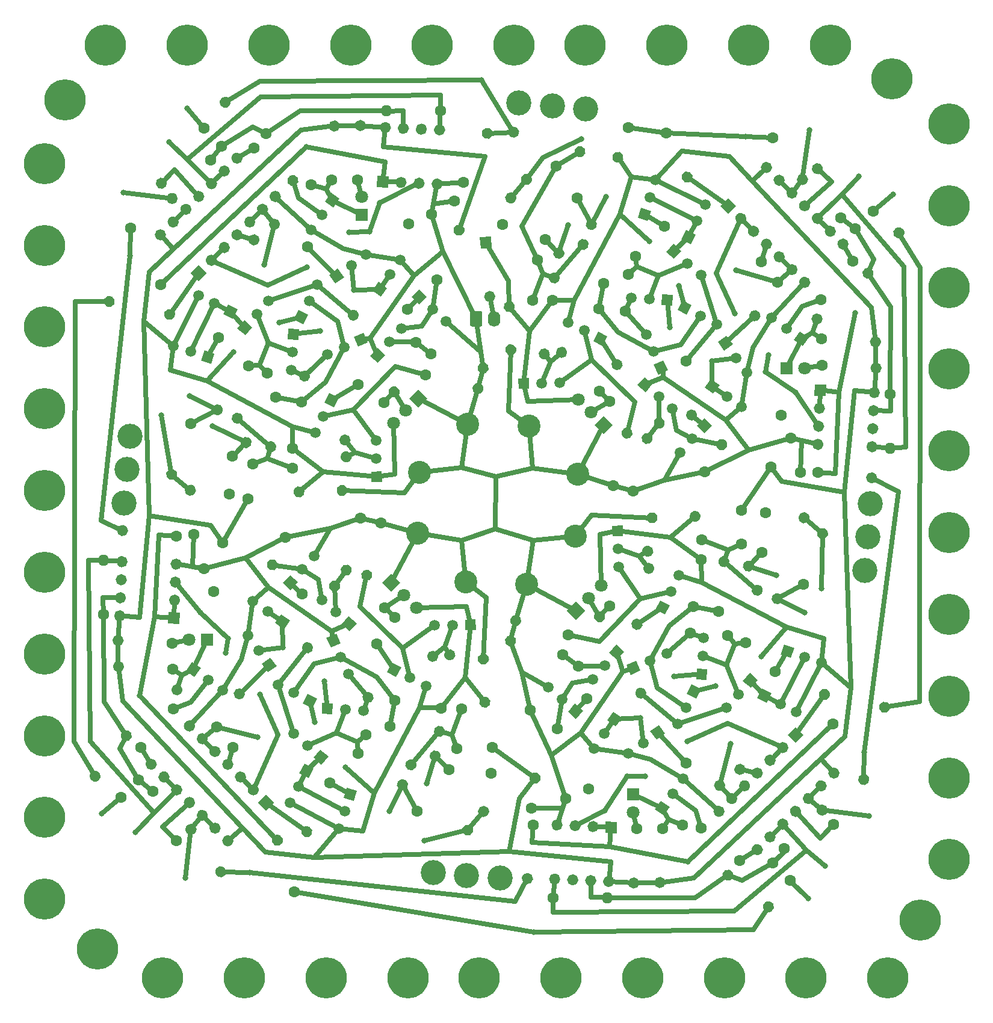
<source format=gbr>
%TF.GenerationSoftware,KiCad,Pcbnew,(5.1.7)-1*%
%TF.CreationDate,2021-05-19T11:47:01-05:00*%
%TF.ProjectId,FOURSES TARPTERGE,464f5552-5345-4532-9054-415250544552,rev?*%
%TF.SameCoordinates,Original*%
%TF.FileFunction,Copper,L1,Top*%
%TF.FilePolarity,Positive*%
%FSLAX46Y46*%
G04 Gerber Fmt 4.6, Leading zero omitted, Abs format (unit mm)*
G04 Created by KiCad (PCBNEW (5.1.7)-1) date 2021-05-19 11:47:01*
%MOMM*%
%LPD*%
G01*
G04 APERTURE LIST*
%TA.AperFunction,ComponentPad*%
%ADD10O,1.600000X1.600000*%
%TD*%
%TA.AperFunction,ComponentPad*%
%ADD11C,1.600000*%
%TD*%
%TA.AperFunction,ComponentPad*%
%ADD12C,3.524001*%
%TD*%
%TA.AperFunction,ComponentPad*%
%ADD13C,5.800000*%
%TD*%
%TA.AperFunction,ComponentPad*%
%ADD14C,0.100000*%
%TD*%
%TA.AperFunction,ComponentPad*%
%ADD15C,3.240000*%
%TD*%
%TA.AperFunction,ComponentPad*%
%ADD16C,1.800000*%
%TD*%
%TA.AperFunction,ComponentPad*%
%ADD17C,1.500000*%
%TD*%
%TA.AperFunction,ComponentPad*%
%ADD18R,1.800000X1.800000*%
%TD*%
%TA.AperFunction,ComponentPad*%
%ADD19O,1.740000X2.190000*%
%TD*%
%TA.AperFunction,ViaPad*%
%ADD20C,0.800000*%
%TD*%
%TA.AperFunction,Conductor*%
%ADD21C,0.635000*%
%TD*%
G04 APERTURE END LIST*
D10*
%TO.P,REF\u002A\u002A,2*%
%TO.N,N/C*%
X457270000Y-64000000D03*
D11*
%TO.P,REF\u002A\u002A,1*%
X457270000Y-56380000D03*
%TD*%
%TO.P,REF\u002A\u002A,1*%
%TO.N,N/C*%
X396920000Y-100630000D03*
%TO.P,REF\u002A\u002A,2*%
%TA.AperFunction,ComponentPad*%
G36*
G01*
X399693944Y-94399620D02*
X399693944Y-94399620D01*
G75*
G02*
X399288497Y-93343395I325389J730836D01*
G01*
X399288497Y-93343395D01*
G75*
G02*
X400344722Y-92937948I730836J-325389D01*
G01*
X400344722Y-92937948D01*
G75*
G02*
X400750169Y-93994173I-325389J-730836D01*
G01*
X400750169Y-93994173D01*
G75*
G02*
X399693944Y-94399620I-730836J325389D01*
G01*
G37*
%TD.AperFunction*%
%TD*%
%TO.P,REF\u002A\u002A,2*%
%TO.N,N/C*%
%TA.AperFunction,ComponentPad*%
G36*
G01*
X392567101Y-106864210D02*
X392567101Y-106864210D01*
G75*
G02*
X393675760Y-106638651I667109J-441550D01*
G01*
X393675760Y-106638651D01*
G75*
G02*
X393901319Y-107747310I-441550J-667109D01*
G01*
X393901319Y-107747310D01*
G75*
G02*
X392792660Y-107972869I-667109J441550D01*
G01*
X392792660Y-107972869D01*
G75*
G02*
X392567101Y-106864210I441550J667109D01*
G01*
G37*
%TD.AperFunction*%
%TO.P,REF\u002A\u002A,1*%
X386880000Y-103100000D03*
%TD*%
%TO.P,REF\u002A\u002A,2*%
%TO.N,N/C*%
%TA.AperFunction,ComponentPad*%
G36*
G01*
X404077440Y-43395881D02*
X404077440Y-43395881D01*
G75*
G02*
X404351144Y-44493645I-412030J-685734D01*
G01*
X404351144Y-44493645D01*
G75*
G02*
X403253380Y-44767349I-685734J412030D01*
G01*
X403253380Y-44767349D01*
G75*
G02*
X402979676Y-43669585I412030J685734D01*
G01*
X402979676Y-43669585D01*
G75*
G02*
X404077440Y-43395881I685734J-412030D01*
G01*
G37*
%TD.AperFunction*%
%TO.P,REF\u002A\u002A,1*%
X407590000Y-37550000D03*
%TD*%
%TO.P,REF\u002A\u002A,1*%
%TO.N,N/C*%
X361630000Y-23480000D03*
%TO.P,REF\u002A\u002A,2*%
%TA.AperFunction,ComponentPad*%
G36*
G01*
X356807531Y-28302469D02*
X356807531Y-28302469D01*
G75*
G02*
X356807531Y-29433839I-565685J-565685D01*
G01*
X356807531Y-29433839D01*
G75*
G02*
X355676161Y-29433839I-565685J565685D01*
G01*
X355676161Y-29433839D01*
G75*
G02*
X355676161Y-28302469I565685J565685D01*
G01*
X355676161Y-28302469D01*
G75*
G02*
X356807531Y-28302469I565685J-565685D01*
G01*
G37*
%TD.AperFunction*%
%TD*%
%TO.P,REF\u002A\u002A,2*%
%TO.N,N/C*%
%TA.AperFunction,ComponentPad*%
G36*
G01*
X359407521Y-69408053D02*
X359407521Y-69408053D01*
G75*
G02*
X359299084Y-70534216I-617300J-508863D01*
G01*
X359299084Y-70534216D01*
G75*
G02*
X358172921Y-70425779I-508863J617300D01*
G01*
X358172921Y-70425779D01*
G75*
G02*
X358281358Y-69299616I617300J508863D01*
G01*
X358281358Y-69299616D01*
G75*
G02*
X359407521Y-69408053I508863J-617300D01*
G01*
G37*
%TD.AperFunction*%
%TO.P,REF\u002A\u002A,1*%
X364670000Y-65070000D03*
%TD*%
%TO.P,REF\u002A\u002A,2*%
%TO.N,N/C*%
%TA.AperFunction,ComponentPad*%
G36*
G01*
X397068104Y-117448414D02*
X397068104Y-117448414D01*
G75*
G02*
X398097608Y-116979242I749338J-280166D01*
G01*
X398097608Y-116979242D01*
G75*
G02*
X398566780Y-118008746I-280166J-749338D01*
G01*
X398566780Y-118008746D01*
G75*
G02*
X397537276Y-118477918I-749338J280166D01*
G01*
X397537276Y-118477918D01*
G75*
G02*
X397068104Y-117448414I280166J749338D01*
G01*
G37*
%TD.AperFunction*%
%TO.P,REF\u002A\u002A,1*%
X390680000Y-115060000D03*
%TD*%
%TO.P,REF\u002A\u002A,2*%
%TO.N,N/C*%
%TA.AperFunction,ComponentPad*%
G36*
G01*
X444512479Y-74291947D02*
X444512479Y-74291947D01*
G75*
G02*
X444620916Y-73165784I617300J508863D01*
G01*
X444620916Y-73165784D01*
G75*
G02*
X445747079Y-73274221I508863J-617300D01*
G01*
X445747079Y-73274221D01*
G75*
G02*
X445638642Y-74400384I-617300J-508863D01*
G01*
X445638642Y-74400384D01*
G75*
G02*
X444512479Y-74291947I-508863J617300D01*
G01*
G37*
%TD.AperFunction*%
%TO.P,REF\u002A\u002A,1*%
X439250000Y-78630000D03*
%TD*%
%TO.P,REF\u002A\u002A,2*%
%TO.N,N/C*%
%TA.AperFunction,ComponentPad*%
G36*
G01*
X375517744Y-117231019D02*
X375517744Y-117231019D01*
G75*
G02*
X375904695Y-118294160I-338095J-725046D01*
G01*
X375904695Y-118294160D01*
G75*
G02*
X374841554Y-118681111I-725046J338095D01*
G01*
X374841554Y-118681111D01*
G75*
G02*
X374454603Y-117617970I338095J725046D01*
G01*
X374454603Y-117617970D01*
G75*
G02*
X375517744Y-117231019I725046J-338095D01*
G01*
G37*
%TD.AperFunction*%
%TO.P,REF\u002A\u002A,1*%
X378400000Y-111050000D03*
%TD*%
%TO.P,REF\u002A\u002A,2*%
%TO.N,N/C*%
%TA.AperFunction,ComponentPad*%
G36*
G01*
X411292899Y-37005790D02*
X411292899Y-37005790D01*
G75*
G02*
X410184240Y-37231349I-667109J441550D01*
G01*
X410184240Y-37231349D01*
G75*
G02*
X409958681Y-36122690I441550J667109D01*
G01*
X409958681Y-36122690D01*
G75*
G02*
X411067340Y-35897131I667109J-441550D01*
G01*
X411067340Y-35897131D01*
G75*
G02*
X411292899Y-37005790I-441550J-667109D01*
G01*
G37*
%TD.AperFunction*%
%TO.P,REF\u002A\u002A,1*%
X416980000Y-40770000D03*
%TD*%
%TO.P,REF\u002A\u002A,1*%
%TO.N,N/C*%
X441100000Y-95420000D03*
%TO.P,REF\u002A\u002A,2*%
%TA.AperFunction,ComponentPad*%
G36*
G01*
X447281019Y-98302256D02*
X447281019Y-98302256D01*
G75*
G02*
X448344160Y-97915305I725046J-338095D01*
G01*
X448344160Y-97915305D01*
G75*
G02*
X448731111Y-98978446I-338095J-725046D01*
G01*
X448731111Y-98978446D01*
G75*
G02*
X447667970Y-99365397I-725046J338095D01*
G01*
X447667970Y-99365397D01*
G75*
G02*
X447281019Y-98302256I338095J725046D01*
G01*
G37*
%TD.AperFunction*%
%TD*%
%TO.P,REF\u002A\u002A,1*%
%TO.N,N/C*%
X420020000Y-44710000D03*
%TO.P,REF\u002A\u002A,2*%
%TA.AperFunction,ComponentPad*%
G36*
G01*
X418953117Y-51446034D02*
X418953117Y-51446034D01*
G75*
G02*
X419618120Y-52361333I-125148J-790151D01*
G01*
X419618120Y-52361333D01*
G75*
G02*
X418702821Y-53026336I-790151J125148D01*
G01*
X418702821Y-53026336D01*
G75*
G02*
X418037818Y-52111037I125148J790151D01*
G01*
X418037818Y-52111037D01*
G75*
G02*
X418953117Y-51446034I790151J-125148D01*
G01*
G37*
%TD.AperFunction*%
%TD*%
%TO.P,REF\u002A\u002A,2*%
%TO.N,N/C*%
X362057653Y-84147044D03*
%TO.P,REF\u002A\u002A,1*%
X360690094Y-80925277D03*
%TD*%
%TO.P,REF\u002A\u002A,2*%
%TO.N,N/C*%
%TA.AperFunction,ComponentPad*%
G36*
G01*
X370557109Y-63150541D02*
X370557109Y-63150541D01*
G75*
G02*
X370763285Y-64262967I-453125J-659301D01*
G01*
X370763285Y-64262967D01*
G75*
G02*
X369650859Y-64469143I-659301J453125D01*
G01*
X369650859Y-64469143D01*
G75*
G02*
X369444683Y-63356717I453125J659301D01*
G01*
X369444683Y-63356717D01*
G75*
G02*
X370557109Y-63150541I659301J-453125D01*
G01*
G37*
%TD.AperFunction*%
%TO.P,REF\u002A\u002A,1*%
X374420000Y-57530000D03*
%TD*%
%TO.P,REF\u002A\u002A,1*%
%TO.N,N/C*%
X420390000Y-39540000D03*
%TO.P,REF\u002A\u002A,2*%
%TA.AperFunction,ComponentPad*%
G36*
G01*
X414702899Y-35775790D02*
X414702899Y-35775790D01*
G75*
G02*
X413594240Y-36001349I-667109J441550D01*
G01*
X413594240Y-36001349D01*
G75*
G02*
X413368681Y-34892690I441550J667109D01*
G01*
X413368681Y-34892690D01*
G75*
G02*
X414477340Y-34667131I667109J-441550D01*
G01*
X414477340Y-34667131D01*
G75*
G02*
X414702899Y-35775790I-441550J-667109D01*
G01*
G37*
%TD.AperFunction*%
%TD*%
%TO.P,REF\u002A\u002A,1*%
%TO.N,N/C*%
X373210000Y-64030000D03*
%TO.P,REF\u002A\u002A,2*%
%TA.AperFunction,ComponentPad*%
G36*
G01*
X379946034Y-65096883D02*
X379946034Y-65096883D01*
G75*
G02*
X380861333Y-64431880I790151J-125148D01*
G01*
X380861333Y-64431880D01*
G75*
G02*
X381526336Y-65347179I-125148J-790151D01*
G01*
X381526336Y-65347179D01*
G75*
G02*
X380611037Y-66012182I-790151J125148D01*
G01*
X380611037Y-66012182D01*
G75*
G02*
X379946034Y-65096883I125148J790151D01*
G01*
G37*
%TD.AperFunction*%
%TD*%
%TO.P,REF\u002A\u002A,1*%
%TO.N,N/C*%
X436340000Y-77510000D03*
%TO.P,REF\u002A\u002A,2*%
%TA.AperFunction,ComponentPad*%
G36*
G01*
X430494119Y-73997440D02*
X430494119Y-73997440D01*
G75*
G02*
X429396355Y-74271144I-685734J412030D01*
G01*
X429396355Y-74271144D01*
G75*
G02*
X429122651Y-73173380I412030J685734D01*
G01*
X429122651Y-73173380D01*
G75*
G02*
X430220415Y-72899676I685734J-412030D01*
G01*
X430220415Y-72899676D01*
G75*
G02*
X430494119Y-73997440I-412030J-685734D01*
G01*
G37*
%TD.AperFunction*%
%TD*%
%TO.P,REF\u002A\u002A,2*%
%TO.N,N/C*%
%TA.AperFunction,ComponentPad*%
G36*
G01*
X422423966Y-88913117D02*
X422423966Y-88913117D01*
G75*
G02*
X421508667Y-89578120I-790151J125148D01*
G01*
X421508667Y-89578120D01*
G75*
G02*
X420843664Y-88662821I125148J790151D01*
G01*
X420843664Y-88662821D01*
G75*
G02*
X421758963Y-87997818I790151J-125148D01*
G01*
X421758963Y-87997818D01*
G75*
G02*
X422423966Y-88913117I-125148J-790151D01*
G01*
G37*
%TD.AperFunction*%
%TO.P,REF\u002A\u002A,1*%
X429160000Y-89980000D03*
%TD*%
%TO.P,REF\u002A\u002A,1*%
%TO.N,N/C*%
X395190000Y-109230000D03*
%TO.P,REF\u002A\u002A,2*%
%TA.AperFunction,ComponentPad*%
G36*
G01*
X399528053Y-114492479D02*
X399528053Y-114492479D01*
G75*
G02*
X400654216Y-114600916I508863J-617300D01*
G01*
X400654216Y-114600916D01*
G75*
G02*
X400545779Y-115727079I-617300J-508863D01*
G01*
X400545779Y-115727079D01*
G75*
G02*
X399419616Y-115618642I-508863J617300D01*
G01*
X399419616Y-115618642D01*
G75*
G02*
X399528053Y-114492479I617300J508863D01*
G01*
G37*
%TD.AperFunction*%
%TD*%
%TO.P,REF\u002A\u002A,1*%
%TO.N,N/C*%
X408720000Y-34660000D03*
%TO.P,REF\u002A\u002A,2*%
%TA.AperFunction,ComponentPad*%
G36*
G01*
X404381947Y-29397521D02*
X404381947Y-29397521D01*
G75*
G02*
X403255784Y-29289084I-508863J617300D01*
G01*
X403255784Y-29289084D01*
G75*
G02*
X403364221Y-28162921I617300J508863D01*
G01*
X403364221Y-28162921D01*
G75*
G02*
X404490384Y-28271358I508863J-617300D01*
G01*
X404490384Y-28271358D01*
G75*
G02*
X404381947Y-29397521I-617300J-508863D01*
G01*
G37*
%TD.AperFunction*%
%TD*%
%TO.P,REF\u002A\u002A,1*%
%TO.N,N/C*%
X406775000Y-114640000D03*
%TO.P,REF\u002A\u002A,2*%
X401114678Y-109719557D03*
%TD*%
%TO.P,REF\u002A\u002A,1*%
%TO.N,N/C*%
X436930000Y-91370000D03*
%TO.P,REF\u002A\u002A,2*%
%TA.AperFunction,ComponentPad*%
G36*
G01*
X440890395Y-85817732D02*
X440890395Y-85817732D01*
G75*
G02*
X440703665Y-84701878I464562J651292D01*
G01*
X440703665Y-84701878D01*
G75*
G02*
X441819519Y-84515148I651292J-464562D01*
G01*
X441819519Y-84515148D01*
G75*
G02*
X442006249Y-85631002I-464562J-651292D01*
G01*
X442006249Y-85631002D01*
G75*
G02*
X440890395Y-85817732I-651292J464562D01*
G01*
G37*
%TD.AperFunction*%
%TD*%
%TO.P,REF\u002A\u002A,2*%
%TO.N,N/C*%
%TA.AperFunction,ComponentPad*%
G36*
G01*
X433402891Y-80619459D02*
X433402891Y-80619459D01*
G75*
G02*
X433196715Y-79507033I453125J659301D01*
G01*
X433196715Y-79507033D01*
G75*
G02*
X434309141Y-79300857I659301J-453125D01*
G01*
X434309141Y-79300857D01*
G75*
G02*
X434515317Y-80413283I-453125J-659301D01*
G01*
X434515317Y-80413283D01*
G75*
G02*
X433402891Y-80619459I-659301J453125D01*
G01*
G37*
%TD.AperFunction*%
%TO.P,REF\u002A\u002A,1*%
X429540000Y-86240000D03*
%TD*%
%TO.P,REF\u002A\u002A,1*%
%TO.N,N/C*%
X441390000Y-40620000D03*
%TO.P,REF\u002A\u002A,2*%
%TA.AperFunction,ComponentPad*%
G36*
G01*
X446377832Y-45271229D02*
X446377832Y-45271229D01*
G75*
G02*
X447508514Y-45231745I585083J-545599D01*
G01*
X447508514Y-45231745D01*
G75*
G02*
X447547998Y-46362427I-545599J-585083D01*
G01*
X447547998Y-46362427D01*
G75*
G02*
X446417316Y-46401911I-585083J545599D01*
G01*
X446417316Y-46401911D01*
G75*
G02*
X446377832Y-45271229I545599J585083D01*
G01*
G37*
%TD.AperFunction*%
%TD*%
%TO.P,REF\u002A\u002A,1*%
%TO.N,N/C*%
X367030000Y-52400000D03*
%TO.P,REF\u002A\u002A,2*%
%TA.AperFunction,ComponentPad*%
G36*
G01*
X363069605Y-57952268D02*
X363069605Y-57952268D01*
G75*
G02*
X363256335Y-59068122I-464562J-651292D01*
G01*
X363256335Y-59068122D01*
G75*
G02*
X362140481Y-59254852I-651292J464562D01*
G01*
X362140481Y-59254852D01*
G75*
G02*
X361953751Y-58138998I464562J651292D01*
G01*
X361953751Y-58138998D01*
G75*
G02*
X363069605Y-57952268I651292J-464562D01*
G01*
G37*
%TD.AperFunction*%
%TD*%
%TO.P,REF\u002A\u002A,2*%
%TO.N,N/C*%
%TA.AperFunction,ComponentPad*%
G36*
G01*
X379410380Y-69613944D02*
X379410380Y-69613944D01*
G75*
G02*
X380466605Y-69208497I730836J-325389D01*
G01*
X380466605Y-69208497D01*
G75*
G02*
X380872052Y-70264722I-325389J-730836D01*
G01*
X380872052Y-70264722D01*
G75*
G02*
X379815827Y-70670169I-730836J325389D01*
G01*
X379815827Y-70670169D01*
G75*
G02*
X379410380Y-69613944I325389J730836D01*
G01*
G37*
%TD.AperFunction*%
%TO.P,REF\u002A\u002A,1*%
X373180000Y-66840000D03*
%TD*%
%TO.P,REF\u002A\u002A,1*%
%TO.N,N/C*%
X406970000Y-43180000D03*
%TO.P,REF\u002A\u002A,2*%
%TA.AperFunction,ComponentPad*%
G36*
G01*
X404196056Y-49410380D02*
X404196056Y-49410380D01*
G75*
G02*
X404601503Y-50466605I-325389J-730836D01*
G01*
X404601503Y-50466605D01*
G75*
G02*
X403545278Y-50872052I-730836J325389D01*
G01*
X403545278Y-50872052D01*
G75*
G02*
X403139831Y-49815827I325389J730836D01*
G01*
X403139831Y-49815827D01*
G75*
G02*
X404196056Y-49410380I730836J-325389D01*
G01*
G37*
%TD.AperFunction*%
%TD*%
%TO.P,REF\u002A\u002A,2*%
%TO.N,N/C*%
%TA.AperFunction,ComponentPad*%
G36*
G01*
X406841896Y-26441586D02*
X406841896Y-26441586D01*
G75*
G02*
X405812392Y-26910758I-749338J280166D01*
G01*
X405812392Y-26910758D01*
G75*
G02*
X405343220Y-25881254I280166J749338D01*
G01*
X405343220Y-25881254D01*
G75*
G02*
X406372724Y-25412082I749338J-280166D01*
G01*
X406372724Y-25412082D01*
G75*
G02*
X406841896Y-26441586I-280166J-749338D01*
G01*
G37*
%TD.AperFunction*%
%TO.P,REF\u002A\u002A,1*%
X413230000Y-28830000D03*
%TD*%
%TO.P,REF\u002A\u002A,2*%
%TO.N,N/C*%
%TA.AperFunction,ComponentPad*%
G36*
G01*
X438114210Y-84652899D02*
X438114210Y-84652899D01*
G75*
G02*
X437888651Y-83544240I441550J667109D01*
G01*
X437888651Y-83544240D01*
G75*
G02*
X438997310Y-83318681I667109J-441550D01*
G01*
X438997310Y-83318681D01*
G75*
G02*
X439222869Y-84427340I-441550J-667109D01*
G01*
X439222869Y-84427340D01*
G75*
G02*
X438114210Y-84652899I-667109J441550D01*
G01*
G37*
%TD.AperFunction*%
%TO.P,REF\u002A\u002A,1*%
X434350000Y-90340000D03*
%TD*%
%TO.P,REF\u002A\u002A,2*%
%TO.N,N/C*%
%TA.AperFunction,ComponentPad*%
G36*
G01*
X387992268Y-110870395D02*
X387992268Y-110870395D01*
G75*
G02*
X389108122Y-110683665I651292J-464562D01*
G01*
X389108122Y-110683665D01*
G75*
G02*
X389294852Y-111799519I-464562J-651292D01*
G01*
X389294852Y-111799519D01*
G75*
G02*
X388178998Y-111986249I-651292J464562D01*
G01*
X388178998Y-111986249D01*
G75*
G02*
X387992268Y-110870395I464562J651292D01*
G01*
G37*
%TD.AperFunction*%
%TO.P,REF\u002A\u002A,1*%
X382440000Y-106910000D03*
%TD*%
%TO.P,REF\u002A\u002A,1*%
%TO.N,N/C*%
X362490000Y-103190000D03*
%TO.P,REF\u002A\u002A,2*%
%TA.AperFunction,ComponentPad*%
G36*
G01*
X357502168Y-98538771D02*
X357502168Y-98538771D01*
G75*
G02*
X356371486Y-98578255I-585083J545599D01*
G01*
X356371486Y-98578255D01*
G75*
G02*
X356332002Y-97447573I545599J585083D01*
G01*
X356332002Y-97447573D01*
G75*
G02*
X357462684Y-97408089I585083J-545599D01*
G01*
X357462684Y-97408089D01*
G75*
G02*
X357502168Y-98538771I-545599J-585083D01*
G01*
G37*
%TD.AperFunction*%
%TD*%
%TO.P,REF\u002A\u002A,2*%
%TO.N,N/C*%
%TA.AperFunction,ComponentPad*%
G36*
G01*
X350484175Y-104048329D02*
X350484175Y-104048329D01*
G75*
G02*
X350181829Y-105138553I-696285J-393939D01*
G01*
X350181829Y-105138553D01*
G75*
G02*
X349091605Y-104836207I-393939J696285D01*
G01*
X349091605Y-104836207D01*
G75*
G02*
X349393951Y-103745983I696285J393939D01*
G01*
X349393951Y-103745983D01*
G75*
G02*
X350484175Y-104048329I393939J-696285D01*
G01*
G37*
%TD.AperFunction*%
%TO.P,REF\u002A\u002A,1*%
X356420000Y-100690000D03*
%TD*%
%TO.P,REF\u002A\u002A,2*%
%TO.N,N/C*%
%TA.AperFunction,ComponentPad*%
G36*
G01*
X428352256Y-26568981D02*
X428352256Y-26568981D01*
G75*
G02*
X427965305Y-25505840I338095J725046D01*
G01*
X427965305Y-25505840D01*
G75*
G02*
X429028446Y-25118889I725046J-338095D01*
G01*
X429028446Y-25118889D01*
G75*
G02*
X429415397Y-26182030I-338095J-725046D01*
G01*
X429415397Y-26182030D01*
G75*
G02*
X428352256Y-26568981I-725046J338095D01*
G01*
G37*
%TD.AperFunction*%
%TO.P,REF\u002A\u002A,1*%
X425470000Y-32750000D03*
%TD*%
%TO.P,REF\u002A\u002A,2*%
%TO.N,N/C*%
%TA.AperFunction,ComponentPad*%
G36*
G01*
X358332469Y-117062469D02*
X358332469Y-117062469D01*
G75*
G02*
X359463839Y-117062469I565685J-565685D01*
G01*
X359463839Y-117062469D01*
G75*
G02*
X359463839Y-118193839I-565685J-565685D01*
G01*
X359463839Y-118193839D01*
G75*
G02*
X358332469Y-118193839I-565685J565685D01*
G01*
X358332469Y-118193839D01*
G75*
G02*
X358332469Y-117062469I565685J565685D01*
G01*
G37*
%TD.AperFunction*%
%TO.P,REF\u002A\u002A,1*%
X353510000Y-112240000D03*
%TD*%
%TO.P,REF\u002A\u002A,1*%
%TO.N,N/C*%
X363360000Y-77310000D03*
%TO.P,REF\u002A\u002A,2*%
%TA.AperFunction,ComponentPad*%
G36*
G01*
X369590380Y-80083944D02*
X369590380Y-80083944D01*
G75*
G02*
X370646605Y-79678497I730836J-325389D01*
G01*
X370646605Y-79678497D01*
G75*
G02*
X371052052Y-80734722I-325389J-730836D01*
G01*
X371052052Y-80734722D01*
G75*
G02*
X369995827Y-81140169I-730836J325389D01*
G01*
X369995827Y-81140169D01*
G75*
G02*
X369590380Y-80083944I325389J730836D01*
G01*
G37*
%TD.AperFunction*%
%TD*%
%TO.P,REF\u002A\u002A,2*%
%TO.N,N/C*%
%TA.AperFunction,ComponentPad*%
G36*
G01*
X365845790Y-59117101D02*
X365845790Y-59117101D01*
G75*
G02*
X366071349Y-60225760I-441550J-667109D01*
G01*
X366071349Y-60225760D01*
G75*
G02*
X364962690Y-60451319I-667109J441550D01*
G01*
X364962690Y-60451319D01*
G75*
G02*
X364737131Y-59342660I441550J667109D01*
G01*
X364737131Y-59342660D01*
G75*
G02*
X365845790Y-59117101I667109J-441550D01*
G01*
G37*
%TD.AperFunction*%
%TO.P,REF\u002A\u002A,1*%
X369610000Y-53430000D03*
%TD*%
%TO.P,REF\u002A\u002A,1*%
%TO.N,N/C*%
X383470000Y-104330000D03*
%TO.P,REF\u002A\u002A,2*%
%TA.AperFunction,ComponentPad*%
G36*
G01*
X389157101Y-108094210D02*
X389157101Y-108094210D01*
G75*
G02*
X390265760Y-107868651I667109J-441550D01*
G01*
X390265760Y-107868651D01*
G75*
G02*
X390491319Y-108977310I-441550J-667109D01*
G01*
X390491319Y-108977310D01*
G75*
G02*
X389382660Y-109202869I-667109J441550D01*
G01*
X389382660Y-109202869D01*
G75*
G02*
X389157101Y-108094210I441550J667109D01*
G01*
G37*
%TD.AperFunction*%
%TD*%
%TO.P,REF\u002A\u002A,2*%
%TO.N,N/C*%
%TA.AperFunction,ComponentPad*%
G36*
G01*
X415867732Y-32999605D02*
X415867732Y-32999605D01*
G75*
G02*
X414751878Y-33186335I-651292J464562D01*
G01*
X414751878Y-33186335D01*
G75*
G02*
X414565148Y-32070481I464562J651292D01*
G01*
X414565148Y-32070481D01*
G75*
G02*
X415681002Y-31883751I651292J-464562D01*
G01*
X415681002Y-31883751D01*
G75*
G02*
X415867732Y-32999605I-464562J-651292D01*
G01*
G37*
%TD.AperFunction*%
%TO.P,REF\u002A\u002A,1*%
X421420000Y-36960000D03*
%TD*%
%TO.P,REF\u002A\u002A,1*%
%TO.N,N/C*%
X367550000Y-66220000D03*
%TO.P,REF\u002A\u002A,2*%
%TA.AperFunction,ComponentPad*%
G36*
G01*
X373395881Y-69732560D02*
X373395881Y-69732560D01*
G75*
G02*
X374493645Y-69458856I685734J-412030D01*
G01*
X374493645Y-69458856D01*
G75*
G02*
X374767349Y-70556620I-412030J-685734D01*
G01*
X374767349Y-70556620D01*
G75*
G02*
X373669585Y-70830324I-685734J412030D01*
G01*
X373669585Y-70830324D01*
G75*
G02*
X373395881Y-69732560I412030J685734D01*
G01*
G37*
%TD.AperFunction*%
%TD*%
%TO.P,REF\u002A\u002A,2*%
%TO.N,N/C*%
%TA.AperFunction,ComponentPad*%
G36*
G01*
X453435825Y-39771671D02*
X453435825Y-39771671D01*
G75*
G02*
X453738171Y-38681447I696285J393939D01*
G01*
X453738171Y-38681447D01*
G75*
G02*
X454828395Y-38983793I393939J-696285D01*
G01*
X454828395Y-38983793D01*
G75*
G02*
X454526049Y-40074017I-696285J-393939D01*
G01*
X454526049Y-40074017D01*
G75*
G02*
X453435825Y-39771671I-393939J696285D01*
G01*
G37*
%TD.AperFunction*%
%TO.P,REF\u002A\u002A,1*%
X447500000Y-43130000D03*
%TD*%
%TO.P,REF\u002A\u002A,2*%
%TO.N,N/C*%
%TA.AperFunction,ComponentPad*%
G36*
G01*
X445487531Y-26757531D02*
X445487531Y-26757531D01*
G75*
G02*
X444356161Y-26757531I-565685J565685D01*
G01*
X444356161Y-26757531D01*
G75*
G02*
X444356161Y-25626161I565685J565685D01*
G01*
X444356161Y-25626161D01*
G75*
G02*
X445487531Y-25626161I565685J-565685D01*
G01*
X445487531Y-25626161D01*
G75*
G02*
X445487531Y-26757531I-565685J-565685D01*
G01*
G37*
%TD.AperFunction*%
%TO.P,REF\u002A\u002A,1*%
X450310000Y-31580000D03*
%TD*%
%TO.P,REF\u002A\u002A,1*%
%TO.N,N/C*%
X362790000Y-48400000D03*
%TO.P,REF\u002A\u002A,2*%
%TA.AperFunction,ComponentPad*%
G36*
G01*
X356608981Y-45517744D02*
X356608981Y-45517744D01*
G75*
G02*
X355545840Y-45904695I-725046J338095D01*
G01*
X355545840Y-45904695D01*
G75*
G02*
X355158889Y-44841554I338095J725046D01*
G01*
X355158889Y-44841554D01*
G75*
G02*
X356222030Y-44454603I725046J-338095D01*
G01*
X356222030Y-44454603D01*
G75*
G02*
X356608981Y-45517744I-338095J-725046D01*
G01*
G37*
%TD.AperFunction*%
%TD*%
%TO.P,REF\u002A\u002A,1*%
%TO.N,N/C*%
X370840000Y-56840000D03*
%TO.P,REF\u002A\u002A,2*%
%TA.AperFunction,ComponentPad*%
G36*
G01*
X367075790Y-62527101D02*
X367075790Y-62527101D01*
G75*
G02*
X367301349Y-63635760I-441550J-667109D01*
G01*
X367301349Y-63635760D01*
G75*
G02*
X366192690Y-63861319I-667109J441550D01*
G01*
X366192690Y-63861319D01*
G75*
G02*
X365967131Y-62752660I441550J667109D01*
G01*
X365967131Y-62752660D01*
G75*
G02*
X367075790Y-62527101I667109J-441550D01*
G01*
G37*
%TD.AperFunction*%
%TD*%
%TO.P,REF\u002A\u002A,1*%
%TO.N,N/C*%
X416290000Y-44350000D03*
%TO.P,REF\u002A\u002A,2*%
%TA.AperFunction,ComponentPad*%
G36*
G01*
X410669459Y-40487109D02*
X410669459Y-40487109D01*
G75*
G02*
X409557033Y-40693285I-659301J453125D01*
G01*
X409557033Y-40693285D01*
G75*
G02*
X409350857Y-39580859I453125J659301D01*
G01*
X409350857Y-39580859D01*
G75*
G02*
X410463283Y-39374683I659301J-453125D01*
G01*
X410463283Y-39374683D01*
G75*
G02*
X410669459Y-40487109I-453125J-659301D01*
G01*
G37*
%TD.AperFunction*%
%TD*%
D12*
%TO.P,REF\u002A\u002A,1*%
%TO.N,N/C*%
X349465455Y-71696119D03*
%TO.P,REF\u002A\u002A,2*%
X349875000Y-67015000D03*
%TO.P,REF\u002A\u002A,3*%
X350284545Y-62333881D03*
%TD*%
D13*
%TO.P,REF\u002A\u002A,*%
%TO.N,*%
X338250000Y-127450000D03*
%TD*%
%TO.P,REF\u002A\u002A,*%
%TO.N,*%
X338250000Y-46950000D03*
%TD*%
D11*
%TO.P,REF\u002A\u002A,1*%
%TO.N,N/C*%
X443259906Y-62579723D03*
%TO.P,REF\u002A\u002A,2*%
X441892347Y-59357956D03*
%TD*%
D13*
%TO.P,REF\u002A\u002A,*%
%TO.N,*%
X338250000Y-81450000D03*
%TD*%
%TO.P,REF\u002A\u002A,*%
%TO.N,*%
X377920000Y-138540000D03*
%TD*%
%TO.P,REF\u002A\u002A,*%
%TO.N,*%
X341140000Y-15010000D03*
%TD*%
%TO.P,REF\u002A\u002A,*%
%TO.N,*%
X338250000Y-23950000D03*
%TD*%
D11*
%TO.P,REF\u002A\u002A,1*%
%TO.N,N/C*%
X359325000Y-76115000D03*
%TO.P,REF\u002A\u002A,2*%
X364245443Y-70454678D03*
%TD*%
D13*
%TO.P,REF\u002A\u002A,*%
%TO.N,*%
X338250000Y-35450000D03*
%TD*%
D11*
%TO.P,REF\u002A\u002A,1*%
%TO.N,N/C*%
X387570000Y-99520000D03*
%TO.P,REF\u002A\u002A,2*%
%TA.AperFunction,ComponentPad*%
G36*
G01*
X393190541Y-103382891D02*
X393190541Y-103382891D01*
G75*
G02*
X394302967Y-103176715I659301J-453125D01*
G01*
X394302967Y-103176715D01*
G75*
G02*
X394509143Y-104289141I-453125J-659301D01*
G01*
X394509143Y-104289141D01*
G75*
G02*
X393396717Y-104495317I-659301J453125D01*
G01*
X393396717Y-104495317D01*
G75*
G02*
X393190541Y-103382891I453125J659301D01*
G01*
G37*
%TD.AperFunction*%
%TD*%
%TO.P,REF\u002A\u002A,1*%
%TO.N,N/C*%
X433120000Y-86930000D03*
%TO.P,REF\u002A\u002A,2*%
%TA.AperFunction,ComponentPad*%
G36*
G01*
X436884210Y-81242899D02*
X436884210Y-81242899D01*
G75*
G02*
X436658651Y-80134240I441550J667109D01*
G01*
X436658651Y-80134240D01*
G75*
G02*
X437767310Y-79908681I667109J-441550D01*
G01*
X437767310Y-79908681D01*
G75*
G02*
X437992869Y-81017340I-441550J-667109D01*
G01*
X437992869Y-81017340D01*
G75*
G02*
X436884210Y-81242899I-667109J441550D01*
G01*
G37*
%TD.AperFunction*%
%TD*%
D12*
%TO.P,REF\u002A\u002A,3*%
%TO.N,N/C*%
X453665455Y-81171119D03*
%TO.P,REF\u002A\u002A,2*%
X454075000Y-76490000D03*
%TO.P,REF\u002A\u002A,1*%
X454484545Y-71808881D03*
%TD*%
D13*
%TO.P,REF\u002A\u002A,*%
%TO.N,*%
X338250000Y-69950000D03*
%TD*%
%TO.P,REF\u002A\u002A,*%
%TO.N,*%
X338250000Y-92950000D03*
%TD*%
%TO.P,REF\u002A\u002A,*%
%TO.N,*%
X338250000Y-115950000D03*
%TD*%
%TO.P,REF\u002A\u002A,*%
%TO.N,*%
X354920000Y-138540000D03*
%TD*%
%TO.P,REF\u002A\u002A,*%
%TO.N,*%
X410920000Y-138540000D03*
%TD*%
%TO.P,REF\u002A\u002A,*%
%TO.N,*%
X346850000Y-7270000D03*
%TD*%
%TO.P,REF\u002A\u002A,*%
%TO.N,*%
X465520000Y-52870000D03*
%TD*%
%TO.P,REF\u002A\u002A,*%
%TO.N,*%
X338250000Y-104450000D03*
%TD*%
%TO.P,REF\u002A\u002A,*%
%TO.N,*%
X461440000Y-130370000D03*
%TD*%
D11*
%TO.P,REF\u002A\u002A,2*%
%TO.N,N/C*%
X439704557Y-73050322D03*
%TO.P,REF\u002A\u002A,1*%
X444625000Y-67390000D03*
%TD*%
D13*
%TO.P,REF\u002A\u002A,*%
%TO.N,*%
X392850000Y-7270000D03*
%TD*%
D11*
%TO.P,REF\u002A\u002A,1*%
%TO.N,N/C*%
X369470000Y-19700000D03*
%TO.P,REF\u002A\u002A,2*%
%TA.AperFunction,ComponentPad*%
G36*
G01*
X372828329Y-25635825D02*
X372828329Y-25635825D01*
G75*
G02*
X373918553Y-25938171I393939J-696285D01*
G01*
X373918553Y-25938171D01*
G75*
G02*
X373616207Y-27028395I-696285J-393939D01*
G01*
X373616207Y-27028395D01*
G75*
G02*
X372525983Y-26726049I-393939J696285D01*
G01*
X372525983Y-26726049D01*
G75*
G02*
X372828329Y-25635825I696285J393939D01*
G01*
G37*
%TD.AperFunction*%
%TD*%
D13*
%TO.P,REF\u002A\u002A,*%
%TO.N,*%
X465520000Y-121870000D03*
%TD*%
%TO.P,REF\u002A\u002A,*%
%TO.N,*%
X338250000Y-58450000D03*
%TD*%
%TO.P,REF\u002A\u002A,*%
%TO.N,*%
X399420000Y-138540000D03*
%TD*%
%TO.P,REF\u002A\u002A,*%
%TO.N,*%
X465520000Y-18370000D03*
%TD*%
%TO.P,REF\u002A\u002A,*%
%TO.N,*%
X437350000Y-7270000D03*
%TD*%
%TO.P,REF\u002A\u002A,2*%
%TO.N,N/C*%
%TA.AperFunction,ComponentPad*%
G36*
G01*
X396263944Y-34039620D02*
X396263944Y-34039620D01*
G75*
G02*
X395858497Y-32983395I325389J730836D01*
G01*
X395858497Y-32983395D01*
G75*
G02*
X396914722Y-32577948I730836J-325389D01*
G01*
X396914722Y-32577948D01*
G75*
G02*
X397320169Y-33634173I-325389J-730836D01*
G01*
X397320169Y-33634173D01*
G75*
G02*
X396263944Y-34039620I-730836J325389D01*
G01*
G37*
%TD.AperFunction*%
D11*
%TO.P,REF\u002A\u002A,1*%
X393490000Y-40270000D03*
%TD*%
%TO.P,REF\u002A\u002A,1*%
%TO.N,N/C*%
X440520000Y-66600000D03*
%TO.P,REF\u002A\u002A,2*%
%TA.AperFunction,ComponentPad*%
G36*
G01*
X434289620Y-63826056D02*
X434289620Y-63826056D01*
G75*
G02*
X433233395Y-64231503I-730836J325389D01*
G01*
X433233395Y-64231503D01*
G75*
G02*
X432827948Y-63175278I325389J730836D01*
G01*
X432827948Y-63175278D01*
G75*
G02*
X433884173Y-62769831I730836J-325389D01*
G01*
X433884173Y-62769831D01*
G75*
G02*
X434289620Y-63826056I-325389J-730836D01*
G01*
G37*
%TD.AperFunction*%
%TD*%
D13*
%TO.P,REF\u002A\u002A,*%
%TO.N,*%
X366420000Y-138540000D03*
%TD*%
%TO.P,REF\u002A\u002A,*%
%TO.N,*%
X358350000Y-7270000D03*
%TD*%
%TO.P,REF\u002A\u002A,*%
%TO.N,*%
X465520000Y-64370000D03*
%TD*%
%TO.P,REF\u002A\u002A,*%
%TO.N,*%
X433920000Y-138540000D03*
%TD*%
%TO.P,REF\u002A\u002A,*%
%TO.N,*%
X445420000Y-138540000D03*
%TD*%
%TO.P,REF\u002A\u002A,*%
%TO.N,*%
X414350000Y-7270000D03*
%TD*%
%TO.P,REF\u002A\u002A,*%
%TO.N,*%
X389420000Y-138540000D03*
%TD*%
%TO.P,REF\u002A\u002A,*%
%TO.N,*%
X345760000Y-134420000D03*
%TD*%
%TO.P,REF\u002A\u002A,*%
%TO.N,*%
X465520000Y-75870000D03*
%TD*%
%TO.P,REF\u002A\u002A,*%
%TO.N,*%
X448850000Y-7270000D03*
%TD*%
%TO.P,REF\u002A\u002A,*%
%TO.N,*%
X465520000Y-110370000D03*
%TD*%
%TO.P,REF\u002A\u002A,*%
%TO.N,*%
X404350000Y-7270000D03*
%TD*%
%TO.P,REF\u002A\u002A,*%
%TO.N,*%
X369850000Y-7270000D03*
%TD*%
%TO.P,REF\u002A\u002A,*%
%TO.N,*%
X465520000Y-87370000D03*
%TD*%
%TO.P,REF\u002A\u002A,*%
%TO.N,*%
X425850000Y-7270000D03*
%TD*%
%TO.P,REF\u002A\u002A,*%
%TO.N,*%
X465520000Y-29870000D03*
%TD*%
%TO.P,REF\u002A\u002A,*%
%TO.N,*%
X422420000Y-138540000D03*
%TD*%
%TO.P,REF\u002A\u002A,*%
%TO.N,*%
X456920000Y-138540000D03*
%TD*%
%TO.P,REF\u002A\u002A,*%
%TO.N,*%
X465520000Y-41370000D03*
%TD*%
%TO.P,REF\u002A\u002A,*%
%TO.N,*%
X381350000Y-7270000D03*
%TD*%
%TO.P,REF\u002A\u002A,*%
%TO.N,*%
X465520000Y-98870000D03*
%TD*%
%TO.P,REF\u002A\u002A,*%
%TO.N,*%
X457520000Y-12050000D03*
%TD*%
%TO.P,REF\u002A\u002A,8*%
%TO.N,N/C*%
%TA.AperFunction,ComponentPad*%
G36*
G01*
X417702516Y-124143508D02*
X417702516Y-124143508D01*
G75*
G02*
X418466859Y-124977643I-34896J-799239D01*
G01*
X418466859Y-124977643D01*
G75*
G02*
X417632724Y-125741986I-799239J34896D01*
G01*
X417632724Y-125741986D01*
G75*
G02*
X416868381Y-124907851I34896J799239D01*
G01*
X416868381Y-124907851D01*
G75*
G02*
X417702516Y-124143508I799239J-34896D01*
G01*
G37*
%TD.AperFunction*%
%TO.P,REF\u002A\u002A,4*%
%TA.AperFunction,ComponentPad*%
G36*
G01*
X410422149Y-116198381D02*
X410422149Y-116198381D01*
G75*
G02*
X411186492Y-117032516I-34896J-799239D01*
G01*
X411186492Y-117032516D01*
G75*
G02*
X410352357Y-117796859I-799239J34896D01*
G01*
X410352357Y-117796859D01*
G75*
G02*
X409588014Y-116962724I34896J799239D01*
G01*
X409588014Y-116962724D01*
G75*
G02*
X410422149Y-116198381I799239J-34896D01*
G01*
G37*
%TD.AperFunction*%
%TO.P,REF\u002A\u002A,7*%
%TA.AperFunction,ComponentPad*%
G36*
G01*
X415164934Y-124032715D02*
X415164934Y-124032715D01*
G75*
G02*
X415929277Y-124866850I-34896J-799239D01*
G01*
X415929277Y-124866850D01*
G75*
G02*
X415095142Y-125631193I-799239J34896D01*
G01*
X415095142Y-125631193D01*
G75*
G02*
X414330799Y-124797058I34896J799239D01*
G01*
X414330799Y-124797058D01*
G75*
G02*
X415164934Y-124032715I799239J-34896D01*
G01*
G37*
%TD.AperFunction*%
%TO.P,REF\u002A\u002A,3*%
%TA.AperFunction,ComponentPad*%
G36*
G01*
X412959731Y-116309175D02*
X412959731Y-116309175D01*
G75*
G02*
X413724074Y-117143310I-34896J-799239D01*
G01*
X413724074Y-117143310D01*
G75*
G02*
X412889939Y-117907653I-799239J34896D01*
G01*
X412889939Y-117907653D01*
G75*
G02*
X412125596Y-117073518I34896J799239D01*
G01*
X412125596Y-117073518D01*
G75*
G02*
X412959731Y-116309175I799239J-34896D01*
G01*
G37*
%TD.AperFunction*%
%TO.P,REF\u002A\u002A,6*%
%TA.AperFunction,ComponentPad*%
G36*
G01*
X412627351Y-123921922D02*
X412627351Y-123921922D01*
G75*
G02*
X413391694Y-124756057I-34896J-799239D01*
G01*
X413391694Y-124756057D01*
G75*
G02*
X412557559Y-125520400I-799239J34896D01*
G01*
X412557559Y-125520400D01*
G75*
G02*
X411793216Y-124686265I34896J799239D01*
G01*
X411793216Y-124686265D01*
G75*
G02*
X412627351Y-123921922I799239J-34896D01*
G01*
G37*
%TD.AperFunction*%
%TO.P,REF\u002A\u002A,2*%
%TA.AperFunction,ComponentPad*%
G36*
G01*
X415497314Y-116419968D02*
X415497314Y-116419968D01*
G75*
G02*
X416261657Y-117254103I-34896J-799239D01*
G01*
X416261657Y-117254103D01*
G75*
G02*
X415427522Y-118018446I-799239J34896D01*
G01*
X415427522Y-118018446D01*
G75*
G02*
X414663179Y-117184311I34896J799239D01*
G01*
X414663179Y-117184311D01*
G75*
G02*
X415497314Y-116419968I799239J-34896D01*
G01*
G37*
%TD.AperFunction*%
%TO.P,REF\u002A\u002A,5*%
%TA.AperFunction,ComponentPad*%
G36*
G01*
X410089769Y-123811129D02*
X410089769Y-123811129D01*
G75*
G02*
X410854112Y-124645264I-34896J-799239D01*
G01*
X410854112Y-124645264D01*
G75*
G02*
X410019977Y-125409607I-799239J34896D01*
G01*
X410019977Y-125409607D01*
G75*
G02*
X409255634Y-124575472I34896J799239D01*
G01*
X409255634Y-124575472D01*
G75*
G02*
X410089769Y-123811129I799239J-34896D01*
G01*
G37*
%TD.AperFunction*%
%TA.AperFunction,ComponentPad*%
D14*
%TO.P,REF\u002A\u002A,1*%
G36*
X417235657Y-116495866D02*
G01*
X418834134Y-116565657D01*
X418764343Y-118164134D01*
X417165866Y-118094343D01*
X417235657Y-116495866D01*
G37*
%TD.AperFunction*%
%TD*%
D15*
%TO.P,REF\u002A\u002A,*%
%TO.N,*%
X413263045Y-67629646D03*
X406474820Y-60841421D03*
D16*
%TO.P,REF\u002A\u002A,3*%
%TO.N,N/C*%
X413404466Y-57164466D03*
%TO.P,REF\u002A\u002A,2*%
X415172233Y-58932233D03*
%TA.AperFunction,ComponentPad*%
D14*
%TO.P,REF\u002A\u002A,1*%
G36*
X415667208Y-60700000D02*
G01*
X416940000Y-59427208D01*
X418212792Y-60700000D01*
X416940000Y-61972792D01*
X415667208Y-60700000D01*
G37*
%TD.AperFunction*%
%TD*%
%TA.AperFunction,ComponentPad*%
%TO.P,REF\u002A\u002A,1*%
%TO.N,N/C*%
G36*
X386664343Y-27324134D02*
G01*
X385065866Y-27254343D01*
X385135657Y-25655866D01*
X386734134Y-25725657D01*
X386664343Y-27324134D01*
G37*
%TD.AperFunction*%
%TO.P,REF\u002A\u002A,5*%
%TA.AperFunction,ComponentPad*%
G36*
G01*
X393810231Y-20008871D02*
X393810231Y-20008871D01*
G75*
G02*
X393045888Y-19174736I34896J799239D01*
G01*
X393045888Y-19174736D01*
G75*
G02*
X393880023Y-18410393I799239J-34896D01*
G01*
X393880023Y-18410393D01*
G75*
G02*
X394644366Y-19244528I-34896J-799239D01*
G01*
X394644366Y-19244528D01*
G75*
G02*
X393810231Y-20008871I-799239J34896D01*
G01*
G37*
%TD.AperFunction*%
%TO.P,REF\u002A\u002A,2*%
%TA.AperFunction,ComponentPad*%
G36*
G01*
X388402686Y-27400032D02*
X388402686Y-27400032D01*
G75*
G02*
X387638343Y-26565897I34896J799239D01*
G01*
X387638343Y-26565897D01*
G75*
G02*
X388472478Y-25801554I799239J-34896D01*
G01*
X388472478Y-25801554D01*
G75*
G02*
X389236821Y-26635689I-34896J-799239D01*
G01*
X389236821Y-26635689D01*
G75*
G02*
X388402686Y-27400032I-799239J34896D01*
G01*
G37*
%TD.AperFunction*%
%TO.P,REF\u002A\u002A,6*%
%TA.AperFunction,ComponentPad*%
G36*
G01*
X391272649Y-19898078D02*
X391272649Y-19898078D01*
G75*
G02*
X390508306Y-19063943I34896J799239D01*
G01*
X390508306Y-19063943D01*
G75*
G02*
X391342441Y-18299600I799239J-34896D01*
G01*
X391342441Y-18299600D01*
G75*
G02*
X392106784Y-19133735I-34896J-799239D01*
G01*
X392106784Y-19133735D01*
G75*
G02*
X391272649Y-19898078I-799239J34896D01*
G01*
G37*
%TD.AperFunction*%
%TO.P,REF\u002A\u002A,3*%
%TA.AperFunction,ComponentPad*%
G36*
G01*
X390940269Y-27510825D02*
X390940269Y-27510825D01*
G75*
G02*
X390175926Y-26676690I34896J799239D01*
G01*
X390175926Y-26676690D01*
G75*
G02*
X391010061Y-25912347I799239J-34896D01*
G01*
X391010061Y-25912347D01*
G75*
G02*
X391774404Y-26746482I-34896J-799239D01*
G01*
X391774404Y-26746482D01*
G75*
G02*
X390940269Y-27510825I-799239J34896D01*
G01*
G37*
%TD.AperFunction*%
%TO.P,REF\u002A\u002A,7*%
%TA.AperFunction,ComponentPad*%
G36*
G01*
X388735066Y-19787285D02*
X388735066Y-19787285D01*
G75*
G02*
X387970723Y-18953150I34896J799239D01*
G01*
X387970723Y-18953150D01*
G75*
G02*
X388804858Y-18188807I799239J-34896D01*
G01*
X388804858Y-18188807D01*
G75*
G02*
X389569201Y-19022942I-34896J-799239D01*
G01*
X389569201Y-19022942D01*
G75*
G02*
X388735066Y-19787285I-799239J34896D01*
G01*
G37*
%TD.AperFunction*%
%TO.P,REF\u002A\u002A,4*%
%TA.AperFunction,ComponentPad*%
G36*
G01*
X393477851Y-27621619D02*
X393477851Y-27621619D01*
G75*
G02*
X392713508Y-26787484I34896J799239D01*
G01*
X392713508Y-26787484D01*
G75*
G02*
X393547643Y-26023141I799239J-34896D01*
G01*
X393547643Y-26023141D01*
G75*
G02*
X394311986Y-26857276I-34896J-799239D01*
G01*
X394311986Y-26857276D01*
G75*
G02*
X393477851Y-27621619I-799239J34896D01*
G01*
G37*
%TD.AperFunction*%
%TO.P,REF\u002A\u002A,8*%
%TA.AperFunction,ComponentPad*%
G36*
G01*
X386197484Y-19676492D02*
X386197484Y-19676492D01*
G75*
G02*
X385433141Y-18842357I34896J799239D01*
G01*
X385433141Y-18842357D01*
G75*
G02*
X386267276Y-18078014I799239J-34896D01*
G01*
X386267276Y-18078014D01*
G75*
G02*
X387031619Y-18912149I-34896J-799239D01*
G01*
X387031619Y-18912149D01*
G75*
G02*
X386197484Y-19676492I-799239J34896D01*
G01*
G37*
%TD.AperFunction*%
%TD*%
%TO.P,REF\u002A\u002A,8*%
%TO.N,N/C*%
%TA.AperFunction,ComponentPad*%
G36*
G01*
X454223508Y-56137484D02*
X454223508Y-56137484D01*
G75*
G02*
X455057643Y-55373141I799239J-34896D01*
G01*
X455057643Y-55373141D01*
G75*
G02*
X455821986Y-56207276I-34896J-799239D01*
G01*
X455821986Y-56207276D01*
G75*
G02*
X454987851Y-56971619I-799239J34896D01*
G01*
X454987851Y-56971619D01*
G75*
G02*
X454223508Y-56137484I34896J799239D01*
G01*
G37*
%TD.AperFunction*%
%TO.P,REF\u002A\u002A,4*%
%TA.AperFunction,ComponentPad*%
G36*
G01*
X446278381Y-63417851D02*
X446278381Y-63417851D01*
G75*
G02*
X447112516Y-62653508I799239J-34896D01*
G01*
X447112516Y-62653508D01*
G75*
G02*
X447876859Y-63487643I-34896J-799239D01*
G01*
X447876859Y-63487643D01*
G75*
G02*
X447042724Y-64251986I-799239J34896D01*
G01*
X447042724Y-64251986D01*
G75*
G02*
X446278381Y-63417851I34896J799239D01*
G01*
G37*
%TD.AperFunction*%
%TO.P,REF\u002A\u002A,7*%
%TA.AperFunction,ComponentPad*%
G36*
G01*
X454112715Y-58675066D02*
X454112715Y-58675066D01*
G75*
G02*
X454946850Y-57910723I799239J-34896D01*
G01*
X454946850Y-57910723D01*
G75*
G02*
X455711193Y-58744858I-34896J-799239D01*
G01*
X455711193Y-58744858D01*
G75*
G02*
X454877058Y-59509201I-799239J34896D01*
G01*
X454877058Y-59509201D01*
G75*
G02*
X454112715Y-58675066I34896J799239D01*
G01*
G37*
%TD.AperFunction*%
%TO.P,REF\u002A\u002A,3*%
%TA.AperFunction,ComponentPad*%
G36*
G01*
X446389175Y-60880269D02*
X446389175Y-60880269D01*
G75*
G02*
X447223310Y-60115926I799239J-34896D01*
G01*
X447223310Y-60115926D01*
G75*
G02*
X447987653Y-60950061I-34896J-799239D01*
G01*
X447987653Y-60950061D01*
G75*
G02*
X447153518Y-61714404I-799239J34896D01*
G01*
X447153518Y-61714404D01*
G75*
G02*
X446389175Y-60880269I34896J799239D01*
G01*
G37*
%TD.AperFunction*%
%TO.P,REF\u002A\u002A,6*%
%TA.AperFunction,ComponentPad*%
G36*
G01*
X454001922Y-61212649D02*
X454001922Y-61212649D01*
G75*
G02*
X454836057Y-60448306I799239J-34896D01*
G01*
X454836057Y-60448306D01*
G75*
G02*
X455600400Y-61282441I-34896J-799239D01*
G01*
X455600400Y-61282441D01*
G75*
G02*
X454766265Y-62046784I-799239J34896D01*
G01*
X454766265Y-62046784D01*
G75*
G02*
X454001922Y-61212649I34896J799239D01*
G01*
G37*
%TD.AperFunction*%
%TO.P,REF\u002A\u002A,2*%
%TA.AperFunction,ComponentPad*%
G36*
G01*
X446499968Y-58342686D02*
X446499968Y-58342686D01*
G75*
G02*
X447334103Y-57578343I799239J-34896D01*
G01*
X447334103Y-57578343D01*
G75*
G02*
X448098446Y-58412478I-34896J-799239D01*
G01*
X448098446Y-58412478D01*
G75*
G02*
X447264311Y-59176821I-799239J34896D01*
G01*
X447264311Y-59176821D01*
G75*
G02*
X446499968Y-58342686I34896J799239D01*
G01*
G37*
%TD.AperFunction*%
%TO.P,REF\u002A\u002A,5*%
%TA.AperFunction,ComponentPad*%
G36*
G01*
X453891129Y-63750231D02*
X453891129Y-63750231D01*
G75*
G02*
X454725264Y-62985888I799239J-34896D01*
G01*
X454725264Y-62985888D01*
G75*
G02*
X455489607Y-63820023I-34896J-799239D01*
G01*
X455489607Y-63820023D01*
G75*
G02*
X454655472Y-64584366I-799239J34896D01*
G01*
X454655472Y-64584366D01*
G75*
G02*
X453891129Y-63750231I34896J799239D01*
G01*
G37*
%TD.AperFunction*%
%TA.AperFunction,ComponentPad*%
%TO.P,REF\u002A\u002A,1*%
G36*
X446575866Y-56604343D02*
G01*
X446645657Y-55005866D01*
X448244134Y-55075657D01*
X448174343Y-56674134D01*
X446575866Y-56604343D01*
G37*
%TD.AperFunction*%
%TD*%
%TA.AperFunction,ComponentPad*%
%TO.P,REF\u002A\u002A,1*%
%TO.N,N/C*%
G36*
X442818629Y-104320000D02*
G01*
X443950000Y-103188629D01*
X445081371Y-104320000D01*
X443950000Y-105451371D01*
X442818629Y-104320000D01*
G37*
%TD.AperFunction*%
%TO.P,REF\u002A\u002A,8*%
%TA.AperFunction,ComponentPad*%
G36*
G01*
X437996161Y-119918776D02*
X437996161Y-119918776D01*
G75*
G02*
X439127531Y-119918776I565685J-565685D01*
G01*
X439127531Y-119918776D01*
G75*
G02*
X439127531Y-121050146I-565685J-565685D01*
G01*
X439127531Y-121050146D01*
G75*
G02*
X437996161Y-121050146I-565685J565685D01*
G01*
X437996161Y-121050146D01*
G75*
G02*
X437996161Y-119918776I565685J565685D01*
G01*
G37*
%TD.AperFunction*%
%TO.P,REF\u002A\u002A,2*%
%TA.AperFunction,ComponentPad*%
G36*
G01*
X441588264Y-105550366D02*
X441588264Y-105550366D01*
G75*
G02*
X442719634Y-105550366I565685J-565685D01*
G01*
X442719634Y-105550366D01*
G75*
G02*
X442719634Y-106681736I-565685J-565685D01*
G01*
X442719634Y-106681736D01*
G75*
G02*
X441588264Y-106681736I-565685J565685D01*
G01*
X441588264Y-106681736D01*
G75*
G02*
X441588264Y-105550366I565685J565685D01*
G01*
G37*
%TD.AperFunction*%
%TO.P,REF\u002A\u002A,9*%
%TA.AperFunction,ComponentPad*%
G36*
G01*
X439792213Y-118122725D02*
X439792213Y-118122725D01*
G75*
G02*
X440923583Y-118122725I565685J-565685D01*
G01*
X440923583Y-118122725D01*
G75*
G02*
X440923583Y-119254095I-565685J-565685D01*
G01*
X440923583Y-119254095D01*
G75*
G02*
X439792213Y-119254095I-565685J565685D01*
G01*
X439792213Y-119254095D01*
G75*
G02*
X439792213Y-118122725I565685J565685D01*
G01*
G37*
%TD.AperFunction*%
%TO.P,REF\u002A\u002A,3*%
%TA.AperFunction,ComponentPad*%
G36*
G01*
X439792213Y-107346417D02*
X439792213Y-107346417D01*
G75*
G02*
X440923583Y-107346417I565685J-565685D01*
G01*
X440923583Y-107346417D01*
G75*
G02*
X440923583Y-108477787I-565685J-565685D01*
G01*
X440923583Y-108477787D01*
G75*
G02*
X439792213Y-108477787I-565685J565685D01*
G01*
X439792213Y-108477787D01*
G75*
G02*
X439792213Y-107346417I565685J565685D01*
G01*
G37*
%TD.AperFunction*%
%TO.P,REF\u002A\u002A,10*%
%TA.AperFunction,ComponentPad*%
G36*
G01*
X441588264Y-116326674D02*
X441588264Y-116326674D01*
G75*
G02*
X442719634Y-116326674I565685J-565685D01*
G01*
X442719634Y-116326674D01*
G75*
G02*
X442719634Y-117458044I-565685J-565685D01*
G01*
X442719634Y-117458044D01*
G75*
G02*
X441588264Y-117458044I-565685J565685D01*
G01*
X441588264Y-117458044D01*
G75*
G02*
X441588264Y-116326674I565685J565685D01*
G01*
G37*
%TD.AperFunction*%
%TO.P,REF\u002A\u002A,4*%
%TA.AperFunction,ComponentPad*%
G36*
G01*
X437996161Y-109142469D02*
X437996161Y-109142469D01*
G75*
G02*
X439127531Y-109142469I565685J-565685D01*
G01*
X439127531Y-109142469D01*
G75*
G02*
X439127531Y-110273839I-565685J-565685D01*
G01*
X439127531Y-110273839D01*
G75*
G02*
X437996161Y-110273839I-565685J565685D01*
G01*
X437996161Y-110273839D01*
G75*
G02*
X437996161Y-109142469I565685J565685D01*
G01*
G37*
%TD.AperFunction*%
%TO.P,REF\u002A\u002A,11*%
%TA.AperFunction,ComponentPad*%
G36*
G01*
X443384315Y-114530622D02*
X443384315Y-114530622D01*
G75*
G02*
X444515685Y-114530622I565685J-565685D01*
G01*
X444515685Y-114530622D01*
G75*
G02*
X444515685Y-115661992I-565685J-565685D01*
G01*
X444515685Y-115661992D01*
G75*
G02*
X443384315Y-115661992I-565685J565685D01*
G01*
X443384315Y-115661992D01*
G75*
G02*
X443384315Y-114530622I565685J565685D01*
G01*
G37*
%TD.AperFunction*%
%TO.P,REF\u002A\u002A,5*%
%TA.AperFunction,ComponentPad*%
G36*
G01*
X436200110Y-110938520D02*
X436200110Y-110938520D01*
G75*
G02*
X437331480Y-110938520I565685J-565685D01*
G01*
X437331480Y-110938520D01*
G75*
G02*
X437331480Y-112069890I-565685J-565685D01*
G01*
X437331480Y-112069890D01*
G75*
G02*
X436200110Y-112069890I-565685J565685D01*
G01*
X436200110Y-112069890D01*
G75*
G02*
X436200110Y-110938520I565685J565685D01*
G01*
G37*
%TD.AperFunction*%
%TO.P,REF\u002A\u002A,12*%
%TA.AperFunction,ComponentPad*%
G36*
G01*
X445180366Y-112734571D02*
X445180366Y-112734571D01*
G75*
G02*
X446311736Y-112734571I565685J-565685D01*
G01*
X446311736Y-112734571D01*
G75*
G02*
X446311736Y-113865941I-565685J-565685D01*
G01*
X446311736Y-113865941D01*
G75*
G02*
X445180366Y-113865941I-565685J565685D01*
G01*
X445180366Y-113865941D01*
G75*
G02*
X445180366Y-112734571I565685J565685D01*
G01*
G37*
%TD.AperFunction*%
%TO.P,REF\u002A\u002A,6*%
%TA.AperFunction,ComponentPad*%
G36*
G01*
X434404059Y-112734571D02*
X434404059Y-112734571D01*
G75*
G02*
X435535429Y-112734571I565685J-565685D01*
G01*
X435535429Y-112734571D01*
G75*
G02*
X435535429Y-113865941I-565685J-565685D01*
G01*
X435535429Y-113865941D01*
G75*
G02*
X434404059Y-113865941I-565685J565685D01*
G01*
X434404059Y-113865941D01*
G75*
G02*
X434404059Y-112734571I565685J565685D01*
G01*
G37*
%TD.AperFunction*%
%TO.P,REF\u002A\u002A,13*%
%TA.AperFunction,ComponentPad*%
G36*
G01*
X446976417Y-110938520D02*
X446976417Y-110938520D01*
G75*
G02*
X448107787Y-110938520I565685J-565685D01*
G01*
X448107787Y-110938520D01*
G75*
G02*
X448107787Y-112069890I-565685J-565685D01*
G01*
X448107787Y-112069890D01*
G75*
G02*
X446976417Y-112069890I-565685J565685D01*
G01*
X446976417Y-112069890D01*
G75*
G02*
X446976417Y-110938520I565685J565685D01*
G01*
G37*
%TD.AperFunction*%
%TO.P,REF\u002A\u002A,7*%
%TA.AperFunction,ComponentPad*%
G36*
G01*
X432608008Y-114530622D02*
X432608008Y-114530622D01*
G75*
G02*
X433739378Y-114530622I565685J-565685D01*
G01*
X433739378Y-114530622D01*
G75*
G02*
X433739378Y-115661992I-565685J-565685D01*
G01*
X433739378Y-115661992D01*
G75*
G02*
X432608008Y-115661992I-565685J565685D01*
G01*
X432608008Y-115661992D01*
G75*
G02*
X432608008Y-114530622I565685J565685D01*
G01*
G37*
%TD.AperFunction*%
%TO.P,REF\u002A\u002A,14*%
%TA.AperFunction,ComponentPad*%
G36*
G01*
X448772469Y-109142469D02*
X448772469Y-109142469D01*
G75*
G02*
X449903839Y-109142469I565685J-565685D01*
G01*
X449903839Y-109142469D01*
G75*
G02*
X449903839Y-110273839I-565685J-565685D01*
G01*
X449903839Y-110273839D01*
G75*
G02*
X448772469Y-110273839I-565685J565685D01*
G01*
X448772469Y-110273839D01*
G75*
G02*
X448772469Y-109142469I565685J565685D01*
G01*
G37*
%TD.AperFunction*%
%TD*%
%TO.P,REF\u002A\u002A,14*%
%TO.N,N/C*%
%TA.AperFunction,ComponentPad*%
G36*
G01*
X439282469Y-25067531D02*
X439282469Y-25067531D01*
G75*
G02*
X439282469Y-23936161I565685J565685D01*
G01*
X439282469Y-23936161D01*
G75*
G02*
X440413839Y-23936161I565685J-565685D01*
G01*
X440413839Y-23936161D01*
G75*
G02*
X440413839Y-25067531I-565685J-565685D01*
G01*
X440413839Y-25067531D01*
G75*
G02*
X439282469Y-25067531I-565685J565685D01*
G01*
G37*
%TD.AperFunction*%
%TO.P,REF\u002A\u002A,7*%
%TA.AperFunction,ComponentPad*%
G36*
G01*
X444670622Y-41231992D02*
X444670622Y-41231992D01*
G75*
G02*
X444670622Y-40100622I565685J565685D01*
G01*
X444670622Y-40100622D01*
G75*
G02*
X445801992Y-40100622I565685J-565685D01*
G01*
X445801992Y-40100622D01*
G75*
G02*
X445801992Y-41231992I-565685J-565685D01*
G01*
X445801992Y-41231992D01*
G75*
G02*
X444670622Y-41231992I-565685J565685D01*
G01*
G37*
%TD.AperFunction*%
%TO.P,REF\u002A\u002A,13*%
%TA.AperFunction,ComponentPad*%
G36*
G01*
X441078520Y-26863583D02*
X441078520Y-26863583D01*
G75*
G02*
X441078520Y-25732213I565685J565685D01*
G01*
X441078520Y-25732213D01*
G75*
G02*
X442209890Y-25732213I565685J-565685D01*
G01*
X442209890Y-25732213D01*
G75*
G02*
X442209890Y-26863583I-565685J-565685D01*
G01*
X442209890Y-26863583D01*
G75*
G02*
X441078520Y-26863583I-565685J565685D01*
G01*
G37*
%TD.AperFunction*%
%TO.P,REF\u002A\u002A,6*%
%TA.AperFunction,ComponentPad*%
G36*
G01*
X442874571Y-39435941D02*
X442874571Y-39435941D01*
G75*
G02*
X442874571Y-38304571I565685J565685D01*
G01*
X442874571Y-38304571D01*
G75*
G02*
X444005941Y-38304571I565685J-565685D01*
G01*
X444005941Y-38304571D01*
G75*
G02*
X444005941Y-39435941I-565685J-565685D01*
G01*
X444005941Y-39435941D01*
G75*
G02*
X442874571Y-39435941I-565685J565685D01*
G01*
G37*
%TD.AperFunction*%
%TO.P,REF\u002A\u002A,12*%
%TA.AperFunction,ComponentPad*%
G36*
G01*
X442874571Y-28659634D02*
X442874571Y-28659634D01*
G75*
G02*
X442874571Y-27528264I565685J565685D01*
G01*
X442874571Y-27528264D01*
G75*
G02*
X444005941Y-27528264I565685J-565685D01*
G01*
X444005941Y-27528264D01*
G75*
G02*
X444005941Y-28659634I-565685J-565685D01*
G01*
X444005941Y-28659634D01*
G75*
G02*
X442874571Y-28659634I-565685J565685D01*
G01*
G37*
%TD.AperFunction*%
%TO.P,REF\u002A\u002A,5*%
%TA.AperFunction,ComponentPad*%
G36*
G01*
X441078520Y-37639890D02*
X441078520Y-37639890D01*
G75*
G02*
X441078520Y-36508520I565685J565685D01*
G01*
X441078520Y-36508520D01*
G75*
G02*
X442209890Y-36508520I565685J-565685D01*
G01*
X442209890Y-36508520D01*
G75*
G02*
X442209890Y-37639890I-565685J-565685D01*
G01*
X442209890Y-37639890D01*
G75*
G02*
X441078520Y-37639890I-565685J565685D01*
G01*
G37*
%TD.AperFunction*%
%TO.P,REF\u002A\u002A,11*%
%TA.AperFunction,ComponentPad*%
G36*
G01*
X444670622Y-30455685D02*
X444670622Y-30455685D01*
G75*
G02*
X444670622Y-29324315I565685J565685D01*
G01*
X444670622Y-29324315D01*
G75*
G02*
X445801992Y-29324315I565685J-565685D01*
G01*
X445801992Y-29324315D01*
G75*
G02*
X445801992Y-30455685I-565685J-565685D01*
G01*
X445801992Y-30455685D01*
G75*
G02*
X444670622Y-30455685I-565685J565685D01*
G01*
G37*
%TD.AperFunction*%
%TO.P,REF\u002A\u002A,4*%
%TA.AperFunction,ComponentPad*%
G36*
G01*
X439282469Y-35843839D02*
X439282469Y-35843839D01*
G75*
G02*
X439282469Y-34712469I565685J565685D01*
G01*
X439282469Y-34712469D01*
G75*
G02*
X440413839Y-34712469I565685J-565685D01*
G01*
X440413839Y-34712469D01*
G75*
G02*
X440413839Y-35843839I-565685J-565685D01*
G01*
X440413839Y-35843839D01*
G75*
G02*
X439282469Y-35843839I-565685J565685D01*
G01*
G37*
%TD.AperFunction*%
%TO.P,REF\u002A\u002A,10*%
%TA.AperFunction,ComponentPad*%
G36*
G01*
X446466674Y-32251736D02*
X446466674Y-32251736D01*
G75*
G02*
X446466674Y-31120366I565685J565685D01*
G01*
X446466674Y-31120366D01*
G75*
G02*
X447598044Y-31120366I565685J-565685D01*
G01*
X447598044Y-31120366D01*
G75*
G02*
X447598044Y-32251736I-565685J-565685D01*
G01*
X447598044Y-32251736D01*
G75*
G02*
X446466674Y-32251736I-565685J565685D01*
G01*
G37*
%TD.AperFunction*%
%TO.P,REF\u002A\u002A,3*%
%TA.AperFunction,ComponentPad*%
G36*
G01*
X437486417Y-34047787D02*
X437486417Y-34047787D01*
G75*
G02*
X437486417Y-32916417I565685J565685D01*
G01*
X437486417Y-32916417D01*
G75*
G02*
X438617787Y-32916417I565685J-565685D01*
G01*
X438617787Y-32916417D01*
G75*
G02*
X438617787Y-34047787I-565685J-565685D01*
G01*
X438617787Y-34047787D01*
G75*
G02*
X437486417Y-34047787I-565685J565685D01*
G01*
G37*
%TD.AperFunction*%
%TO.P,REF\u002A\u002A,9*%
%TA.AperFunction,ComponentPad*%
G36*
G01*
X448262725Y-34047787D02*
X448262725Y-34047787D01*
G75*
G02*
X448262725Y-32916417I565685J565685D01*
G01*
X448262725Y-32916417D01*
G75*
G02*
X449394095Y-32916417I565685J-565685D01*
G01*
X449394095Y-32916417D01*
G75*
G02*
X449394095Y-34047787I-565685J-565685D01*
G01*
X449394095Y-34047787D01*
G75*
G02*
X448262725Y-34047787I-565685J565685D01*
G01*
G37*
%TD.AperFunction*%
%TO.P,REF\u002A\u002A,2*%
%TA.AperFunction,ComponentPad*%
G36*
G01*
X435690366Y-32251736D02*
X435690366Y-32251736D01*
G75*
G02*
X435690366Y-31120366I565685J565685D01*
G01*
X435690366Y-31120366D01*
G75*
G02*
X436821736Y-31120366I565685J-565685D01*
G01*
X436821736Y-31120366D01*
G75*
G02*
X436821736Y-32251736I-565685J-565685D01*
G01*
X436821736Y-32251736D01*
G75*
G02*
X435690366Y-32251736I-565685J565685D01*
G01*
G37*
%TD.AperFunction*%
%TO.P,REF\u002A\u002A,8*%
%TA.AperFunction,ComponentPad*%
G36*
G01*
X450058776Y-35843839D02*
X450058776Y-35843839D01*
G75*
G02*
X450058776Y-34712469I565685J565685D01*
G01*
X450058776Y-34712469D01*
G75*
G02*
X451190146Y-34712469I565685J-565685D01*
G01*
X451190146Y-34712469D01*
G75*
G02*
X451190146Y-35843839I-565685J-565685D01*
G01*
X451190146Y-35843839D01*
G75*
G02*
X450058776Y-35843839I-565685J565685D01*
G01*
G37*
%TD.AperFunction*%
%TA.AperFunction,ComponentPad*%
%TO.P,REF\u002A\u002A,1*%
G36*
X434460000Y-31021371D02*
G01*
X433328629Y-29890000D01*
X434460000Y-28758629D01*
X435591371Y-29890000D01*
X434460000Y-31021371D01*
G37*
%TD.AperFunction*%
%TD*%
%TA.AperFunction,ComponentPad*%
%TO.P,REF\u002A\u002A,1*%
%TO.N,N/C*%
G36*
X388342792Y-82920000D02*
G01*
X387070000Y-84192792D01*
X385797208Y-82920000D01*
X387070000Y-81647208D01*
X388342792Y-82920000D01*
G37*
%TD.AperFunction*%
D16*
%TO.P,REF\u002A\u002A,2*%
X388837767Y-84687767D03*
%TO.P,REF\u002A\u002A,3*%
X390605534Y-86455534D03*
D15*
%TO.P,REF\u002A\u002A,*%
%TO.N,*%
X397535180Y-82778579D03*
X390746955Y-75990354D03*
%TD*%
D12*
%TO.P,REF\u002A\u002A,3*%
%TO.N,N/C*%
X414406119Y-16224545D03*
%TO.P,REF\u002A\u002A,2*%
X409725000Y-15815000D03*
%TO.P,REF\u002A\u002A,1*%
X405043881Y-15405455D03*
%TD*%
%TO.P,REF\u002A\u002A,2*%
%TO.N,N/C*%
%TA.AperFunction,ComponentPad*%
G36*
G01*
X362416617Y-123131791D02*
X362416617Y-123131791D01*
G75*
G02*
X363530800Y-122935330I655322J-458861D01*
G01*
X363530800Y-122935330D01*
G75*
G02*
X363727261Y-124049513I-458861J-655322D01*
G01*
X363727261Y-124049513D01*
G75*
G02*
X362613078Y-124245974I-655322J458861D01*
G01*
X362613078Y-124245974D01*
G75*
G02*
X362416617Y-123131791I458861J655322D01*
G01*
G37*
%TD.AperFunction*%
D11*
%TO.P,REF\u002A\u002A,1*%
X356830000Y-119220000D03*
%TD*%
%TO.P,REF\u002A\u002A,1*%
%TO.N,N/C*%
X440770000Y-20300000D03*
%TO.P,REF\u002A\u002A,2*%
%TA.AperFunction,ComponentPad*%
G36*
G01*
X446356617Y-24211791D02*
X446356617Y-24211791D01*
G75*
G02*
X447470800Y-24015330I655322J-458861D01*
G01*
X447470800Y-24015330D01*
G75*
G02*
X447667261Y-25129513I-458861J-655322D01*
G01*
X447667261Y-25129513D01*
G75*
G02*
X446553078Y-25325974I-655322J458861D01*
G01*
X446553078Y-25325974D01*
G75*
G02*
X446356617Y-24211791I458861J655322D01*
G01*
G37*
%TD.AperFunction*%
%TD*%
%TO.P,REF\u002A\u002A,1*%
%TO.N,N/C*%
X351860000Y-106110000D03*
%TO.P,REF\u002A\u002A,2*%
%TA.AperFunction,ComponentPad*%
G36*
G01*
X346076312Y-109724050D02*
X346076312Y-109724050D01*
G75*
G02*
X345821809Y-110826423I-678438J-423935D01*
G01*
X345821809Y-110826423D01*
G75*
G02*
X344719436Y-110571920I-423935J678438D01*
G01*
X344719436Y-110571920D01*
G75*
G02*
X344973939Y-109469547I678438J423935D01*
G01*
X344973939Y-109469547D01*
G75*
G02*
X346076312Y-109724050I423935J-678438D01*
G01*
G37*
%TD.AperFunction*%
%TD*%
%TO.P,REF\u002A\u002A,1*%
%TO.N,N/C*%
X373410000Y-126420000D03*
%TO.P,REF\u002A\u002A,2*%
%TA.AperFunction,ComponentPad*%
G36*
G01*
X371302505Y-119933794D02*
X371302505Y-119933794D01*
G75*
G02*
X370294446Y-119420163I-247214J760845D01*
G01*
X370294446Y-119420163D01*
G75*
G02*
X370808077Y-118412104I760845J247214D01*
G01*
X370808077Y-118412104D01*
G75*
G02*
X371816136Y-118925735I247214J-760845D01*
G01*
X371816136Y-118925735D01*
G75*
G02*
X371302505Y-119933794I-760845J-247214D01*
G01*
G37*
%TD.AperFunction*%
%TD*%
%TO.P,REF\u002A\u002A,2*%
%TO.N,N/C*%
%TA.AperFunction,ComponentPad*%
G36*
G01*
X368550835Y-34778851D02*
X368550835Y-34778851D01*
G75*
G02*
X367659303Y-35475393I-794037J97495D01*
G01*
X367659303Y-35475393D01*
G75*
G02*
X366962761Y-34583861I97495J794037D01*
G01*
X366962761Y-34583861D01*
G75*
G02*
X367854293Y-33887319I794037J-97495D01*
G01*
X367854293Y-33887319D01*
G75*
G02*
X368550835Y-34778851I-97495J-794037D01*
G01*
G37*
%TD.AperFunction*%
%TO.P,REF\u002A\u002A,1*%
X375320000Y-35610000D03*
%TD*%
%TO.P,REF\u002A\u002A,2*%
%TO.N,N/C*%
X402706690Y-32501705D03*
%TO.P,REF\u002A\u002A,1*%
X395965735Y-29213921D03*
%TD*%
%TO.P,REF\u002A\u002A,1*%
%TO.N,N/C*%
X397230000Y-26550000D03*
%TO.P,REF\u002A\u002A,2*%
%TA.AperFunction,ComponentPad*%
G36*
G01*
X400219691Y-20420224D02*
X400219691Y-20420224D01*
G75*
G02*
X399851353Y-19350492I350697J719035D01*
G01*
X399851353Y-19350492D01*
G75*
G02*
X400921085Y-18982154I719035J-350697D01*
G01*
X400921085Y-18982154D01*
G75*
G02*
X401289423Y-20051886I-350697J-719035D01*
G01*
X401289423Y-20051886D01*
G75*
G02*
X400219691Y-20420224I-719035J350697D01*
G01*
G37*
%TD.AperFunction*%
%TD*%
%TO.P,REF\u002A\u002A,1*%
%TO.N,N/C*%
X364760000Y-106120000D03*
%TO.P,REF\u002A\u002A,2*%
%TA.AperFunction,ComponentPad*%
G36*
G01*
X365591149Y-99350835D02*
X365591149Y-99350835D01*
G75*
G02*
X364894607Y-98459303I97495J794037D01*
G01*
X364894607Y-98459303D01*
G75*
G02*
X365786139Y-97762761I794037J-97495D01*
G01*
X365786139Y-97762761D01*
G75*
G02*
X366482681Y-98654293I-97495J-794037D01*
G01*
X366482681Y-98654293D01*
G75*
G02*
X365591149Y-99350835I-794037J97495D01*
G01*
G37*
%TD.AperFunction*%
%TD*%
%TO.P,REF\u002A\u002A,1*%
%TO.N,N/C*%
X440772628Y-122322131D03*
%TO.P,REF\u002A\u002A,2*%
X443225811Y-124818508D03*
%TD*%
%TO.P,REF\u002A\u002A,2*%
%TO.N,N/C*%
%TA.AperFunction,ComponentPad*%
G36*
G01*
X350047361Y-75667116D02*
X350047361Y-75667116D01*
G75*
G02*
X349168120Y-76379111I-795618J83623D01*
G01*
X349168120Y-76379111D01*
G75*
G02*
X348456125Y-75499870I83623J795618D01*
G01*
X348456125Y-75499870D01*
G75*
G02*
X349335366Y-74787875I795618J-83623D01*
G01*
X349335366Y-74787875D01*
G75*
G02*
X350047361Y-75667116I-83623J-795618D01*
G01*
G37*
%TD.AperFunction*%
%TO.P,REF\u002A\u002A,1*%
X356830000Y-76380000D03*
%TD*%
%TO.P,REF\u002A\u002A,2*%
%TO.N,N/C*%
%TA.AperFunction,ComponentPad*%
G36*
G01*
X429232884Y-58532639D02*
X429232884Y-58532639D01*
G75*
G02*
X430112125Y-59244634I83623J-795618D01*
G01*
X430112125Y-59244634D01*
G75*
G02*
X429400130Y-60123875I-795618J-83623D01*
G01*
X429400130Y-60123875D01*
G75*
G02*
X428520889Y-59411880I-83623J795618D01*
G01*
X428520889Y-59411880D01*
G75*
G02*
X429232884Y-58532639I795618J83623D01*
G01*
G37*
%TD.AperFunction*%
%TO.P,REF\u002A\u002A,1*%
X428520000Y-51750000D03*
%TD*%
%TO.P,REF\u002A\u002A,2*%
%TO.N,N/C*%
%TA.AperFunction,ComponentPad*%
G36*
G01*
X349499347Y-94753069D02*
X349499347Y-94753069D01*
G75*
G02*
X348658574Y-95510104I-798904J41869D01*
G01*
X348658574Y-95510104D01*
G75*
G02*
X347901539Y-94669331I41869J798904D01*
G01*
X347901539Y-94669331D01*
G75*
G02*
X348742312Y-93912296I798904J-41869D01*
G01*
X348742312Y-93912296D01*
G75*
G02*
X349499347Y-94753069I-41869J-798904D01*
G01*
G37*
%TD.AperFunction*%
%TO.P,REF\u002A\u002A,1*%
X356310000Y-95110000D03*
%TD*%
%TO.P,REF\u002A\u002A,1*%
%TO.N,N/C*%
X417780000Y-57400000D03*
%TO.P,REF\u002A\u002A,2*%
%TA.AperFunction,ComponentPad*%
G36*
G01*
X424034350Y-60119469D02*
X424034350Y-60119469D01*
G75*
G02*
X425086997Y-59704820I733648J-318999D01*
G01*
X425086997Y-59704820D01*
G75*
G02*
X425501646Y-60757467I-318999J-733648D01*
G01*
X425501646Y-60757467D01*
G75*
G02*
X424448999Y-61172116I-733648J318999D01*
G01*
X424448999Y-61172116D01*
G75*
G02*
X424034350Y-60119469I318999J733648D01*
G01*
G37*
%TD.AperFunction*%
%TD*%
%TO.P,REF\u002A\u002A,2*%
%TO.N,N/C*%
%TA.AperFunction,ComponentPad*%
G36*
G01*
X435329165Y-109081149D02*
X435329165Y-109081149D01*
G75*
G02*
X436220697Y-108384607I794037J-97495D01*
G01*
X436220697Y-108384607D01*
G75*
G02*
X436917239Y-109276139I-97495J-794037D01*
G01*
X436917239Y-109276139D01*
G75*
G02*
X436025707Y-109972681I-794037J97495D01*
G01*
X436025707Y-109972681D01*
G75*
G02*
X435329165Y-109081149I97495J794037D01*
G01*
G37*
%TD.AperFunction*%
%TO.P,REF\u002A\u002A,1*%
X428560000Y-108250000D03*
%TD*%
%TO.P,REF\u002A\u002A,2*%
%TO.N,N/C*%
%TA.AperFunction,ComponentPad*%
G36*
G01*
X416069469Y-88445650D02*
X416069469Y-88445650D01*
G75*
G02*
X415654820Y-87393003I318999J733648D01*
G01*
X415654820Y-87393003D01*
G75*
G02*
X416707467Y-86978354I733648J-318999D01*
G01*
X416707467Y-86978354D01*
G75*
G02*
X417122116Y-88031001I-318999J-733648D01*
G01*
X417122116Y-88031001D01*
G75*
G02*
X416069469Y-88445650I-733648J318999D01*
G01*
G37*
%TD.AperFunction*%
%TO.P,REF\u002A\u002A,1*%
X413350000Y-94700000D03*
%TD*%
D15*
%TO.P,REF\u002A\u002A,*%
%TO.N,*%
X397819646Y-60626955D03*
X391031421Y-67415180D03*
D16*
%TO.P,REF\u002A\u002A,3*%
%TO.N,N/C*%
X387354466Y-60485534D03*
%TO.P,REF\u002A\u002A,2*%
X389122233Y-58717767D03*
%TA.AperFunction,ComponentPad*%
D14*
%TO.P,REF\u002A\u002A,1*%
G36*
X390890000Y-58222792D02*
G01*
X389617208Y-56950000D01*
X390890000Y-55677208D01*
X392162792Y-56950000D01*
X390890000Y-58222792D01*
G37*
%TD.AperFunction*%
%TD*%
D11*
%TO.P,REF\u002A\u002A,1*%
%TO.N,N/C*%
X439150000Y-37790000D03*
%TO.P,REF\u002A\u002A,2*%
%TA.AperFunction,ComponentPad*%
G36*
G01*
X438318851Y-44559165D02*
X438318851Y-44559165D01*
G75*
G02*
X439015393Y-45450697I-97495J-794037D01*
G01*
X439015393Y-45450697D01*
G75*
G02*
X438123861Y-46147239I-794037J97495D01*
G01*
X438123861Y-46147239D01*
G75*
G02*
X437427319Y-45255707I97495J794037D01*
G01*
X437427319Y-45255707D01*
G75*
G02*
X438318851Y-44559165I794037J-97495D01*
G01*
G37*
%TD.AperFunction*%
%TD*%
%TO.P,REF\u002A\u002A,1*%
%TO.N,N/C*%
X452010000Y-37720000D03*
%TO.P,REF\u002A\u002A,2*%
%TA.AperFunction,ComponentPad*%
G36*
G01*
X457793688Y-34105950D02*
X457793688Y-34105950D01*
G75*
G02*
X458048191Y-33003577I678438J423935D01*
G01*
X458048191Y-33003577D01*
G75*
G02*
X459150564Y-33258080I423935J-678438D01*
G01*
X459150564Y-33258080D01*
G75*
G02*
X458896061Y-34360453I-678438J-423935D01*
G01*
X458896061Y-34360453D01*
G75*
G02*
X457793688Y-34105950I-423935J678438D01*
G01*
G37*
%TD.AperFunction*%
%TD*%
%TO.P,REF\u002A\u002A,2*%
%TO.N,N/C*%
%TA.AperFunction,ComponentPad*%
G36*
G01*
X422715897Y-81462430D02*
X422715897Y-81462430D01*
G75*
G02*
X422735642Y-80331231I575472J555727D01*
G01*
X422735642Y-80331231D01*
G75*
G02*
X423866841Y-80350976I555727J-575472D01*
G01*
X423866841Y-80350976D01*
G75*
G02*
X423847096Y-81482175I-575472J-555727D01*
G01*
X423847096Y-81482175D01*
G75*
G02*
X422715897Y-81462430I-555727J575472D01*
G01*
G37*
%TD.AperFunction*%
%TO.P,REF\u002A\u002A,1*%
X417810000Y-86200000D03*
%TD*%
%TO.P,REF\u002A\u002A,1*%
%TO.N,N/C*%
X418260000Y-69240000D03*
%TO.P,REF\u002A\u002A,2*%
%TA.AperFunction,ComponentPad*%
G36*
G01*
X420025146Y-62652386D02*
X420025146Y-62652386D01*
G75*
G02*
X419459460Y-61672590I207055J772741D01*
G01*
X419459460Y-61672590D01*
G75*
G02*
X420439256Y-61106904I772741J-207055D01*
G01*
X420439256Y-61106904D01*
G75*
G02*
X421004942Y-62086700I-207055J-772741D01*
G01*
X421004942Y-62086700D01*
G75*
G02*
X420025146Y-62652386I-772741J207055D01*
G01*
G37*
%TD.AperFunction*%
%TD*%
%TO.P,REF\u002A\u002A,2*%
%TO.N,N/C*%
%TA.AperFunction,ComponentPad*%
G36*
G01*
X439704050Y-127823688D02*
X439704050Y-127823688D01*
G75*
G02*
X440806423Y-128078191I423935J-678438D01*
G01*
X440806423Y-128078191D01*
G75*
G02*
X440551920Y-129180564I-678438J-423935D01*
G01*
X440551920Y-129180564D01*
G75*
G02*
X439449547Y-128926061I-423935J678438D01*
G01*
X439449547Y-128926061D01*
G75*
G02*
X439704050Y-127823688I678438J423935D01*
G01*
G37*
%TD.AperFunction*%
%TO.P,REF\u002A\u002A,1*%
X436090000Y-122040000D03*
%TD*%
%TO.P,REF\u002A\u002A,2*%
%TO.N,N/C*%
%TA.AperFunction,ComponentPad*%
G36*
G01*
X364115950Y-16006312D02*
X364115950Y-16006312D01*
G75*
G02*
X363013577Y-15751809I-423935J678438D01*
G01*
X363013577Y-15751809D01*
G75*
G02*
X363268080Y-14649436I678438J423935D01*
G01*
X363268080Y-14649436D01*
G75*
G02*
X364370453Y-14903939I423935J-678438D01*
G01*
X364370453Y-14903939D01*
G75*
G02*
X364115950Y-16006312I-678438J-423935D01*
G01*
G37*
%TD.AperFunction*%
%TO.P,REF\u002A\u002A,1*%
X367730000Y-21790000D03*
%TD*%
%TO.P,REF\u002A\u002A,2*%
%TO.N,N/C*%
%TA.AperFunction,ComponentPad*%
G36*
G01*
X399217614Y-52505146D02*
X399217614Y-52505146D01*
G75*
G02*
X400197410Y-51939460I772741J-207055D01*
G01*
X400197410Y-51939460D01*
G75*
G02*
X400763096Y-52919256I-207055J-772741D01*
G01*
X400763096Y-52919256D01*
G75*
G02*
X399783300Y-53484942I-772741J207055D01*
G01*
X399783300Y-53484942D01*
G75*
G02*
X399217614Y-52505146I207055J772741D01*
G01*
G37*
%TD.AperFunction*%
%TO.P,REF\u002A\u002A,1*%
X392630000Y-50740000D03*
%TD*%
%TO.P,REF\u002A\u002A,1*%
%TO.N,N/C*%
X430667732Y-117437890D03*
%TO.P,REF\u002A\u002A,2*%
%TA.AperFunction,ComponentPad*%
G36*
G01*
X434026061Y-123373715D02*
X434026061Y-123373715D01*
G75*
G02*
X435116285Y-123676061I393939J-696285D01*
G01*
X435116285Y-123676061D01*
G75*
G02*
X434813939Y-124766285I-696285J-393939D01*
G01*
X434813939Y-124766285D01*
G75*
G02*
X433723715Y-124463939I-393939J696285D01*
G01*
X433723715Y-124463939D01*
G75*
G02*
X434026061Y-123373715I696285J393939D01*
G01*
G37*
%TD.AperFunction*%
%TD*%
%TO.P,REF\u002A\u002A,1*%
%TO.N,N/C*%
X414600000Y-99260000D03*
%TO.P,REF\u002A\u002A,2*%
%TA.AperFunction,ComponentPad*%
G36*
G01*
X421382639Y-98547116D02*
X421382639Y-98547116D01*
G75*
G02*
X422094634Y-97667875I795618J83623D01*
G01*
X422094634Y-97667875D01*
G75*
G02*
X422973875Y-98379870I83623J-795618D01*
G01*
X422973875Y-98379870D01*
G75*
G02*
X422261880Y-99259111I-795618J-83623D01*
G01*
X422261880Y-99259111D01*
G75*
G02*
X421382639Y-98547116I-83623J795618D01*
G01*
G37*
%TD.AperFunction*%
%TD*%
%TO.P,REF\u002A\u002A,2*%
%TO.N,N/C*%
%TA.AperFunction,ComponentPad*%
G36*
G01*
X454400653Y-48996931D02*
X454400653Y-48996931D01*
G75*
G02*
X455241426Y-48239896I798904J-41869D01*
G01*
X455241426Y-48239896D01*
G75*
G02*
X455998461Y-49080669I-41869J-798904D01*
G01*
X455998461Y-49080669D01*
G75*
G02*
X455157688Y-49837704I-798904J41869D01*
G01*
X455157688Y-49837704D01*
G75*
G02*
X454400653Y-48996931I41869J798904D01*
G01*
G37*
%TD.AperFunction*%
%TO.P,REF\u002A\u002A,1*%
X447590000Y-48640000D03*
%TD*%
%TO.P,REF\u002A\u002A,2*%
%TO.N,N/C*%
X414807044Y-111907347D03*
%TO.P,REF\u002A\u002A,1*%
X411585277Y-113274906D03*
%TD*%
%TO.P,REF\u002A\u002A,2*%
%TO.N,N/C*%
X452351492Y-33115811D03*
%TO.P,REF\u002A\u002A,1*%
X454847869Y-30662628D03*
%TD*%
%TO.P,REF\u002A\u002A,2*%
%TO.N,N/C*%
%TA.AperFunction,ComponentPad*%
G36*
G01*
X432721229Y-112022168D02*
X432721229Y-112022168D01*
G75*
G02*
X432681745Y-110891486I545599J585083D01*
G01*
X432681745Y-110891486D01*
G75*
G02*
X433812427Y-110852002I585083J-545599D01*
G01*
X433812427Y-110852002D01*
G75*
G02*
X433851911Y-111982684I-545599J-585083D01*
G01*
X433851911Y-111982684D01*
G75*
G02*
X432721229Y-112022168I-585083J545599D01*
G01*
G37*
%TD.AperFunction*%
%TO.P,REF\u002A\u002A,1*%
X428070000Y-117010000D03*
%TD*%
%TO.P,REF\u002A\u002A,1*%
%TO.N,N/C*%
X356240000Y-91430000D03*
%TO.P,REF\u002A\u002A,2*%
%TA.AperFunction,ComponentPad*%
G36*
G01*
X349429347Y-91073069D02*
X349429347Y-91073069D01*
G75*
G02*
X348588574Y-91830104I-798904J41869D01*
G01*
X348588574Y-91830104D01*
G75*
G02*
X347831539Y-90989331I41869J798904D01*
G01*
X347831539Y-90989331D01*
G75*
G02*
X348672312Y-90232296I798904J-41869D01*
G01*
X348672312Y-90232296D01*
G75*
G02*
X349429347Y-91073069I-41869J-798904D01*
G01*
G37*
%TD.AperFunction*%
%TD*%
%TO.P,REF\u002A\u002A,2*%
%TO.N,N/C*%
%TA.AperFunction,ComponentPad*%
G36*
G01*
X422855146Y-63402386D02*
X422855146Y-63402386D01*
G75*
G02*
X422289460Y-62422590I207055J772741D01*
G01*
X422289460Y-62422590D01*
G75*
G02*
X423269256Y-61856904I772741J-207055D01*
G01*
X423269256Y-61856904D01*
G75*
G02*
X423834942Y-62836700I-207055J-772741D01*
G01*
X423834942Y-62836700D01*
G75*
G02*
X422855146Y-63402386I-772741J207055D01*
G01*
G37*
%TD.AperFunction*%
%TO.P,REF\u002A\u002A,1*%
X421090000Y-69990000D03*
%TD*%
%TA.AperFunction,ComponentPad*%
D14*
%TO.P,REF\u002A\u002A,1*%
%TO.N,N/C*%
G36*
X413070000Y-85557208D02*
G01*
X414342792Y-86830000D01*
X413070000Y-88102792D01*
X411797208Y-86830000D01*
X413070000Y-85557208D01*
G37*
%TD.AperFunction*%
D16*
%TO.P,REF\u002A\u002A,2*%
X414837767Y-85062233D03*
%TO.P,REF\u002A\u002A,3*%
X416605534Y-83294466D03*
D15*
%TO.P,REF\u002A\u002A,*%
%TO.N,*%
X412928579Y-76364820D03*
X406140354Y-83153045D03*
%TD*%
D11*
%TO.P,REF\u002A\u002A,1*%
%TO.N,N/C*%
X386100000Y-86430000D03*
%TO.P,REF\u002A\u002A,2*%
%TA.AperFunction,ComponentPad*%
G36*
G01*
X379845650Y-83710531D02*
X379845650Y-83710531D01*
G75*
G02*
X378793003Y-84125180I-733648J318999D01*
G01*
X378793003Y-84125180D01*
G75*
G02*
X378378354Y-83072533I318999J733648D01*
G01*
X378378354Y-83072533D01*
G75*
G02*
X379431001Y-82657884I733648J-318999D01*
G01*
X379431001Y-82657884D01*
G75*
G02*
X379845650Y-83710531I-318999J-733648D01*
G01*
G37*
%TD.AperFunction*%
%TD*%
%TO.P,REF\u002A\u002A,2*%
%TO.N,N/C*%
%TA.AperFunction,ComponentPad*%
G36*
G01*
X375202884Y-91272639D02*
X375202884Y-91272639D01*
G75*
G02*
X376082125Y-91984634I83623J-795618D01*
G01*
X376082125Y-91984634D01*
G75*
G02*
X375370130Y-92863875I-795618J-83623D01*
G01*
X375370130Y-92863875D01*
G75*
G02*
X374490889Y-92151880I-83623J795618D01*
G01*
X374490889Y-92151880D01*
G75*
G02*
X375202884Y-91272639I795618J83623D01*
G01*
G37*
%TD.AperFunction*%
%TO.P,REF\u002A\u002A,1*%
X374490000Y-84490000D03*
%TD*%
%TO.P,REF\u002A\u002A,2*%
%TO.N,N/C*%
%TA.AperFunction,ComponentPad*%
G36*
G01*
X348153794Y-43107495D02*
X348153794Y-43107495D01*
G75*
G02*
X347640163Y-44115554I-760845J-247214D01*
G01*
X347640163Y-44115554D01*
G75*
G02*
X346632104Y-43601923I-247214J760845D01*
G01*
X346632104Y-43601923D01*
G75*
G02*
X347145735Y-42593864I760845J247214D01*
G01*
X347145735Y-42593864D01*
G75*
G02*
X348153794Y-43107495I247214J-760845D01*
G01*
G37*
%TD.AperFunction*%
%TO.P,REF\u002A\u002A,1*%
X354640000Y-41000000D03*
%TD*%
%TO.P,REF\u002A\u002A,1*%
%TO.N,N/C*%
X389535277Y-32424906D03*
%TO.P,REF\u002A\u002A,2*%
X392757044Y-31057347D03*
%TD*%
%TO.P,REF\u002A\u002A,2*%
%TO.N,N/C*%
X351518508Y-110644189D03*
%TO.P,REF\u002A\u002A,1*%
X349022131Y-113097372D03*
%TD*%
%TO.P,REF\u002A\u002A,1*%
%TO.N,N/C*%
X425250000Y-117490000D03*
%TO.P,REF\u002A\u002A,2*%
%TA.AperFunction,ComponentPad*%
G36*
G01*
X424893069Y-124300653D02*
X424893069Y-124300653D01*
G75*
G02*
X425650104Y-125141426I-41869J-798904D01*
G01*
X425650104Y-125141426D01*
G75*
G02*
X424809331Y-125898461I-798904J41869D01*
G01*
X424809331Y-125898461D01*
G75*
G02*
X424052296Y-125057688I41869J798904D01*
G01*
X424052296Y-125057688D01*
G75*
G02*
X424893069Y-124300653I798904J-41869D01*
G01*
G37*
%TD.AperFunction*%
%TD*%
%TO.P,REF\u002A\u002A,1*%
%TO.N,N/C*%
X363217372Y-21497869D03*
%TO.P,REF\u002A\u002A,2*%
X360764189Y-19001492D03*
%TD*%
%TO.P,REF\u002A\u002A,1*%
%TO.N,N/C*%
X407020000Y-116970000D03*
%TO.P,REF\u002A\u002A,2*%
%TA.AperFunction,ComponentPad*%
G36*
G01*
X406307116Y-123752639D02*
X406307116Y-123752639D01*
G75*
G02*
X407019111Y-124631880I-83623J-795618D01*
G01*
X407019111Y-124631880D01*
G75*
G02*
X406139870Y-125343875I-795618J83623D01*
G01*
X406139870Y-125343875D01*
G75*
G02*
X405427875Y-124464634I83623J795618D01*
G01*
X405427875Y-124464634D01*
G75*
G02*
X406307116Y-123752639I795618J-83623D01*
G01*
G37*
%TD.AperFunction*%
%TD*%
%TO.P,REF\u002A\u002A,1*%
%TO.N,N/C*%
X449320000Y-116960000D03*
%TO.P,REF\u002A\u002A,2*%
%TA.AperFunction,ComponentPad*%
G36*
G01*
X453084210Y-111272899D02*
X453084210Y-111272899D01*
G75*
G02*
X452858651Y-110164240I441550J667109D01*
G01*
X452858651Y-110164240D01*
G75*
G02*
X453967310Y-109938681I667109J-441550D01*
G01*
X453967310Y-109938681D01*
G75*
G02*
X454192869Y-111047340I-441550J-667109D01*
G01*
X454192869Y-111047340D01*
G75*
G02*
X453084210Y-111272899I-667109J441550D01*
G01*
G37*
%TD.AperFunction*%
%TD*%
%TO.P,REF\u002A\u002A,1*%
%TO.N,N/C*%
X378640000Y-26280000D03*
%TO.P,REF\u002A\u002A,2*%
%TA.AperFunction,ComponentPad*%
G36*
G01*
X378996931Y-19469347D02*
X378996931Y-19469347D01*
G75*
G02*
X378239896Y-18628574I41869J798904D01*
G01*
X378239896Y-18628574D01*
G75*
G02*
X379080669Y-17871539I798904J-41869D01*
G01*
X379080669Y-17871539D01*
G75*
G02*
X379837704Y-18712312I-41869J-798904D01*
G01*
X379837704Y-18712312D01*
G75*
G02*
X378996931Y-19469347I-798904J41869D01*
G01*
G37*
%TD.AperFunction*%
%TD*%
D17*
%TO.P,REF\u002A\u002A,2*%
%TO.N,N/C*%
X423479594Y-93873111D03*
%TO.P,REF\u002A\u002A,3*%
X425800000Y-92840000D03*
%TA.AperFunction,ComponentPad*%
D14*
%TO.P,REF\u002A\u002A,1*%
G36*
X422149401Y-95286329D02*
G01*
X420779082Y-95896434D01*
X420168977Y-94526115D01*
X421539296Y-93916010D01*
X422149401Y-95286329D01*
G37*
%TD.AperFunction*%
%TD*%
D17*
%TO.P,REF\u002A\u002A,2*%
%TO.N,N/C*%
X417033116Y-104180646D03*
%TO.P,REF\u002A\u002A,3*%
X415576232Y-106261292D03*
%TA.AperFunction,ComponentPad*%
D14*
%TO.P,REF\u002A\u002A,1*%
G36*
X417445454Y-102284182D02*
G01*
X418305818Y-101055454D01*
X419534546Y-101915818D01*
X418674182Y-103144546D01*
X417445454Y-102284182D01*
G37*
%TD.AperFunction*%
%TD*%
D17*
%TO.P,REF\u002A\u002A,2*%
%TO.N,N/C*%
X386906884Y-39559354D03*
%TO.P,REF\u002A\u002A,3*%
X388363768Y-37478708D03*
%TA.AperFunction,ComponentPad*%
D14*
%TO.P,REF\u002A\u002A,1*%
G36*
X386494546Y-41455818D02*
G01*
X385634182Y-42684546D01*
X384405454Y-41824182D01*
X385265818Y-40595454D01*
X386494546Y-41455818D01*
G37*
%TD.AperFunction*%
%TD*%
%TO.P,REF\u002A\u002A,2*%
%TO.N,N/C*%
%TA.AperFunction,ComponentPad*%
G36*
G01*
X453852639Y-68082884D02*
X453852639Y-68082884D01*
G75*
G02*
X454731880Y-67370889I795618J-83623D01*
G01*
X454731880Y-67370889D01*
G75*
G02*
X455443875Y-68250130I-83623J-795618D01*
G01*
X455443875Y-68250130D01*
G75*
G02*
X454564634Y-68962125I-795618J83623D01*
G01*
X454564634Y-68962125D01*
G75*
G02*
X453852639Y-68082884I83623J795618D01*
G01*
G37*
%TD.AperFunction*%
D11*
%TO.P,REF\u002A\u002A,1*%
X447070000Y-67370000D03*
%TD*%
%TO.P,REF\u002A\u002A,1*%
%TO.N,N/C*%
X409830000Y-127220000D03*
D10*
%TO.P,REF\u002A\u002A,2*%
X417450000Y-127220000D03*
%TD*%
%TO.P,REF\u002A\u002A,2*%
%TO.N,N/C*%
%TA.AperFunction,ComponentPad*%
G36*
G01*
X383824854Y-81097614D02*
X383824854Y-81097614D01*
G75*
G02*
X384390540Y-82077410I-207055J-772741D01*
G01*
X384390540Y-82077410D01*
G75*
G02*
X383410744Y-82643096I-772741J207055D01*
G01*
X383410744Y-82643096D01*
G75*
G02*
X382845058Y-81663300I207055J772741D01*
G01*
X382845058Y-81663300D01*
G75*
G02*
X383824854Y-81097614I772741J-207055D01*
G01*
G37*
%TD.AperFunction*%
D11*
%TO.P,REF\u002A\u002A,1*%
X385590000Y-74510000D03*
%TD*%
%TO.P,REF\u002A\u002A,1*%
%TO.N,N/C*%
X411210000Y-93090000D03*
%TO.P,REF\u002A\u002A,2*%
%TA.AperFunction,ComponentPad*%
G36*
G01*
X404622386Y-91324854D02*
X404622386Y-91324854D01*
G75*
G02*
X403642590Y-91890540I-772741J207055D01*
G01*
X403642590Y-91890540D01*
G75*
G02*
X403076904Y-90910744I207055J772741D01*
G01*
X403076904Y-90910744D01*
G75*
G02*
X404056700Y-90345058I772741J-207055D01*
G01*
X404056700Y-90345058D01*
G75*
G02*
X404622386Y-91324854I-207055J-772741D01*
G01*
G37*
%TD.AperFunction*%
%TD*%
%TA.AperFunction,ComponentPad*%
D14*
%TO.P,REF\u002A\u002A,1*%
%TO.N,N/C*%
G36*
X432394182Y-56334546D02*
G01*
X431165454Y-55474182D01*
X432025818Y-54245454D01*
X433254546Y-55105818D01*
X432394182Y-56334546D01*
G37*
%TD.AperFunction*%
D17*
%TO.P,REF\u002A\u002A,3*%
X436371292Y-58203768D03*
%TO.P,REF\u002A\u002A,2*%
X434290646Y-56746884D03*
%TD*%
D11*
%TO.P,REF\u002A\u002A,1*%
%TO.N,N/C*%
X447660000Y-52320000D03*
%TO.P,REF\u002A\u002A,2*%
%TA.AperFunction,ComponentPad*%
G36*
G01*
X454470653Y-52676931D02*
X454470653Y-52676931D01*
G75*
G02*
X455311426Y-51919896I798904J-41869D01*
G01*
X455311426Y-51919896D01*
G75*
G02*
X456068461Y-52760669I-41869J-798904D01*
G01*
X456068461Y-52760669D01*
G75*
G02*
X455227688Y-53517704I-798904J41869D01*
G01*
X455227688Y-53517704D01*
G75*
G02*
X454470653Y-52676931I41869J798904D01*
G01*
G37*
%TD.AperFunction*%
%TD*%
%TO.P,REF\u002A\u002A,1*%
%TO.N,N/C*%
X442310000Y-120310000D03*
%TO.P,REF\u002A\u002A,2*%
%TA.AperFunction,ComponentPad*%
G36*
G01*
X447132469Y-115487531D02*
X447132469Y-115487531D01*
G75*
G02*
X447132469Y-114356161I565685J565685D01*
G01*
X447132469Y-114356161D01*
G75*
G02*
X448263839Y-114356161I565685J-565685D01*
G01*
X448263839Y-114356161D01*
G75*
G02*
X448263839Y-115487531I-565685J-565685D01*
G01*
X448263839Y-115487531D01*
G75*
G02*
X447132469Y-115487531I-565685J565685D01*
G01*
G37*
%TD.AperFunction*%
%TD*%
%TO.P,REF\u002A\u002A,2*%
%TO.N,N/C*%
%TA.AperFunction,ComponentPad*%
G36*
G01*
X354272891Y-27379459D02*
X354272891Y-27379459D01*
G75*
G02*
X354066715Y-26267033I453125J659301D01*
G01*
X354066715Y-26267033D01*
G75*
G02*
X355179141Y-26060857I659301J-453125D01*
G01*
X355179141Y-26060857D01*
G75*
G02*
X355385317Y-27173283I-453125J-659301D01*
G01*
X355385317Y-27173283D01*
G75*
G02*
X354272891Y-27379459I-659301J453125D01*
G01*
G37*
%TD.AperFunction*%
%TO.P,REF\u002A\u002A,1*%
X350410000Y-33000000D03*
%TD*%
%TA.AperFunction,ComponentPad*%
D14*
%TO.P,REF\u002A\u002A,1*%
%TO.N,N/C*%
G36*
X412914489Y-99950793D02*
G01*
X414029207Y-100954489D01*
X413025511Y-102069207D01*
X411910793Y-101065511D01*
X412914489Y-99950793D01*
G37*
%TD.AperFunction*%
D17*
%TO.P,REF\u002A\u002A,3*%
X409194824Y-97610817D03*
%TO.P,REF\u002A\u002A,2*%
X411082412Y-99310408D03*
%TD*%
%TO.P,REF\u002A\u002A,2*%
%TO.N,N/C*%
X368407025Y-92425097D03*
%TO.P,REF\u002A\u002A,3*%
X366914051Y-90370194D03*
%TA.AperFunction,ComponentPad*%
D14*
%TO.P,REF\u002A\u002A,1*%
G36*
X370065924Y-93432398D02*
G01*
X370947602Y-94645924D01*
X369734076Y-95527602D01*
X368852398Y-94314076D01*
X370065924Y-93432398D01*
G37*
%TD.AperFunction*%
%TD*%
D16*
%TO.P,REF\u002A\u002A,2*%
%TO.N,N/C*%
X421050000Y-115240000D03*
D18*
%TO.P,REF\u002A\u002A,1*%
X421050000Y-112700000D03*
%TD*%
%TA.AperFunction,ComponentPad*%
D14*
%TO.P,REF\u002A\u002A,1*%
%TO.N,N/C*%
G36*
X380437602Y-39935924D02*
G01*
X379224076Y-40817602D01*
X378342398Y-39604076D01*
X379555924Y-38722398D01*
X380437602Y-39935924D01*
G37*
%TD.AperFunction*%
D17*
%TO.P,REF\u002A\u002A,3*%
X383499806Y-36784051D03*
%TO.P,REF\u002A\u002A,2*%
X381444903Y-38277025D03*
%TD*%
%TO.P,REF\u002A\u002A,2*%
%TO.N,N/C*%
X426646884Y-112569354D03*
%TO.P,REF\u002A\u002A,3*%
X428103768Y-110488708D03*
%TA.AperFunction,ComponentPad*%
D14*
%TO.P,REF\u002A\u002A,1*%
G36*
X426234546Y-114465818D02*
G01*
X425374182Y-115694546D01*
X424145454Y-114834182D01*
X425005818Y-113605454D01*
X426234546Y-114465818D01*
G37*
%TD.AperFunction*%
%TD*%
D11*
%TO.P,REF\u002A\u002A,1*%
%TO.N,N/C*%
X389300000Y-44490000D03*
%TO.P,REF\u002A\u002A,2*%
%TA.AperFunction,ComponentPad*%
G36*
G01*
X382517361Y-45202884D02*
X382517361Y-45202884D01*
G75*
G02*
X381805366Y-46082125I-795618J-83623D01*
G01*
X381805366Y-46082125D01*
G75*
G02*
X380926125Y-45370130I-83623J795618D01*
G01*
X380926125Y-45370130D01*
G75*
G02*
X381638120Y-44490889I795618J83623D01*
G01*
X381638120Y-44490889D01*
G75*
G02*
X382517361Y-45202884I83623J-795618D01*
G01*
G37*
%TD.AperFunction*%
%TD*%
D17*
%TO.P,REF\u002A\u002A,2*%
%TO.N,N/C*%
X435572975Y-51284903D03*
%TO.P,REF\u002A\u002A,3*%
X437065949Y-53339806D03*
%TA.AperFunction,ComponentPad*%
D14*
%TO.P,REF\u002A\u002A,1*%
G36*
X433914076Y-50277602D02*
G01*
X433032398Y-49064076D01*
X434245924Y-48182398D01*
X435127602Y-49395924D01*
X433914076Y-50277602D01*
G37*
%TD.AperFunction*%
%TD*%
%TA.AperFunction,ComponentPad*%
%TO.P,REF\u002A\u002A,1*%
%TO.N,N/C*%
G36*
X378563671Y-92069401D02*
G01*
X377953566Y-90699082D01*
X379323885Y-90088977D01*
X379933990Y-91459296D01*
X378563671Y-92069401D01*
G37*
%TD.AperFunction*%
D17*
%TO.P,REF\u002A\u002A,3*%
X381010000Y-95720000D03*
%TO.P,REF\u002A\u002A,2*%
X379976889Y-93399594D03*
%TD*%
%TO.P,REF\u002A\u002A,2*%
%TO.N,N/C*%
%TA.AperFunction,ComponentPad*%
G36*
G01*
X407626056Y-109680380D02*
X407626056Y-109680380D01*
G75*
G02*
X408031503Y-110736605I-325389J-730836D01*
G01*
X408031503Y-110736605D01*
G75*
G02*
X406975278Y-111142052I-730836J325389D01*
G01*
X406975278Y-111142052D01*
G75*
G02*
X406569831Y-110085827I325389J730836D01*
G01*
X406569831Y-110085827D01*
G75*
G02*
X407626056Y-109680380I730836J-325389D01*
G01*
G37*
%TD.AperFunction*%
D11*
%TO.P,REF\u002A\u002A,1*%
X410400000Y-103450000D03*
%TD*%
%TO.P,REF\u002A\u002A,1*%
%TO.N,N/C*%
X416320000Y-56000000D03*
%TO.P,REF\u002A\u002A,2*%
%TA.AperFunction,ComponentPad*%
G36*
G01*
X411582430Y-51094103D02*
X411582430Y-51094103D01*
G75*
G02*
X410451231Y-51074358I-555727J575472D01*
G01*
X410451231Y-51074358D01*
G75*
G02*
X410470976Y-49943159I575472J555727D01*
G01*
X410470976Y-49943159D01*
G75*
G02*
X411602175Y-49962904I555727J-575472D01*
G01*
X411602175Y-49962904D01*
G75*
G02*
X411582430Y-51094103I-575472J-555727D01*
G01*
G37*
%TD.AperFunction*%
%TD*%
%TO.P,REF\u002A\u002A,2*%
%TO.N,N/C*%
%TA.AperFunction,ComponentPad*%
G36*
G01*
X421213069Y-124370653D02*
X421213069Y-124370653D01*
G75*
G02*
X421970104Y-125211426I-41869J-798904D01*
G01*
X421970104Y-125211426D01*
G75*
G02*
X421129331Y-125968461I-798904J41869D01*
G01*
X421129331Y-125968461D01*
G75*
G02*
X420372296Y-125127688I41869J798904D01*
G01*
X420372296Y-125127688D01*
G75*
G02*
X421213069Y-124370653I798904J-41869D01*
G01*
G37*
%TD.AperFunction*%
%TO.P,REF\u002A\u002A,1*%
X421570000Y-117560000D03*
%TD*%
%TO.P,REF\u002A\u002A,2*%
%TO.N,N/C*%
%TA.AperFunction,ComponentPad*%
G36*
G01*
X382676931Y-19399347D02*
X382676931Y-19399347D01*
G75*
G02*
X381919896Y-18558574I41869J798904D01*
G01*
X381919896Y-18558574D01*
G75*
G02*
X382760669Y-17801539I798904J-41869D01*
G01*
X382760669Y-17801539D01*
G75*
G02*
X383517704Y-18642312I-41869J-798904D01*
G01*
X383517704Y-18642312D01*
G75*
G02*
X382676931Y-19399347I-798904J41869D01*
G01*
G37*
%TD.AperFunction*%
%TO.P,REF\u002A\u002A,1*%
X382320000Y-26210000D03*
%TD*%
%TO.P,REF\u002A\u002A,1*%
%TO.N,N/C*%
X387600000Y-87800000D03*
%TO.P,REF\u002A\u002A,2*%
%TA.AperFunction,ComponentPad*%
G36*
G01*
X392337570Y-92705897D02*
X392337570Y-92705897D01*
G75*
G02*
X393468769Y-92725642I555727J-575472D01*
G01*
X393468769Y-92725642D01*
G75*
G02*
X393449024Y-93856841I-575472J-555727D01*
G01*
X393449024Y-93856841D01*
G75*
G02*
X392317825Y-93837096I-555727J575472D01*
G01*
X392317825Y-93837096D01*
G75*
G02*
X392337570Y-92705897I575472J555727D01*
G01*
G37*
%TD.AperFunction*%
%TD*%
%TA.AperFunction,ComponentPad*%
D14*
%TO.P,REF\u002A\u002A,1*%
%TO.N,N/C*%
G36*
X423502398Y-103804076D02*
G01*
X424715924Y-102922398D01*
X425597602Y-104135924D01*
X424384076Y-105017602D01*
X423502398Y-103804076D01*
G37*
%TD.AperFunction*%
D17*
%TO.P,REF\u002A\u002A,3*%
X420440194Y-106955949D03*
%TO.P,REF\u002A\u002A,2*%
X422495097Y-105462975D03*
%TD*%
%TO.P,REF\u002A\u002A,2*%
%TO.N,N/C*%
%TA.AperFunction,ComponentPad*%
G36*
G01*
X405342386Y-88454854D02*
X405342386Y-88454854D01*
G75*
G02*
X404362590Y-89020540I-772741J207055D01*
G01*
X404362590Y-89020540D01*
G75*
G02*
X403796904Y-88040744I207055J772741D01*
G01*
X403796904Y-88040744D01*
G75*
G02*
X404776700Y-87475058I772741J-207055D01*
G01*
X404776700Y-87475058D01*
G75*
G02*
X405342386Y-88454854I-207055J-772741D01*
G01*
G37*
%TD.AperFunction*%
D11*
%TO.P,REF\u002A\u002A,1*%
X411930000Y-90220000D03*
%TD*%
%TA.AperFunction,ComponentPad*%
D14*
%TO.P,REF\u002A\u002A,1*%
%TO.N,N/C*%
G36*
X406482975Y-55626796D02*
G01*
X404983204Y-55652975D01*
X404957025Y-54153204D01*
X406456796Y-54127025D01*
X406482975Y-55626796D01*
G37*
%TD.AperFunction*%
D17*
%TO.P,REF\u002A\u002A,3*%
X410799226Y-54801342D03*
%TO.P,REF\u002A\u002A,2*%
X408259613Y-54845671D03*
%TD*%
%TO.P,REF\u002A\u002A,2*%
%TO.N,N/C*%
%TA.AperFunction,ComponentPad*%
G36*
G01*
X381124103Y-62287570D02*
X381124103Y-62287570D01*
G75*
G02*
X381104358Y-63418769I-575472J-555727D01*
G01*
X381104358Y-63418769D01*
G75*
G02*
X379973159Y-63399024I-555727J575472D01*
G01*
X379973159Y-63399024D01*
G75*
G02*
X379992904Y-62267825I575472J555727D01*
G01*
X379992904Y-62267825D01*
G75*
G02*
X381124103Y-62287570I555727J-575472D01*
G01*
G37*
%TD.AperFunction*%
D11*
%TO.P,REF\u002A\u002A,1*%
X386030000Y-57550000D03*
%TD*%
%TO.P,REF\u002A\u002A,1*%
%TO.N,N/C*%
X382700000Y-73800000D03*
%TO.P,REF\u002A\u002A,2*%
%TA.AperFunction,ComponentPad*%
G36*
G01*
X380934854Y-80387614D02*
X380934854Y-80387614D01*
G75*
G02*
X381500540Y-81367410I-207055J-772741D01*
G01*
X381500540Y-81367410D01*
G75*
G02*
X380520744Y-81933096I-772741J207055D01*
G01*
X380520744Y-81933096D01*
G75*
G02*
X379955058Y-80953300I207055J772741D01*
G01*
X379955058Y-80953300D01*
G75*
G02*
X380934854Y-80387614I772741J-207055D01*
G01*
G37*
%TD.AperFunction*%
%TD*%
D16*
%TO.P,REF\u002A\u002A,2*%
%TO.N,N/C*%
X382920000Y-28620000D03*
D18*
%TO.P,REF\u002A\u002A,1*%
X382920000Y-31160000D03*
%TD*%
%TO.P,REF\u002A\u002A,2*%
%TO.N,N/C*%
%TA.AperFunction,ComponentPad*%
G36*
G01*
X455706206Y-100692505D02*
X455706206Y-100692505D01*
G75*
G02*
X456219837Y-99684446I760845J247214D01*
G01*
X456219837Y-99684446D01*
G75*
G02*
X457227896Y-100198077I247214J-760845D01*
G01*
X457227896Y-100198077D01*
G75*
G02*
X456714265Y-101206136I-760845J-247214D01*
G01*
X456714265Y-101206136D01*
G75*
G02*
X455706206Y-100692505I-247214J760845D01*
G01*
G37*
%TD.AperFunction*%
D11*
%TO.P,REF\u002A\u002A,1*%
X449220000Y-102800000D03*
%TD*%
%TA.AperFunction,ComponentPad*%
D14*
%TO.P,REF\u002A\u002A,1*%
%TO.N,N/C*%
G36*
X357304134Y-87145657D02*
G01*
X357234343Y-88744134D01*
X355635866Y-88674343D01*
X355705657Y-87075866D01*
X357304134Y-87145657D01*
G37*
%TD.AperFunction*%
%TO.P,REF\u002A\u002A,5*%
%TA.AperFunction,ComponentPad*%
G36*
G01*
X349988871Y-79999769D02*
X349988871Y-79999769D01*
G75*
G02*
X349154736Y-80764112I-799239J34896D01*
G01*
X349154736Y-80764112D01*
G75*
G02*
X348390393Y-79929977I34896J799239D01*
G01*
X348390393Y-79929977D01*
G75*
G02*
X349224528Y-79165634I799239J-34896D01*
G01*
X349224528Y-79165634D01*
G75*
G02*
X349988871Y-79999769I-34896J-799239D01*
G01*
G37*
%TD.AperFunction*%
%TO.P,REF\u002A\u002A,2*%
%TA.AperFunction,ComponentPad*%
G36*
G01*
X357380032Y-85407314D02*
X357380032Y-85407314D01*
G75*
G02*
X356545897Y-86171657I-799239J34896D01*
G01*
X356545897Y-86171657D01*
G75*
G02*
X355781554Y-85337522I34896J799239D01*
G01*
X355781554Y-85337522D01*
G75*
G02*
X356615689Y-84573179I799239J-34896D01*
G01*
X356615689Y-84573179D01*
G75*
G02*
X357380032Y-85407314I-34896J-799239D01*
G01*
G37*
%TD.AperFunction*%
%TO.P,REF\u002A\u002A,6*%
%TA.AperFunction,ComponentPad*%
G36*
G01*
X349878078Y-82537351D02*
X349878078Y-82537351D01*
G75*
G02*
X349043943Y-83301694I-799239J34896D01*
G01*
X349043943Y-83301694D01*
G75*
G02*
X348279600Y-82467559I34896J799239D01*
G01*
X348279600Y-82467559D01*
G75*
G02*
X349113735Y-81703216I799239J-34896D01*
G01*
X349113735Y-81703216D01*
G75*
G02*
X349878078Y-82537351I-34896J-799239D01*
G01*
G37*
%TD.AperFunction*%
%TO.P,REF\u002A\u002A,3*%
%TA.AperFunction,ComponentPad*%
G36*
G01*
X357490825Y-82869731D02*
X357490825Y-82869731D01*
G75*
G02*
X356656690Y-83634074I-799239J34896D01*
G01*
X356656690Y-83634074D01*
G75*
G02*
X355892347Y-82799939I34896J799239D01*
G01*
X355892347Y-82799939D01*
G75*
G02*
X356726482Y-82035596I799239J-34896D01*
G01*
X356726482Y-82035596D01*
G75*
G02*
X357490825Y-82869731I-34896J-799239D01*
G01*
G37*
%TD.AperFunction*%
%TO.P,REF\u002A\u002A,7*%
%TA.AperFunction,ComponentPad*%
G36*
G01*
X349767285Y-85074934D02*
X349767285Y-85074934D01*
G75*
G02*
X348933150Y-85839277I-799239J34896D01*
G01*
X348933150Y-85839277D01*
G75*
G02*
X348168807Y-85005142I34896J799239D01*
G01*
X348168807Y-85005142D01*
G75*
G02*
X349002942Y-84240799I799239J-34896D01*
G01*
X349002942Y-84240799D01*
G75*
G02*
X349767285Y-85074934I-34896J-799239D01*
G01*
G37*
%TD.AperFunction*%
%TO.P,REF\u002A\u002A,4*%
%TA.AperFunction,ComponentPad*%
G36*
G01*
X357601619Y-80332149D02*
X357601619Y-80332149D01*
G75*
G02*
X356767484Y-81096492I-799239J34896D01*
G01*
X356767484Y-81096492D01*
G75*
G02*
X356003141Y-80262357I34896J799239D01*
G01*
X356003141Y-80262357D01*
G75*
G02*
X356837276Y-79498014I799239J-34896D01*
G01*
X356837276Y-79498014D01*
G75*
G02*
X357601619Y-80332149I-34896J-799239D01*
G01*
G37*
%TD.AperFunction*%
%TO.P,REF\u002A\u002A,8*%
%TA.AperFunction,ComponentPad*%
G36*
G01*
X349656492Y-87612516D02*
X349656492Y-87612516D01*
G75*
G02*
X348822357Y-88376859I-799239J34896D01*
G01*
X348822357Y-88376859D01*
G75*
G02*
X348058014Y-87542724I34896J799239D01*
G01*
X348058014Y-87542724D01*
G75*
G02*
X348892149Y-86778381I799239J-34896D01*
G01*
X348892149Y-86778381D01*
G75*
G02*
X349656492Y-87612516I-34896J-799239D01*
G01*
G37*
%TD.AperFunction*%
%TD*%
%TA.AperFunction,ComponentPad*%
%TO.P,REF\u002A\u002A,1*%
%TO.N,N/C*%
G36*
X425366329Y-51670599D02*
G01*
X425976434Y-53040918D01*
X424606115Y-53651023D01*
X423996010Y-52280704D01*
X425366329Y-51670599D01*
G37*
%TD.AperFunction*%
D17*
%TO.P,REF\u002A\u002A,3*%
X422920000Y-48020000D03*
%TO.P,REF\u002A\u002A,2*%
X423953111Y-50340406D03*
%TD*%
%TO.P,REF\u002A\u002A,14*%
%TO.N,N/C*%
%TA.AperFunction,ComponentPad*%
G36*
G01*
X364637531Y-118682469D02*
X364637531Y-118682469D01*
G75*
G02*
X364637531Y-119813839I-565685J-565685D01*
G01*
X364637531Y-119813839D01*
G75*
G02*
X363506161Y-119813839I-565685J565685D01*
G01*
X363506161Y-119813839D01*
G75*
G02*
X363506161Y-118682469I565685J565685D01*
G01*
X363506161Y-118682469D01*
G75*
G02*
X364637531Y-118682469I565685J-565685D01*
G01*
G37*
%TD.AperFunction*%
%TO.P,REF\u002A\u002A,7*%
%TA.AperFunction,ComponentPad*%
G36*
G01*
X359249378Y-102518008D02*
X359249378Y-102518008D01*
G75*
G02*
X359249378Y-103649378I-565685J-565685D01*
G01*
X359249378Y-103649378D01*
G75*
G02*
X358118008Y-103649378I-565685J565685D01*
G01*
X358118008Y-103649378D01*
G75*
G02*
X358118008Y-102518008I565685J565685D01*
G01*
X358118008Y-102518008D01*
G75*
G02*
X359249378Y-102518008I565685J-565685D01*
G01*
G37*
%TD.AperFunction*%
%TO.P,REF\u002A\u002A,13*%
%TA.AperFunction,ComponentPad*%
G36*
G01*
X362841480Y-116886417D02*
X362841480Y-116886417D01*
G75*
G02*
X362841480Y-118017787I-565685J-565685D01*
G01*
X362841480Y-118017787D01*
G75*
G02*
X361710110Y-118017787I-565685J565685D01*
G01*
X361710110Y-118017787D01*
G75*
G02*
X361710110Y-116886417I565685J565685D01*
G01*
X361710110Y-116886417D01*
G75*
G02*
X362841480Y-116886417I565685J-565685D01*
G01*
G37*
%TD.AperFunction*%
%TO.P,REF\u002A\u002A,6*%
%TA.AperFunction,ComponentPad*%
G36*
G01*
X361045429Y-104314059D02*
X361045429Y-104314059D01*
G75*
G02*
X361045429Y-105445429I-565685J-565685D01*
G01*
X361045429Y-105445429D01*
G75*
G02*
X359914059Y-105445429I-565685J565685D01*
G01*
X359914059Y-105445429D01*
G75*
G02*
X359914059Y-104314059I565685J565685D01*
G01*
X359914059Y-104314059D01*
G75*
G02*
X361045429Y-104314059I565685J-565685D01*
G01*
G37*
%TD.AperFunction*%
%TO.P,REF\u002A\u002A,12*%
%TA.AperFunction,ComponentPad*%
G36*
G01*
X361045429Y-115090366D02*
X361045429Y-115090366D01*
G75*
G02*
X361045429Y-116221736I-565685J-565685D01*
G01*
X361045429Y-116221736D01*
G75*
G02*
X359914059Y-116221736I-565685J565685D01*
G01*
X359914059Y-116221736D01*
G75*
G02*
X359914059Y-115090366I565685J565685D01*
G01*
X359914059Y-115090366D01*
G75*
G02*
X361045429Y-115090366I565685J-565685D01*
G01*
G37*
%TD.AperFunction*%
%TO.P,REF\u002A\u002A,5*%
%TA.AperFunction,ComponentPad*%
G36*
G01*
X362841480Y-106110110D02*
X362841480Y-106110110D01*
G75*
G02*
X362841480Y-107241480I-565685J-565685D01*
G01*
X362841480Y-107241480D01*
G75*
G02*
X361710110Y-107241480I-565685J565685D01*
G01*
X361710110Y-107241480D01*
G75*
G02*
X361710110Y-106110110I565685J565685D01*
G01*
X361710110Y-106110110D01*
G75*
G02*
X362841480Y-106110110I565685J-565685D01*
G01*
G37*
%TD.AperFunction*%
%TO.P,REF\u002A\u002A,11*%
%TA.AperFunction,ComponentPad*%
G36*
G01*
X359249378Y-113294315D02*
X359249378Y-113294315D01*
G75*
G02*
X359249378Y-114425685I-565685J-565685D01*
G01*
X359249378Y-114425685D01*
G75*
G02*
X358118008Y-114425685I-565685J565685D01*
G01*
X358118008Y-114425685D01*
G75*
G02*
X358118008Y-113294315I565685J565685D01*
G01*
X358118008Y-113294315D01*
G75*
G02*
X359249378Y-113294315I565685J-565685D01*
G01*
G37*
%TD.AperFunction*%
%TO.P,REF\u002A\u002A,4*%
%TA.AperFunction,ComponentPad*%
G36*
G01*
X364637531Y-107906161D02*
X364637531Y-107906161D01*
G75*
G02*
X364637531Y-109037531I-565685J-565685D01*
G01*
X364637531Y-109037531D01*
G75*
G02*
X363506161Y-109037531I-565685J565685D01*
G01*
X363506161Y-109037531D01*
G75*
G02*
X363506161Y-107906161I565685J565685D01*
G01*
X363506161Y-107906161D01*
G75*
G02*
X364637531Y-107906161I565685J-565685D01*
G01*
G37*
%TD.AperFunction*%
%TO.P,REF\u002A\u002A,10*%
%TA.AperFunction,ComponentPad*%
G36*
G01*
X357453326Y-111498264D02*
X357453326Y-111498264D01*
G75*
G02*
X357453326Y-112629634I-565685J-565685D01*
G01*
X357453326Y-112629634D01*
G75*
G02*
X356321956Y-112629634I-565685J565685D01*
G01*
X356321956Y-112629634D01*
G75*
G02*
X356321956Y-111498264I565685J565685D01*
G01*
X356321956Y-111498264D01*
G75*
G02*
X357453326Y-111498264I565685J-565685D01*
G01*
G37*
%TD.AperFunction*%
%TO.P,REF\u002A\u002A,3*%
%TA.AperFunction,ComponentPad*%
G36*
G01*
X366433583Y-109702213D02*
X366433583Y-109702213D01*
G75*
G02*
X366433583Y-110833583I-565685J-565685D01*
G01*
X366433583Y-110833583D01*
G75*
G02*
X365302213Y-110833583I-565685J565685D01*
G01*
X365302213Y-110833583D01*
G75*
G02*
X365302213Y-109702213I565685J565685D01*
G01*
X365302213Y-109702213D01*
G75*
G02*
X366433583Y-109702213I565685J-565685D01*
G01*
G37*
%TD.AperFunction*%
%TO.P,REF\u002A\u002A,9*%
%TA.AperFunction,ComponentPad*%
G36*
G01*
X355657275Y-109702213D02*
X355657275Y-109702213D01*
G75*
G02*
X355657275Y-110833583I-565685J-565685D01*
G01*
X355657275Y-110833583D01*
G75*
G02*
X354525905Y-110833583I-565685J565685D01*
G01*
X354525905Y-110833583D01*
G75*
G02*
X354525905Y-109702213I565685J565685D01*
G01*
X354525905Y-109702213D01*
G75*
G02*
X355657275Y-109702213I565685J-565685D01*
G01*
G37*
%TD.AperFunction*%
%TO.P,REF\u002A\u002A,2*%
%TA.AperFunction,ComponentPad*%
G36*
G01*
X368229634Y-111498264D02*
X368229634Y-111498264D01*
G75*
G02*
X368229634Y-112629634I-565685J-565685D01*
G01*
X368229634Y-112629634D01*
G75*
G02*
X367098264Y-112629634I-565685J565685D01*
G01*
X367098264Y-112629634D01*
G75*
G02*
X367098264Y-111498264I565685J565685D01*
G01*
X367098264Y-111498264D01*
G75*
G02*
X368229634Y-111498264I565685J-565685D01*
G01*
G37*
%TD.AperFunction*%
%TO.P,REF\u002A\u002A,8*%
%TA.AperFunction,ComponentPad*%
G36*
G01*
X353861224Y-107906161D02*
X353861224Y-107906161D01*
G75*
G02*
X353861224Y-109037531I-565685J-565685D01*
G01*
X353861224Y-109037531D01*
G75*
G02*
X352729854Y-109037531I-565685J565685D01*
G01*
X352729854Y-109037531D01*
G75*
G02*
X352729854Y-107906161I565685J565685D01*
G01*
X352729854Y-107906161D01*
G75*
G02*
X353861224Y-107906161I565685J-565685D01*
G01*
G37*
%TD.AperFunction*%
%TA.AperFunction,ComponentPad*%
D14*
%TO.P,REF\u002A\u002A,1*%
G36*
X369460000Y-112728629D02*
G01*
X370591371Y-113860000D01*
X369460000Y-114991371D01*
X368328629Y-113860000D01*
X369460000Y-112728629D01*
G37*
%TD.AperFunction*%
%TD*%
%TO.P,REF\u002A\u002A,14*%
%TO.N,N/C*%
%TA.AperFunction,ComponentPad*%
G36*
G01*
X355157531Y-34537531D02*
X355157531Y-34537531D01*
G75*
G02*
X354026161Y-34537531I-565685J565685D01*
G01*
X354026161Y-34537531D01*
G75*
G02*
X354026161Y-33406161I565685J565685D01*
G01*
X354026161Y-33406161D01*
G75*
G02*
X355157531Y-33406161I565685J-565685D01*
G01*
X355157531Y-33406161D01*
G75*
G02*
X355157531Y-34537531I-565685J-565685D01*
G01*
G37*
%TD.AperFunction*%
%TO.P,REF\u002A\u002A,7*%
%TA.AperFunction,ComponentPad*%
G36*
G01*
X371321992Y-29149378D02*
X371321992Y-29149378D01*
G75*
G02*
X370190622Y-29149378I-565685J565685D01*
G01*
X370190622Y-29149378D01*
G75*
G02*
X370190622Y-28018008I565685J565685D01*
G01*
X370190622Y-28018008D01*
G75*
G02*
X371321992Y-28018008I565685J-565685D01*
G01*
X371321992Y-28018008D01*
G75*
G02*
X371321992Y-29149378I-565685J-565685D01*
G01*
G37*
%TD.AperFunction*%
%TO.P,REF\u002A\u002A,13*%
%TA.AperFunction,ComponentPad*%
G36*
G01*
X356953583Y-32741480D02*
X356953583Y-32741480D01*
G75*
G02*
X355822213Y-32741480I-565685J565685D01*
G01*
X355822213Y-32741480D01*
G75*
G02*
X355822213Y-31610110I565685J565685D01*
G01*
X355822213Y-31610110D01*
G75*
G02*
X356953583Y-31610110I565685J-565685D01*
G01*
X356953583Y-31610110D01*
G75*
G02*
X356953583Y-32741480I-565685J-565685D01*
G01*
G37*
%TD.AperFunction*%
%TO.P,REF\u002A\u002A,6*%
%TA.AperFunction,ComponentPad*%
G36*
G01*
X369525941Y-30945429D02*
X369525941Y-30945429D01*
G75*
G02*
X368394571Y-30945429I-565685J565685D01*
G01*
X368394571Y-30945429D01*
G75*
G02*
X368394571Y-29814059I565685J565685D01*
G01*
X368394571Y-29814059D01*
G75*
G02*
X369525941Y-29814059I565685J-565685D01*
G01*
X369525941Y-29814059D01*
G75*
G02*
X369525941Y-30945429I-565685J-565685D01*
G01*
G37*
%TD.AperFunction*%
%TO.P,REF\u002A\u002A,12*%
%TA.AperFunction,ComponentPad*%
G36*
G01*
X358749634Y-30945429D02*
X358749634Y-30945429D01*
G75*
G02*
X357618264Y-30945429I-565685J565685D01*
G01*
X357618264Y-30945429D01*
G75*
G02*
X357618264Y-29814059I565685J565685D01*
G01*
X357618264Y-29814059D01*
G75*
G02*
X358749634Y-29814059I565685J-565685D01*
G01*
X358749634Y-29814059D01*
G75*
G02*
X358749634Y-30945429I-565685J-565685D01*
G01*
G37*
%TD.AperFunction*%
%TO.P,REF\u002A\u002A,5*%
%TA.AperFunction,ComponentPad*%
G36*
G01*
X367729890Y-32741480D02*
X367729890Y-32741480D01*
G75*
G02*
X366598520Y-32741480I-565685J565685D01*
G01*
X366598520Y-32741480D01*
G75*
G02*
X366598520Y-31610110I565685J565685D01*
G01*
X366598520Y-31610110D01*
G75*
G02*
X367729890Y-31610110I565685J-565685D01*
G01*
X367729890Y-31610110D01*
G75*
G02*
X367729890Y-32741480I-565685J-565685D01*
G01*
G37*
%TD.AperFunction*%
%TO.P,REF\u002A\u002A,11*%
%TA.AperFunction,ComponentPad*%
G36*
G01*
X360545685Y-29149378D02*
X360545685Y-29149378D01*
G75*
G02*
X359414315Y-29149378I-565685J565685D01*
G01*
X359414315Y-29149378D01*
G75*
G02*
X359414315Y-28018008I565685J565685D01*
G01*
X359414315Y-28018008D01*
G75*
G02*
X360545685Y-28018008I565685J-565685D01*
G01*
X360545685Y-28018008D01*
G75*
G02*
X360545685Y-29149378I-565685J-565685D01*
G01*
G37*
%TD.AperFunction*%
%TO.P,REF\u002A\u002A,4*%
%TA.AperFunction,ComponentPad*%
G36*
G01*
X365933839Y-34537531D02*
X365933839Y-34537531D01*
G75*
G02*
X364802469Y-34537531I-565685J565685D01*
G01*
X364802469Y-34537531D01*
G75*
G02*
X364802469Y-33406161I565685J565685D01*
G01*
X364802469Y-33406161D01*
G75*
G02*
X365933839Y-33406161I565685J-565685D01*
G01*
X365933839Y-33406161D01*
G75*
G02*
X365933839Y-34537531I-565685J-565685D01*
G01*
G37*
%TD.AperFunction*%
%TO.P,REF\u002A\u002A,10*%
%TA.AperFunction,ComponentPad*%
G36*
G01*
X362341736Y-27353326D02*
X362341736Y-27353326D01*
G75*
G02*
X361210366Y-27353326I-565685J565685D01*
G01*
X361210366Y-27353326D01*
G75*
G02*
X361210366Y-26221956I565685J565685D01*
G01*
X361210366Y-26221956D01*
G75*
G02*
X362341736Y-26221956I565685J-565685D01*
G01*
X362341736Y-26221956D01*
G75*
G02*
X362341736Y-27353326I-565685J-565685D01*
G01*
G37*
%TD.AperFunction*%
%TO.P,REF\u002A\u002A,3*%
%TA.AperFunction,ComponentPad*%
G36*
G01*
X364137787Y-36333583D02*
X364137787Y-36333583D01*
G75*
G02*
X363006417Y-36333583I-565685J565685D01*
G01*
X363006417Y-36333583D01*
G75*
G02*
X363006417Y-35202213I565685J565685D01*
G01*
X363006417Y-35202213D01*
G75*
G02*
X364137787Y-35202213I565685J-565685D01*
G01*
X364137787Y-35202213D01*
G75*
G02*
X364137787Y-36333583I-565685J-565685D01*
G01*
G37*
%TD.AperFunction*%
%TO.P,REF\u002A\u002A,9*%
%TA.AperFunction,ComponentPad*%
G36*
G01*
X364137787Y-25557275D02*
X364137787Y-25557275D01*
G75*
G02*
X363006417Y-25557275I-565685J565685D01*
G01*
X363006417Y-25557275D01*
G75*
G02*
X363006417Y-24425905I565685J565685D01*
G01*
X363006417Y-24425905D01*
G75*
G02*
X364137787Y-24425905I565685J-565685D01*
G01*
X364137787Y-24425905D01*
G75*
G02*
X364137787Y-25557275I-565685J-565685D01*
G01*
G37*
%TD.AperFunction*%
%TO.P,REF\u002A\u002A,2*%
%TA.AperFunction,ComponentPad*%
G36*
G01*
X362341736Y-38129634D02*
X362341736Y-38129634D01*
G75*
G02*
X361210366Y-38129634I-565685J565685D01*
G01*
X361210366Y-38129634D01*
G75*
G02*
X361210366Y-36998264I565685J565685D01*
G01*
X361210366Y-36998264D01*
G75*
G02*
X362341736Y-36998264I565685J-565685D01*
G01*
X362341736Y-36998264D01*
G75*
G02*
X362341736Y-38129634I-565685J-565685D01*
G01*
G37*
%TD.AperFunction*%
%TO.P,REF\u002A\u002A,8*%
%TA.AperFunction,ComponentPad*%
G36*
G01*
X365933839Y-23761224D02*
X365933839Y-23761224D01*
G75*
G02*
X364802469Y-23761224I-565685J565685D01*
G01*
X364802469Y-23761224D01*
G75*
G02*
X364802469Y-22629854I565685J565685D01*
G01*
X364802469Y-22629854D01*
G75*
G02*
X365933839Y-22629854I565685J-565685D01*
G01*
X365933839Y-22629854D01*
G75*
G02*
X365933839Y-23761224I-565685J-565685D01*
G01*
G37*
%TD.AperFunction*%
%TA.AperFunction,ComponentPad*%
%TO.P,REF\u002A\u002A,1*%
G36*
X361111371Y-39360000D02*
G01*
X359980000Y-40491371D01*
X358848629Y-39360000D01*
X359980000Y-38228629D01*
X361111371Y-39360000D01*
G37*
%TD.AperFunction*%
%TD*%
%TO.P,REF\u002A\u002A,2*%
%TO.N,N/C*%
%TA.AperFunction,ComponentPad*%
G36*
G01*
X387790531Y-55344350D02*
X387790531Y-55344350D01*
G75*
G02*
X388205180Y-56396997I-318999J-733648D01*
G01*
X388205180Y-56396997D01*
G75*
G02*
X387152533Y-56811646I-733648J318999D01*
G01*
X387152533Y-56811646D01*
G75*
G02*
X386737884Y-55758999I318999J733648D01*
G01*
X386737884Y-55758999D01*
G75*
G02*
X387790531Y-55344350I733648J-318999D01*
G01*
G37*
%TD.AperFunction*%
D11*
%TO.P,REF\u002A\u002A,1*%
X390510000Y-49090000D03*
%TD*%
%TO.P,REF\u002A\u002A,1*%
%TO.N,N/C*%
X391900000Y-53640000D03*
%TO.P,REF\u002A\u002A,2*%
%TA.AperFunction,ComponentPad*%
G36*
G01*
X398487614Y-55405146D02*
X398487614Y-55405146D01*
G75*
G02*
X399467410Y-54839460I772741J-207055D01*
G01*
X399467410Y-54839460D01*
G75*
G02*
X400033096Y-55819256I-207055J-772741D01*
G01*
X400033096Y-55819256D01*
G75*
G02*
X399053300Y-56384942I-772741J207055D01*
G01*
X399053300Y-56384942D01*
G75*
G02*
X398487614Y-55405146I207055J772741D01*
G01*
G37*
%TD.AperFunction*%
%TD*%
D17*
%TO.P,REF\u002A\u002A,2*%
%TO.N,N/C*%
X384945671Y-65480387D03*
%TO.P,REF\u002A\u002A,3*%
X384901342Y-62940774D03*
%TA.AperFunction,ComponentPad*%
D14*
%TO.P,REF\u002A\u002A,1*%
G36*
X385726796Y-67257025D02*
G01*
X385752975Y-68756796D01*
X384253204Y-68782975D01*
X384227025Y-67283204D01*
X385726796Y-67257025D01*
G37*
%TD.AperFunction*%
%TD*%
%TA.AperFunction,ComponentPad*%
%TO.P,REF\u002A\u002A,1*%
%TO.N,N/C*%
G36*
X428664388Y-98554605D02*
G01*
X429345374Y-97218095D01*
X430681884Y-97899081D01*
X430000898Y-99235591D01*
X428664388Y-98554605D01*
G37*
%TD.AperFunction*%
D17*
%TO.P,REF\u002A\u002A,3*%
X427366864Y-102753156D03*
%TO.P,REF\u002A\u002A,2*%
X428520000Y-100490000D03*
%TD*%
%TO.P,REF\u002A\u002A,2*%
%TO.N,N/C*%
X377293116Y-31170646D03*
%TO.P,REF\u002A\u002A,3*%
X375836232Y-33251292D03*
%TA.AperFunction,ComponentPad*%
D14*
%TO.P,REF\u002A\u002A,1*%
G36*
X377705454Y-29274182D02*
G01*
X378565818Y-28045454D01*
X379794546Y-28905818D01*
X378934182Y-30134546D01*
X377705454Y-29274182D01*
G37*
%TD.AperFunction*%
%TD*%
D17*
%TO.P,REF\u002A\u002A,2*%
%TO.N,N/C*%
X374559592Y-81012412D03*
%TO.P,REF\u002A\u002A,3*%
X376259183Y-79124824D03*
%TA.AperFunction,ComponentPad*%
D14*
%TO.P,REF\u002A\u002A,1*%
G36*
X373919207Y-82844489D02*
G01*
X372915511Y-83959207D01*
X371800793Y-82955511D01*
X372804489Y-81840793D01*
X373919207Y-82844489D01*
G37*
%TD.AperFunction*%
%TD*%
%TA.AperFunction,ComponentPad*%
%TO.P,REF\u002A\u002A,1*%
%TO.N,N/C*%
G36*
X417711924Y-92773988D02*
G01*
X418696012Y-91641924D01*
X419828076Y-92626012D01*
X418843988Y-93758076D01*
X417711924Y-92773988D01*
G37*
%TD.AperFunction*%
D17*
%TO.P,REF\u002A\u002A,3*%
X415437220Y-96533925D03*
%TO.P,REF\u002A\u002A,2*%
X417103610Y-94616962D03*
%TD*%
%TO.P,REF\u002A\u002A,2*%
%TO.N,N/C*%
X418974329Y-78179613D03*
%TO.P,REF\u002A\u002A,3*%
X419018658Y-80719226D03*
%TA.AperFunction,ComponentPad*%
D14*
%TO.P,REF\u002A\u002A,1*%
G36*
X418193204Y-76402975D02*
G01*
X418167025Y-74903204D01*
X419666796Y-74877025D01*
X419692975Y-76376796D01*
X418193204Y-76402975D01*
G37*
%TD.AperFunction*%
%TD*%
%TA.AperFunction,ComponentPad*%
%TO.P,REF\u002A\u002A,1*%
%TO.N,N/C*%
G36*
X425190280Y-42361776D02*
G01*
X426688224Y-42440280D01*
X426609720Y-43938224D01*
X425111776Y-43859720D01*
X425190280Y-42361776D01*
G37*
%TD.AperFunction*%
D17*
%TO.P,REF\u002A\u002A,3*%
X420826962Y-42884133D03*
%TO.P,REF\u002A\u002A,2*%
X423363481Y-43017067D03*
%TD*%
D11*
%TO.P,REF\u002A\u002A,1*%
%TO.N,N/C*%
X384990000Y-91530000D03*
%TO.P,REF\u002A\u002A,2*%
%TA.AperFunction,ComponentPad*%
G36*
G01*
X383923117Y-98266034D02*
X383923117Y-98266034D01*
G75*
G02*
X384588120Y-99181333I-125148J-790151D01*
G01*
X384588120Y-99181333D01*
G75*
G02*
X383672821Y-99846336I-790151J125148D01*
G01*
X383672821Y-99846336D01*
G75*
G02*
X383007818Y-98931037I125148J790151D01*
G01*
X383007818Y-98931037D01*
G75*
G02*
X383923117Y-98266034I790151J-125148D01*
G01*
G37*
%TD.AperFunction*%
%TD*%
D17*
%TO.P,REF\u002A\u002A,2*%
%TO.N,N/C*%
X362196843Y-43636864D03*
%TO.P,REF\u002A\u002A,3*%
X359933687Y-42483728D03*
%TA.AperFunction,ComponentPad*%
D14*
%TO.P,REF\u002A\u002A,1*%
G36*
X364132238Y-43781252D02*
G01*
X365468748Y-44462238D01*
X364787762Y-45798748D01*
X363451252Y-45117762D01*
X364132238Y-43781252D01*
G37*
%TD.AperFunction*%
%TD*%
%TA.AperFunction,ComponentPad*%
%TO.P,REF\u002A\u002A,1*%
%TO.N,N/C*%
G36*
X360769837Y-50234751D02*
G01*
X362196422Y-50698276D01*
X361732897Y-52124861D01*
X360306312Y-51661336D01*
X360769837Y-50234751D01*
G37*
%TD.AperFunction*%
D17*
%TO.P,REF\u002A\u002A,3*%
X356420000Y-49610000D03*
%TO.P,REF\u002A\u002A,2*%
X358835683Y-50394903D03*
%TD*%
D18*
%TO.P,REF\u002A\u002A,1*%
%TO.N,N/C*%
X442700000Y-52720000D03*
D16*
%TO.P,REF\u002A\u002A,2*%
X445240000Y-52720000D03*
%TD*%
%TA.AperFunction,ComponentPad*%
D14*
%TO.P,REF\u002A\u002A,1*%
%TO.N,N/C*%
G36*
X444575818Y-47545454D02*
G01*
X445804546Y-48405818D01*
X444944182Y-49634546D01*
X443715454Y-48774182D01*
X444575818Y-47545454D01*
G37*
%TD.AperFunction*%
D17*
%TO.P,REF\u002A\u002A,3*%
X440598708Y-45676232D03*
%TO.P,REF\u002A\u002A,2*%
X442679354Y-47133116D03*
%TD*%
%TO.P,REF\u002A\u002A,2*%
%TO.N,N/C*%
X373167067Y-50496519D03*
%TO.P,REF\u002A\u002A,3*%
X373034133Y-53033038D03*
%TA.AperFunction,ComponentPad*%
D14*
%TO.P,REF\u002A\u002A,1*%
G36*
X372511776Y-48669720D02*
G01*
X372590280Y-47171776D01*
X374088224Y-47250280D01*
X374009720Y-48748224D01*
X372511776Y-48669720D01*
G37*
%TD.AperFunction*%
%TD*%
D17*
%TO.P,REF\u002A\u002A,2*%
%TO.N,N/C*%
X429420408Y-62697588D03*
%TO.P,REF\u002A\u002A,3*%
X427720817Y-64585176D03*
%TA.AperFunction,ComponentPad*%
D14*
%TO.P,REF\u002A\u002A,1*%
G36*
X430060793Y-60865511D02*
G01*
X431064489Y-59750793D01*
X432179207Y-60754489D01*
X431175511Y-61869207D01*
X430060793Y-60865511D01*
G37*
%TD.AperFunction*%
%TD*%
%TA.AperFunction,ComponentPad*%
%TO.P,REF\u002A\u002A,1*%
%TO.N,N/C*%
G36*
X377674388Y-57584605D02*
G01*
X378355374Y-56248095D01*
X379691884Y-56929081D01*
X379010898Y-58265591D01*
X377674388Y-57584605D01*
G37*
%TD.AperFunction*%
D17*
%TO.P,REF\u002A\u002A,3*%
X376376864Y-61783156D03*
%TO.P,REF\u002A\u002A,2*%
X377530000Y-59520000D03*
%TD*%
%TO.P,REF\u002A\u002A,2*%
%TO.N,N/C*%
X430882933Y-93253481D03*
%TO.P,REF\u002A\u002A,3*%
X431015867Y-90716962D03*
%TA.AperFunction,ComponentPad*%
D14*
%TO.P,REF\u002A\u002A,1*%
G36*
X431538224Y-95080280D02*
G01*
X431459720Y-96578224D01*
X429961776Y-96499720D01*
X430040280Y-95001776D01*
X431538224Y-95080280D01*
G37*
%TD.AperFunction*%
%TD*%
D17*
%TO.P,REF\u002A\u002A,2*%
%TO.N,N/C*%
X423465097Y-28685683D03*
%TO.P,REF\u002A\u002A,3*%
X424250000Y-26270000D03*
%TA.AperFunction,ComponentPad*%
D14*
%TO.P,REF\u002A\u002A,1*%
G36*
X423625249Y-30619837D02*
G01*
X423161724Y-32046422D01*
X421735139Y-31582897D01*
X422198664Y-30156312D01*
X423625249Y-30619837D01*
G37*
%TD.AperFunction*%
%TD*%
%TA.AperFunction,ComponentPad*%
%TO.P,REF\u002A\u002A,1*%
%TO.N,N/C*%
G36*
X367528076Y-46986012D02*
G01*
X366543988Y-48118076D01*
X365411924Y-47133988D01*
X366396012Y-46001924D01*
X367528076Y-46986012D01*
G37*
%TD.AperFunction*%
D17*
%TO.P,REF\u002A\u002A,3*%
X369802780Y-43226075D03*
%TO.P,REF\u002A\u002A,2*%
X368136390Y-45143038D03*
%TD*%
%TA.AperFunction,ComponentPad*%
D14*
%TO.P,REF\u002A\u002A,1*%
%TO.N,N/C*%
G36*
X391025511Y-43789207D02*
G01*
X389910793Y-42785511D01*
X390914489Y-41670793D01*
X392029207Y-42674489D01*
X391025511Y-43789207D01*
G37*
%TD.AperFunction*%
D17*
%TO.P,REF\u002A\u002A,3*%
X394745176Y-46129183D03*
%TO.P,REF\u002A\u002A,2*%
X392857588Y-44429592D03*
%TD*%
%TO.P,REF\u002A\u002A,2*%
%TO.N,N/C*%
X380440406Y-49786889D03*
%TO.P,REF\u002A\u002A,3*%
X378120000Y-50820000D03*
%TA.AperFunction,ComponentPad*%
D14*
%TO.P,REF\u002A\u002A,1*%
G36*
X381770599Y-48373671D02*
G01*
X383140918Y-47763566D01*
X383751023Y-49133885D01*
X382380704Y-49743990D01*
X381770599Y-48373671D01*
G37*
%TD.AperFunction*%
%TD*%
%TO.P,REF\u002A\u002A,1*%
%TO.N,N/C*%
%TA.AperFunction,ComponentPad*%
G36*
G01*
X398140000Y-46625001D02*
X398140000Y-44934999D01*
G75*
G02*
X398389999Y-44685000I249999J0D01*
G01*
X399630001Y-44685000D01*
G75*
G02*
X399880000Y-44934999I0J-249999D01*
G01*
X399880000Y-46625001D01*
G75*
G02*
X399630001Y-46875000I-249999J0D01*
G01*
X398389999Y-46875000D01*
G75*
G02*
X398140000Y-46625001I0J249999D01*
G01*
G37*
%TD.AperFunction*%
D19*
%TO.P,REF\u002A\u002A,2*%
X401550000Y-45780000D03*
%TD*%
%TA.AperFunction,ComponentPad*%
D14*
%TO.P,REF\u002A\u002A,1*%
%TO.N,N/C*%
G36*
X359404182Y-96164546D02*
G01*
X358175454Y-95304182D01*
X359035818Y-94075454D01*
X360264546Y-94935818D01*
X359404182Y-96164546D01*
G37*
%TD.AperFunction*%
D17*
%TO.P,REF\u002A\u002A,3*%
X363381292Y-98033768D03*
%TO.P,REF\u002A\u002A,2*%
X361300646Y-96576884D03*
%TD*%
%TO.P,REF\u002A\u002A,2*%
%TO.N,N/C*%
%TA.AperFunction,ComponentPad*%
G36*
G01*
X424479620Y-74116056D02*
X424479620Y-74116056D01*
G75*
G02*
X423423395Y-74521503I-730836J325389D01*
G01*
X423423395Y-74521503D01*
G75*
G02*
X423017948Y-73465278I325389J730836D01*
G01*
X423017948Y-73465278D01*
G75*
G02*
X424074173Y-73059831I730836J-325389D01*
G01*
X424074173Y-73059831D01*
G75*
G02*
X424479620Y-74116056I-325389J-730836D01*
G01*
G37*
%TD.AperFunction*%
D11*
%TO.P,REF\u002A\u002A,1*%
X430710000Y-76890000D03*
%TD*%
%TA.AperFunction,ComponentPad*%
D14*
%TO.P,REF\u002A\u002A,1*%
%TO.N,N/C*%
G36*
X426245612Y-86075395D02*
G01*
X425564626Y-87411905D01*
X424228116Y-86730919D01*
X424909102Y-85394409D01*
X426245612Y-86075395D01*
G37*
%TD.AperFunction*%
D17*
%TO.P,REF\u002A\u002A,3*%
X427543136Y-81876844D03*
%TO.P,REF\u002A\u002A,2*%
X426390000Y-84140000D03*
%TD*%
%TO.P,REF\u002A\u002A,2*%
%TO.N,N/C*%
X414220000Y-47430000D03*
%TO.P,REF\u002A\u002A,3*%
X411956844Y-46276864D03*
%TA.AperFunction,ComponentPad*%
D14*
%TO.P,REF\u002A\u002A,1*%
G36*
X416155395Y-47574388D02*
G01*
X417491905Y-48255374D01*
X416810919Y-49591884D01*
X415474409Y-48910898D01*
X416155395Y-47574388D01*
G37*
%TD.AperFunction*%
%TD*%
D17*
%TO.P,REF\u002A\u002A,2*%
%TO.N,N/C*%
X380504903Y-115104317D03*
%TO.P,REF\u002A\u002A,3*%
X379720000Y-117520000D03*
%TA.AperFunction,ComponentPad*%
D14*
%TO.P,REF\u002A\u002A,1*%
G36*
X380344751Y-113170163D02*
G01*
X380808276Y-111743578D01*
X382234861Y-112207103D01*
X381771336Y-113633688D01*
X380344751Y-113170163D01*
G37*
%TD.AperFunction*%
%TD*%
D17*
%TO.P,REF\u002A\u002A,2*%
%TO.N,N/C*%
X441793157Y-99983136D03*
%TO.P,REF\u002A\u002A,3*%
X444056313Y-101136272D03*
%TA.AperFunction,ComponentPad*%
D14*
%TO.P,REF\u002A\u002A,1*%
G36*
X439857762Y-99838748D02*
G01*
X438521252Y-99157762D01*
X439202238Y-97821252D01*
X440538748Y-98502238D01*
X439857762Y-99838748D01*
G37*
%TD.AperFunction*%
%TD*%
D11*
%TO.P,REF\u002A\u002A,1*%
%TO.N,N/C*%
X358840000Y-60560000D03*
%TO.P,REF\u002A\u002A,2*%
%TA.AperFunction,ComponentPad*%
G36*
G01*
X356451586Y-66948104D02*
X356451586Y-66948104D01*
G75*
G02*
X356920758Y-67977608I-280166J-749338D01*
G01*
X356920758Y-67977608D01*
G75*
G02*
X355891254Y-68446780I-749338J280166D01*
G01*
X355891254Y-68446780D01*
G75*
G02*
X355422082Y-67417276I280166J749338D01*
G01*
X355422082Y-67417276D01*
G75*
G02*
X356451586Y-66948104I749338J-280166D01*
G01*
G37*
%TD.AperFunction*%
%TD*%
%TA.AperFunction,ComponentPad*%
D14*
%TO.P,REF\u002A\u002A,1*%
%TO.N,N/C*%
G36*
X397447025Y-88113204D02*
G01*
X398946796Y-88087025D01*
X398972975Y-89586796D01*
X397473204Y-89612975D01*
X397447025Y-88113204D01*
G37*
%TD.AperFunction*%
D17*
%TO.P,REF\u002A\u002A,3*%
X393130774Y-88938658D03*
%TO.P,REF\u002A\u002A,2*%
X395670387Y-88894329D03*
%TD*%
%TO.P,REF\u002A\u002A,2*%
%TO.N,N/C*%
X373370000Y-98410000D03*
%TO.P,REF\u002A\u002A,3*%
X371106844Y-97256864D03*
%TA.AperFunction,ComponentPad*%
D14*
%TO.P,REF\u002A\u002A,1*%
G36*
X375305395Y-98554388D02*
G01*
X376641905Y-99235374D01*
X375960919Y-100571884D01*
X374624409Y-99890898D01*
X375305395Y-98554388D01*
G37*
%TD.AperFunction*%
%TD*%
D10*
%TO.P,REF\u002A\u002A,2*%
%TO.N,N/C*%
X346560000Y-79760000D03*
D11*
%TO.P,REF\u002A\u002A,1*%
X346560000Y-87380000D03*
%TD*%
D17*
%TO.P,REF\u002A\u002A,2*%
%TO.N,N/C*%
X375253038Y-105803610D03*
%TO.P,REF\u002A\u002A,3*%
X373336075Y-104137220D03*
%TA.AperFunction,ComponentPad*%
D14*
%TO.P,REF\u002A\u002A,1*%
G36*
X377096012Y-106411924D02*
G01*
X378228076Y-107396012D01*
X377243988Y-108528076D01*
X376111924Y-107543988D01*
X377096012Y-106411924D01*
G37*
%TD.AperFunction*%
%TD*%
%TO.P,REF\u002A\u002A,2*%
%TO.N,N/C*%
%TA.AperFunction,ComponentPad*%
G36*
G01*
X399812560Y-100414119D02*
X399812560Y-100414119D01*
G75*
G02*
X399538856Y-99316355I412030J685734D01*
G01*
X399538856Y-99316355D01*
G75*
G02*
X400636620Y-99042651I685734J-412030D01*
G01*
X400636620Y-99042651D01*
G75*
G02*
X400910324Y-100140415I-412030J-685734D01*
G01*
X400910324Y-100140415D01*
G75*
G02*
X399812560Y-100414119I-685734J412030D01*
G01*
G37*
%TD.AperFunction*%
D11*
%TO.P,REF\u002A\u002A,1*%
X396300000Y-106260000D03*
%TD*%
%TA.AperFunction,ComponentPad*%
D14*
%TO.P,REF\u002A\u002A,1*%
%TO.N,N/C*%
G36*
X378779720Y-101428224D02*
G01*
X377281776Y-101349720D01*
X377360280Y-99851776D01*
X378858224Y-99930280D01*
X378779720Y-101428224D01*
G37*
%TD.AperFunction*%
D17*
%TO.P,REF\u002A\u002A,3*%
X383143038Y-100905867D03*
%TO.P,REF\u002A\u002A,2*%
X380606519Y-100772933D03*
%TD*%
%TO.P,REF\u002A\u002A,2*%
%TO.N,N/C*%
X379233038Y-87023610D03*
%TO.P,REF\u002A\u002A,3*%
X377316075Y-85357220D03*
%TA.AperFunction,ComponentPad*%
D14*
%TO.P,REF\u002A\u002A,1*%
G36*
X381076012Y-87631924D02*
G01*
X382208076Y-88616012D01*
X381223988Y-89748076D01*
X380091924Y-88763988D01*
X381076012Y-87631924D01*
G37*
%TD.AperFunction*%
%TD*%
D17*
%TO.P,REF\u002A\u002A,2*%
%TO.N,N/C*%
X424696962Y-56716390D03*
%TO.P,REF\u002A\u002A,3*%
X426613925Y-58382780D03*
%TA.AperFunction,ComponentPad*%
D14*
%TO.P,REF\u002A\u002A,1*%
G36*
X422853988Y-56108076D02*
G01*
X421721924Y-55123988D01*
X422706012Y-53991924D01*
X423838076Y-54976012D01*
X422853988Y-56108076D01*
G37*
%TD.AperFunction*%
%TD*%
%TA.AperFunction,ComponentPad*%
%TO.P,REF\u002A\u002A,1*%
%TO.N,N/C*%
G36*
X371585818Y-87375454D02*
G01*
X372814546Y-88235818D01*
X371954182Y-89464546D01*
X370725454Y-88604182D01*
X371585818Y-87375454D01*
G37*
%TD.AperFunction*%
D17*
%TO.P,REF\u002A\u002A,3*%
X367608708Y-85506232D03*
%TO.P,REF\u002A\u002A,2*%
X369689354Y-86963116D03*
%TD*%
%TO.P,REF\u002A\u002A,2*%
%TO.N,N/C*%
X389710000Y-96310000D03*
%TO.P,REF\u002A\u002A,3*%
X391973156Y-97463136D03*
%TA.AperFunction,ComponentPad*%
D14*
%TO.P,REF\u002A\u002A,1*%
G36*
X387774605Y-96165612D02*
G01*
X386438095Y-95484626D01*
X387119081Y-94148116D01*
X388455591Y-94829102D01*
X387774605Y-96165612D01*
G37*
%TD.AperFunction*%
%TD*%
D11*
%TO.P,REF\u002A\u002A,1*%
%TO.N,N/C*%
X410230000Y-24270000D03*
%TO.P,REF\u002A\u002A,2*%
%TA.AperFunction,ComponentPad*%
G36*
G01*
X404892613Y-20024450D02*
X404892613Y-20024450D01*
G75*
G02*
X403768514Y-20152525I-626087J498012D01*
G01*
X403768514Y-20152525D01*
G75*
G02*
X403640439Y-19028426I498012J626087D01*
G01*
X403640439Y-19028426D01*
G75*
G02*
X404764538Y-18900351I626087J-498012D01*
G01*
X404764538Y-18900351D01*
G75*
G02*
X404892613Y-20024450I-498012J-626087D01*
G01*
G37*
%TD.AperFunction*%
%TD*%
%TO.P,REF\u002A\u002A,1*%
%TO.N,N/C*%
X430680000Y-79700000D03*
%TO.P,REF\u002A\u002A,2*%
%TA.AperFunction,ComponentPad*%
G36*
G01*
X423943966Y-78633117D02*
X423943966Y-78633117D01*
G75*
G02*
X423028667Y-79298120I-790151J125148D01*
G01*
X423028667Y-79298120D01*
G75*
G02*
X422363664Y-78382821I125148J790151D01*
G01*
X422363664Y-78382821D01*
G75*
G02*
X423278963Y-77717818I790151J-125148D01*
G01*
X423278963Y-77717818D01*
G75*
G02*
X423943966Y-78633117I-125148J-790151D01*
G01*
G37*
%TD.AperFunction*%
%TD*%
%TA.AperFunction,ComponentPad*%
D14*
%TO.P,REF\u002A\u002A,1*%
%TO.N,N/C*%
G36*
X375385612Y-45195395D02*
G01*
X374704626Y-46531905D01*
X373368116Y-45850919D01*
X374049102Y-44514409D01*
X375385612Y-45195395D01*
G37*
%TD.AperFunction*%
D17*
%TO.P,REF\u002A\u002A,3*%
X376683136Y-40996844D03*
%TO.P,REF\u002A\u002A,2*%
X375530000Y-43260000D03*
%TD*%
D11*
%TO.P,REF\u002A\u002A,1*%
%TO.N,N/C*%
X436340000Y-72750000D03*
%TO.P,REF\u002A\u002A,2*%
X431130062Y-67354951D03*
%TD*%
D17*
%TO.P,REF\u002A\u002A,2*%
%TO.N,N/C*%
X428716962Y-37986390D03*
%TO.P,REF\u002A\u002A,3*%
X430633925Y-39652780D03*
%TA.AperFunction,ComponentPad*%
D14*
%TO.P,REF\u002A\u002A,1*%
G36*
X426873988Y-37378076D02*
G01*
X425741924Y-36393988D01*
X426726012Y-35261924D01*
X427858076Y-36246012D01*
X426873988Y-37378076D01*
G37*
%TD.AperFunction*%
%TD*%
D18*
%TO.P,REF\u002A\u002A,1*%
%TO.N,N/C*%
X361160000Y-90930000D03*
D16*
%TO.P,REF\u002A\u002A,2*%
X358620000Y-90930000D03*
%TD*%
D11*
%TO.P,REF\u002A\u002A,1*%
%TO.N,N/C*%
X425760000Y-19670000D03*
%TO.P,REF\u002A\u002A,2*%
%TA.AperFunction,ComponentPad*%
G36*
G01*
X419656547Y-22713069D02*
X419656547Y-22713069D01*
G75*
G02*
X419297558Y-23785974I-715947J-356958D01*
G01*
X419297558Y-23785974D01*
G75*
G02*
X418224653Y-23426985I-356958J715947D01*
G01*
X418224653Y-23426985D01*
G75*
G02*
X418583642Y-22354080I715947J356958D01*
G01*
X418583642Y-22354080D01*
G75*
G02*
X419656547Y-22713069I356958J-715947D01*
G01*
G37*
%TD.AperFunction*%
%TD*%
%TO.P,REF\u002A\u002A,2*%
%TO.N,N/C*%
%TA.AperFunction,ComponentPad*%
G36*
G01*
X414326547Y-21913069D02*
X414326547Y-21913069D01*
G75*
G02*
X413967558Y-22985974I-715947J-356958D01*
G01*
X413967558Y-22985974D01*
G75*
G02*
X412894653Y-22626985I-356958J715947D01*
G01*
X412894653Y-22626985D01*
G75*
G02*
X413253642Y-21554080I715947J356958D01*
G01*
X413253642Y-21554080D01*
G75*
G02*
X414326547Y-21913069I356958J-715947D01*
G01*
G37*
%TD.AperFunction*%
%TO.P,REF\u002A\u002A,1*%
X420430000Y-18870000D03*
%TD*%
%TO.P,REF\u002A\u002A,2*%
%TO.N,N/C*%
%TA.AperFunction,ComponentPad*%
G36*
G01*
X408713117Y-49946034D02*
X408713117Y-49946034D01*
G75*
G02*
X409378120Y-50861333I-125148J-790151D01*
G01*
X409378120Y-50861333D01*
G75*
G02*
X408462821Y-51526336I-790151J125148D01*
G01*
X408462821Y-51526336D01*
G75*
G02*
X407797818Y-50611037I125148J790151D01*
G01*
X407797818Y-50611037D01*
G75*
G02*
X408713117Y-49946034I790151J-125148D01*
G01*
G37*
%TD.AperFunction*%
%TO.P,REF\u002A\u002A,1*%
X409780000Y-43210000D03*
%TD*%
%TO.P,REF\u002A\u002A,2*%
%TO.N,N/C*%
%TA.AperFunction,ComponentPad*%
G36*
G01*
X395176883Y-93863966D02*
X395176883Y-93863966D01*
G75*
G02*
X394511880Y-92948667I125148J790151D01*
G01*
X394511880Y-92948667D01*
G75*
G02*
X395427179Y-92283664I790151J-125148D01*
G01*
X395427179Y-92283664D01*
G75*
G02*
X396092182Y-93198963I-125148J-790151D01*
G01*
X396092182Y-93198963D01*
G75*
G02*
X395176883Y-93863966I-790151J125148D01*
G01*
G37*
%TD.AperFunction*%
%TO.P,REF\u002A\u002A,1*%
X394110000Y-100600000D03*
%TD*%
%TO.P,REF\u002A\u002A,1*%
%TO.N,N/C*%
X445080000Y-83140000D03*
%TO.P,REF\u002A\u002A,2*%
%TA.AperFunction,ComponentPad*%
G36*
G01*
X447468414Y-76751896D02*
X447468414Y-76751896D01*
G75*
G02*
X446999242Y-75722392I280166J749338D01*
G01*
X446999242Y-75722392D01*
G75*
G02*
X448028746Y-75253220I749338J-280166D01*
G01*
X448028746Y-75253220D01*
G75*
G02*
X448497918Y-76282724I-280166J-749338D01*
G01*
X448497918Y-76282724D01*
G75*
G02*
X447468414Y-76751896I-749338J280166D01*
G01*
G37*
%TD.AperFunction*%
%TD*%
D17*
%TO.P,REF\u002A\u002A,2*%
%TO.N,N/C*%
X430600000Y-45380000D03*
%TO.P,REF\u002A\u002A,3*%
X432863156Y-46533136D03*
%TA.AperFunction,ComponentPad*%
D14*
%TO.P,REF\u002A\u002A,1*%
G36*
X428664605Y-45235612D02*
G01*
X427328095Y-44554626D01*
X428009081Y-43218116D01*
X429345591Y-43899102D01*
X428664605Y-45235612D01*
G37*
%TD.AperFunction*%
%TD*%
D11*
%TO.P,REF\u002A\u002A,1*%
%TO.N,N/C*%
X366940000Y-71120000D03*
%TO.P,REF\u002A\u002A,2*%
X372149938Y-76515049D03*
%TD*%
%TO.P,REF\u002A\u002A,2*%
%TO.N,N/C*%
%TA.AperFunction,ComponentPad*%
G36*
G01*
X371178771Y-31907832D02*
X371178771Y-31907832D01*
G75*
G02*
X371218255Y-33038514I-545599J-585083D01*
G01*
X371218255Y-33038514D01*
G75*
G02*
X370087573Y-33077998I-585083J545599D01*
G01*
X370087573Y-33077998D01*
G75*
G02*
X370048089Y-31947316I545599J585083D01*
G01*
X370048089Y-31947316D01*
G75*
G02*
X371178771Y-31907832I585083J-545599D01*
G01*
G37*
%TD.AperFunction*%
%TO.P,REF\u002A\u002A,1*%
X375830000Y-26920000D03*
%TD*%
%TA.AperFunction,ComponentPad*%
D14*
%TO.P,REF\u002A\u002A,1*%
%TO.N,N/C*%
G36*
X443280163Y-93515249D02*
G01*
X441853578Y-93051724D01*
X442317103Y-91625139D01*
X443743688Y-92088664D01*
X443280163Y-93515249D01*
G37*
%TD.AperFunction*%
D17*
%TO.P,REF\u002A\u002A,3*%
X447630000Y-94140000D03*
%TO.P,REF\u002A\u002A,2*%
X445214317Y-93355097D03*
%TD*%
%TA.AperFunction,ComponentPad*%
D14*
%TO.P,REF\u002A\u002A,1*%
%TO.N,N/C*%
G36*
X374141252Y-109697762D02*
G01*
X374822238Y-108361252D01*
X376158748Y-109042238D01*
X375477762Y-110378748D01*
X374141252Y-109697762D01*
G37*
%TD.AperFunction*%
D17*
%TO.P,REF\u002A\u002A,3*%
X372843728Y-113896313D03*
%TO.P,REF\u002A\u002A,2*%
X373996864Y-111633157D03*
%TD*%
D11*
%TO.P,REF\u002A\u002A,1*%
%TO.N,N/C*%
X393960000Y-16510000D03*
D10*
%TO.P,REF\u002A\u002A,2*%
X386340000Y-16510000D03*
%TD*%
%TO.P,REF\u002A\u002A,2*%
%TO.N,N/C*%
%TA.AperFunction,ComponentPad*%
G36*
G01*
X375653966Y-53973117D02*
X375653966Y-53973117D01*
G75*
G02*
X374738667Y-54638120I-790151J125148D01*
G01*
X374738667Y-54638120D01*
G75*
G02*
X374073664Y-53722821I125148J790151D01*
G01*
X374073664Y-53722821D01*
G75*
G02*
X374988963Y-53057818I790151J-125148D01*
G01*
X374988963Y-53057818D01*
G75*
G02*
X375653966Y-53973117I-125148J-790151D01*
G01*
G37*
%TD.AperFunction*%
D11*
%TO.P,REF\u002A\u002A,1*%
X382390000Y-55040000D03*
%TD*%
%TA.AperFunction,ComponentPad*%
D14*
%TO.P,REF\u002A\u002A,1*%
%TO.N,N/C*%
G36*
X429918748Y-33952238D02*
G01*
X429237762Y-35288748D01*
X427901252Y-34607762D01*
X428582238Y-33271252D01*
X429918748Y-33952238D01*
G37*
%TD.AperFunction*%
D17*
%TO.P,REF\u002A\u002A,3*%
X431216272Y-29753687D03*
%TO.P,REF\u002A\u002A,2*%
X430063136Y-32016843D03*
%TD*%
D11*
%TO.P,REF\u002A\u002A,2*%
%TO.N,N/C*%
X406645049Y-100880062D03*
%TO.P,REF\u002A\u002A,1*%
X401250000Y-106090000D03*
%TD*%
%TO.P,REF\u002A\u002A,2*%
%TO.N,N/C*%
%TA.AperFunction,ComponentPad*%
G36*
G01*
X400855739Y-41853387D02*
X400855739Y-41853387D01*
G75*
G02*
X401709595Y-42595633I55805J-798051D01*
G01*
X401709595Y-42595633D01*
G75*
G02*
X400967349Y-43449489I-798051J-55805D01*
G01*
X400967349Y-43449489D01*
G75*
G02*
X400113493Y-42707243I-55805J798051D01*
G01*
X400113493Y-42707243D01*
G75*
G02*
X400855739Y-41853387I798051J55805D01*
G01*
G37*
%TD.AperFunction*%
%TA.AperFunction,ComponentPad*%
D14*
%TO.P,REF\u002A\u002A,1*%
G36*
X399526144Y-34307754D02*
G01*
X401122246Y-34196144D01*
X401233856Y-35792246D01*
X399637754Y-35903856D01*
X399526144Y-34307754D01*
G37*
%TD.AperFunction*%
%TD*%
%TA.AperFunction,ComponentPad*%
%TO.P,REF\u002A\u002A,1*%
%TO.N,N/C*%
G36*
X386208076Y-50886012D02*
G01*
X385223988Y-52018076D01*
X384091924Y-51033988D01*
X385076012Y-49901924D01*
X386208076Y-50886012D01*
G37*
%TD.AperFunction*%
D17*
%TO.P,REF\u002A\u002A,3*%
X388482780Y-47126075D03*
%TO.P,REF\u002A\u002A,2*%
X386816390Y-49043038D03*
%TD*%
%TA.AperFunction,ComponentPad*%
D14*
%TO.P,REF\u002A\u002A,1*%
%TO.N,N/C*%
G36*
X436521924Y-96763988D02*
G01*
X437506012Y-95631924D01*
X438638076Y-96616012D01*
X437653988Y-97748076D01*
X436521924Y-96763988D01*
G37*
%TD.AperFunction*%
D17*
%TO.P,REF\u002A\u002A,3*%
X434247220Y-100523925D03*
%TO.P,REF\u002A\u002A,2*%
X435913610Y-98606962D03*
%TD*%
D12*
%TO.P,REF\u002A\u002A,1*%
%TO.N,N/C*%
X402356119Y-124499545D03*
%TO.P,REF\u002A\u002A,2*%
X397675000Y-124090000D03*
%TO.P,REF\u002A\u002A,3*%
X392993881Y-123680455D03*
%TD*%
D20*
%TO.N,*%
X351670000Y-98770000D03*
X350305673Y-36925673D03*
X434810000Y-105560000D03*
X441220000Y-81850000D03*
X361875000Y-60865000D03*
X392020000Y-111150000D03*
X422810000Y-110120000D03*
X423420000Y-34860000D03*
X381800000Y-41730000D03*
X440130000Y-50860000D03*
X439130000Y-93310000D03*
X377100000Y-47520000D03*
X363790000Y-92780000D03*
X351060000Y-117990000D03*
X426290000Y-46980000D03*
X422110000Y-101980000D03*
X452880000Y-25780000D03*
X427540000Y-41130000D03*
X426850000Y-96140000D03*
X349350000Y-28020000D03*
X411960000Y-32560000D03*
X358340000Y-16170000D03*
X428710000Y-105250000D03*
X457630000Y-28270000D03*
X413775000Y-20515000D03*
X381150000Y-33620000D03*
X445700000Y-127330000D03*
X391675000Y-119190000D03*
X453625764Y-106735764D03*
X369190000Y-38170000D03*
X360200000Y-87165000D03*
X439700000Y-53240000D03*
X452320000Y-44980000D03*
X447600000Y-83740000D03*
X432650000Y-97480000D03*
X368280000Y-104680000D03*
X432150000Y-51730000D03*
X385475000Y-29490000D03*
X375080000Y-21580000D03*
X435610000Y-38990000D03*
X371840000Y-92020000D03*
X364125000Y-90740000D03*
X386800000Y-115050000D03*
X358140000Y-124480000D03*
X454310000Y-115700000D03*
X376340000Y-102550000D03*
X371310000Y-46320000D03*
X368570000Y-98670000D03*
X428835125Y-122195125D03*
X435360000Y-45030000D03*
X407100000Y-132120000D03*
X354725000Y-59390000D03*
X380590000Y-108900000D03*
X399720000Y-12160000D03*
X445860000Y-19200000D03*
X417125000Y-114990000D03*
X445230000Y-87110000D03*
X448120000Y-122800000D03*
X417250000Y-28640000D03*
X377700000Y-96780000D03*
X355820000Y-20920000D03*
X384050000Y-33540000D03*
X420250000Y-110140000D03*
X346330000Y-115420000D03*
X364870000Y-50440000D03*
X436959916Y-20140084D03*
X375210000Y-38500000D03*
X358710000Y-56630000D03*
X443925000Y-56165000D03*
X367179244Y-123680756D03*
%TD*%
D21*
%TO.N,*%
X384990000Y-91530000D02*
X387446843Y-95156864D01*
X375830000Y-26920000D02*
X377910000Y-27550000D01*
X374559592Y-81012412D02*
X376840000Y-82490000D01*
X369689354Y-86963116D02*
X371770000Y-88420000D01*
X388660000Y-92080000D02*
X393130774Y-88938658D01*
X379380000Y-104070000D02*
X380606519Y-100772933D01*
X386816390Y-49043038D02*
X390463038Y-49043038D01*
X378670000Y-89780000D02*
X381150000Y-88690000D01*
X395600000Y-104270000D02*
X396920000Y-100630000D01*
X397430000Y-96270000D02*
X400224590Y-99728385D01*
X400430000Y-85050000D02*
X400019333Y-93668784D01*
X381750000Y-58570000D02*
X384901342Y-62940774D01*
X371106844Y-97256864D02*
X375286507Y-92068257D01*
X385050000Y-96190000D02*
X387570000Y-99520000D01*
X381010000Y-95720000D02*
X383797969Y-99056185D01*
X370321216Y-80409333D02*
X374559592Y-81012412D01*
X404569645Y-88247799D02*
X403849645Y-91117799D01*
X390970000Y-42730000D02*
X390970000Y-42820000D01*
X379112002Y-83391532D02*
X379233038Y-87023610D01*
X374490000Y-84490000D02*
X374450000Y-84490000D01*
X397430000Y-96270000D02*
X394110000Y-100600000D01*
X397660000Y-86300000D02*
X398210000Y-88850000D01*
X396300000Y-106260000D02*
X395600000Y-104270000D01*
X387540000Y-67650000D02*
X384990000Y-68020000D01*
X353040000Y-39230000D02*
X352300000Y-46130000D01*
X348857253Y-87577620D02*
X348630443Y-91031200D01*
X388660000Y-92080000D02*
X389710000Y-96310000D01*
X378530000Y-75240000D02*
X382700000Y-73800000D01*
X382660000Y-86280000D02*
X388660000Y-92080000D01*
X390605534Y-86455534D02*
X397660000Y-86300000D01*
X395600000Y-104270000D02*
X393849842Y-103836016D01*
X397535180Y-82778579D02*
X400430000Y-85050000D01*
X398210000Y-88850000D02*
X397430000Y-96270000D01*
X377520000Y-67320000D02*
X373210000Y-64030000D01*
X356580793Y-85372418D02*
X356470000Y-87910000D01*
X394570000Y-91930000D02*
X392893297Y-93281369D01*
X373222268Y-26332110D02*
X374050000Y-28830000D01*
X378670000Y-89780000D02*
X378943778Y-91079189D01*
X411210000Y-93090000D02*
X413350000Y-94700000D01*
X370633172Y-32492915D02*
X369190000Y-38170000D01*
X394570000Y-91930000D02*
X395302031Y-93073815D01*
X380300000Y-35910000D02*
X383499806Y-36784051D01*
X369750000Y-83610000D02*
X378670000Y-89780000D01*
X370756307Y-28583693D02*
X375836232Y-33251292D01*
X395670387Y-88894329D02*
X394570000Y-91930000D01*
X369750000Y-83610000D02*
X367608708Y-85506232D01*
X379038800Y-18670443D02*
X374320000Y-19210000D01*
X372149938Y-76515049D02*
X366540000Y-79440000D01*
X372149938Y-76515049D02*
X378530000Y-75240000D01*
X376180000Y-94290000D02*
X379976889Y-93399594D01*
X458400000Y-70065000D02*
X454648257Y-68166507D01*
X449550000Y-67540000D02*
X450090000Y-56100000D01*
X411146951Y-114636951D02*
X406775000Y-114640000D01*
X453625764Y-106735764D02*
X458400000Y-70065000D01*
X359097063Y-80667937D02*
X359325000Y-76115000D01*
X356830000Y-76380000D02*
X354375000Y-76190000D01*
X408385699Y-23075699D02*
X406092558Y-26161420D01*
X441975000Y-68690000D02*
X440520000Y-66600000D01*
X403630000Y-120770000D02*
X405117565Y-113257565D01*
X393016024Y-29606024D02*
X393512747Y-26822380D01*
X410387253Y-116997620D02*
X411585277Y-113274906D01*
X353060000Y-73520000D02*
X361675000Y-74865000D01*
X392757044Y-31057347D02*
X393016024Y-29606024D01*
X439700000Y-53240000D02*
X440130000Y-50860000D01*
X443925000Y-56165000D02*
X447188414Y-60915165D01*
X360690094Y-80925277D02*
X356802380Y-80297253D01*
X413775000Y-20515000D02*
X408385699Y-23075699D01*
X394320000Y-36360000D02*
X392757044Y-31057347D01*
X405117565Y-113257565D02*
X407300667Y-110411216D01*
X447070000Y-67370000D02*
X449550000Y-67540000D01*
X450840000Y-70200000D02*
X441975000Y-68690000D01*
X407020000Y-116970000D02*
X406850000Y-119440000D01*
X406850000Y-119440000D02*
X417820000Y-120020000D01*
X443259906Y-62579723D02*
X444826933Y-62938067D01*
X411585277Y-113274906D02*
X411146951Y-114636951D01*
X444826933Y-62938067D02*
X444625000Y-67390000D01*
X361675000Y-74865000D02*
X363360000Y-77310000D01*
X366540000Y-79440000D02*
X360690094Y-80925277D01*
X360690094Y-80925277D02*
X359097063Y-80667937D01*
X447748580Y-76002558D02*
X447600000Y-83740000D01*
X439700000Y-53240000D02*
X443925000Y-56165000D01*
X354375000Y-76190000D02*
X353760000Y-87700000D01*
X404475000Y-127790000D02*
X406223493Y-124548257D01*
X391060000Y-100460000D02*
X393970000Y-100460000D01*
X346560000Y-79760000D02*
X349189632Y-79964873D01*
X348630443Y-94641200D02*
X348700443Y-94711200D01*
X380590000Y-108900000D02*
X384720000Y-112560000D01*
X415437220Y-96533925D02*
X412500000Y-97050000D01*
X348630443Y-91031200D02*
X348630443Y-94641200D01*
X351518508Y-110644189D02*
X353510000Y-112240000D01*
X384720000Y-112560000D02*
X383080000Y-117850000D01*
X359220000Y-95120000D02*
X357620000Y-95960000D01*
X393970000Y-100460000D02*
X394110000Y-100600000D01*
X351860000Y-106110000D02*
X353295539Y-108471846D01*
X397230000Y-26550000D02*
X393512747Y-26822380D01*
X417020572Y-94700000D02*
X417103610Y-94616962D01*
X371106844Y-97256864D02*
X373336075Y-104137220D01*
X348968046Y-85040038D02*
X348899962Y-85040038D01*
X365823202Y-98556798D02*
X369900000Y-94480000D01*
X384050000Y-33540000D02*
X381150000Y-33620000D01*
X405420000Y-95470000D02*
X409194824Y-97610817D01*
X354910000Y-117250000D02*
X356830000Y-119220000D01*
X365867898Y-110267898D02*
X367663949Y-112063949D01*
X406645049Y-100880062D02*
X405420000Y-95470000D01*
X368570000Y-98670000D02*
X371120000Y-104340000D01*
X417125000Y-114990000D02*
X412924835Y-117108414D01*
X443259906Y-62579723D02*
X447077620Y-63452747D01*
X405420000Y-95470000D02*
X403849645Y-91117799D01*
X413350000Y-94700000D02*
X417020572Y-94700000D01*
X384720000Y-112560000D02*
X391060000Y-100460000D01*
X378400000Y-111050000D02*
X381289806Y-112688633D01*
X364071846Y-108471846D02*
X364760000Y-106120000D01*
X393016024Y-29606024D02*
X395965735Y-29213921D01*
X360479744Y-104879744D02*
X362275795Y-106675795D01*
X350305673Y-36925673D02*
X346275000Y-74190000D01*
X366000000Y-93770000D02*
X366914051Y-90370194D01*
X393234210Y-107305760D02*
X395190000Y-109230000D01*
X348899962Y-85040038D02*
X346530000Y-85040000D01*
X367179244Y-123680756D02*
X404475000Y-127790000D01*
X412970000Y-101010000D02*
X414600000Y-99260000D01*
X346560000Y-87380000D02*
X346670000Y-99680000D01*
X349787890Y-104442268D02*
X348900000Y-106250000D01*
X400570388Y-19701189D02*
X404266526Y-19526438D01*
X355091590Y-110267898D02*
X356887641Y-112063949D01*
X363381292Y-98033768D02*
X358683693Y-103083693D01*
X346670000Y-99680000D02*
X349787890Y-104442268D01*
X411585277Y-113274906D02*
X409560000Y-107230000D01*
X362490000Y-103190000D02*
X368280000Y-104680000D01*
X348900000Y-106250000D02*
X351518508Y-110644189D01*
X385475000Y-29490000D02*
X384050000Y-33540000D01*
X437380000Y-64240000D02*
X443259906Y-62579723D01*
X366153376Y-117436624D02*
X364071846Y-119248154D01*
X366153376Y-117436624D02*
X369330000Y-120810000D01*
X429673136Y-98226843D02*
X432650000Y-97480000D01*
X379380000Y-104070000D02*
X382320000Y-105300000D01*
X346530000Y-85040000D02*
X346560000Y-87380000D01*
X388643560Y-111334957D02*
X386800000Y-115050000D01*
X357620000Y-95960000D02*
X356917085Y-97993172D01*
X346560000Y-79760000D02*
X344450000Y-79760000D01*
X439250000Y-78651550D02*
X437325760Y-80575790D01*
X358900000Y-99730000D02*
X356420000Y-100690000D01*
X409560000Y-107230000D02*
X406645049Y-100880062D01*
X369460000Y-113860000D02*
X375179649Y-117956065D01*
X358683693Y-113860000D02*
X354910000Y-117250000D01*
X434450000Y-78300000D02*
X436340000Y-77510000D01*
X383080000Y-117850000D02*
X379720000Y-117520000D01*
X369330000Y-120810000D02*
X376200000Y-121590000D01*
X342635291Y-43354709D02*
X342440000Y-105240000D01*
X356887641Y-112072359D02*
X356887641Y-112063949D01*
X357620000Y-95960000D02*
X356310000Y-95110000D01*
X371120000Y-104340000D02*
X367663949Y-112063949D01*
X436340000Y-72750000D02*
X440520000Y-66600000D01*
X363071939Y-123590652D02*
X367179244Y-123680756D01*
X430750000Y-95790000D02*
X426850000Y-96140000D01*
X445129779Y-73783084D02*
X447748580Y-76002558D01*
X375633157Y-99563136D02*
X376340000Y-102550000D01*
X418490000Y-102100000D02*
X422110000Y-101980000D01*
X353680000Y-115280000D02*
X356887641Y-112072359D01*
X430710000Y-76890000D02*
X434450000Y-78300000D01*
X353760000Y-87700000D02*
X351670000Y-98770000D01*
X385475000Y-29490000D02*
X390975165Y-26711586D01*
X403630000Y-120770000D02*
X417950000Y-122140000D01*
X387570000Y-99520000D02*
X386880000Y-103100000D01*
X361300646Y-96576884D02*
X358900000Y-99730000D01*
X412500000Y-97050000D02*
X411082412Y-99310408D01*
X433856016Y-79960158D02*
X438555760Y-83985790D01*
X344740000Y-105250000D02*
X353680000Y-115280000D01*
X434450000Y-78300000D02*
X433856016Y-79960158D01*
X376200000Y-121590000D02*
X379720000Y-117520000D01*
X393234210Y-107305760D02*
X392020000Y-111150000D01*
X360479744Y-115656051D02*
X362275795Y-117452102D01*
X351670000Y-98770000D02*
X351670000Y-98770000D01*
X417950000Y-122140000D02*
X417667620Y-124942747D01*
X388643560Y-111334957D02*
X390680000Y-115060000D01*
X409560000Y-107230000D02*
X413740000Y-104060000D01*
X351670000Y-98770000D02*
X371055291Y-119172949D01*
X348700443Y-94711200D02*
X349310000Y-99550000D01*
X413740000Y-104060000D02*
X415576232Y-106261292D01*
X346275000Y-74190000D02*
X349251743Y-75583493D01*
X422110000Y-101980000D02*
X422495097Y-105462975D01*
X389824210Y-108535760D02*
X393849842Y-103836016D01*
X419671851Y-95431851D02*
X418770000Y-92700000D01*
X401250000Y-106090000D02*
X407300667Y-110411216D01*
X358898154Y-117628154D02*
X358140000Y-124480000D01*
X419671851Y-95431851D02*
X421159189Y-94906222D01*
X397817442Y-117728580D02*
X400036916Y-115109779D01*
X360479744Y-104879744D02*
X362490000Y-103190000D01*
X447930000Y-90760000D02*
X447630000Y-94140000D01*
X349310000Y-99550000D02*
X366153376Y-117436624D01*
X365688644Y-98556798D02*
X365823202Y-98556798D01*
X447503628Y-107733628D02*
X450875000Y-104575000D01*
X363381292Y-98033768D02*
X366000000Y-93770000D01*
X413740000Y-104060000D02*
X419671851Y-95431851D01*
X410400000Y-103450000D02*
X411082412Y-99310408D01*
X424640000Y-39680000D02*
X421560000Y-38420000D01*
X450310000Y-31580000D02*
X452351492Y-33115811D01*
X459470000Y-63850000D02*
X457270000Y-64000000D01*
X358898154Y-117628154D02*
X360479744Y-115656051D01*
X424851200Y-125099557D02*
X429640000Y-124470000D01*
X432863156Y-46533136D02*
X430633925Y-39652780D01*
X454990000Y-37460000D02*
X454132110Y-39377732D01*
X342440000Y-105240000D02*
X345397874Y-110147985D01*
X434610000Y-22960000D02*
X427920000Y-22160000D01*
X452210000Y-55890000D02*
X455022747Y-56172380D01*
X418974329Y-78179613D02*
X421930000Y-79180000D01*
X451710000Y-97720000D02*
X450840000Y-70200000D01*
X436959916Y-20140084D02*
X425760000Y-19670000D01*
X441354957Y-85166440D02*
X445080000Y-83140000D01*
X452351492Y-33115811D02*
X454990000Y-37460000D01*
X427540000Y-41130000D02*
X428336843Y-44226864D01*
X452880000Y-25838410D02*
X452880000Y-25780000D01*
X442710000Y-89120000D02*
X430730000Y-82900000D01*
X450090000Y-56100000D02*
X447410000Y-55840000D01*
X427770000Y-49410000D02*
X430600000Y-45380000D01*
X442710000Y-89120000D02*
X447930000Y-90760000D01*
X444921846Y-26191846D02*
X445860000Y-19200000D01*
X450840000Y-70200000D02*
X452210000Y-55890000D01*
X439130000Y-93310000D02*
X442710000Y-89120000D01*
X391060000Y-100460000D02*
X391973156Y-97463136D01*
X353680000Y-115280000D02*
X351060000Y-117990000D01*
X425470000Y-32750000D02*
X422680194Y-31101367D01*
X427920000Y-22160000D02*
X424250000Y-26270000D01*
X421560000Y-38420000D02*
X421420000Y-36960000D01*
X455199557Y-49038800D02*
X454630000Y-44240000D01*
X454847869Y-30662628D02*
X457630000Y-28270000D01*
X411956844Y-46276864D02*
X412820000Y-43200000D01*
X417033116Y-104180646D02*
X418490000Y-102100000D01*
X449338154Y-109708154D02*
X447503628Y-107733628D01*
X353760000Y-87700000D02*
X356470000Y-87910000D01*
X409790000Y-43200000D02*
X409780000Y-43210000D01*
X420820000Y-25800000D02*
X418940600Y-23070027D01*
X440770000Y-20300000D02*
X436959916Y-20140084D01*
X383470000Y-104330000D02*
X382320000Y-105300000D01*
X454630000Y-44240000D02*
X437838407Y-26391593D01*
X437838407Y-26391593D02*
X434610000Y-22960000D01*
X344450000Y-79760000D02*
X344740000Y-105250000D01*
X439250000Y-78630000D02*
X439250000Y-78651550D01*
X347392949Y-43354709D02*
X342635291Y-43354709D01*
X430730000Y-82900000D02*
X427543136Y-81876844D01*
X420020000Y-44710000D02*
X422920000Y-48020000D01*
X412820000Y-43200000D02*
X419230000Y-31070000D01*
X450449205Y-28269205D02*
X459200000Y-38450000D01*
X428690351Y-25843935D02*
X434460000Y-29890000D01*
X424640000Y-39680000D02*
X428716962Y-37986390D01*
X419230000Y-31070000D02*
X420820000Y-25800000D01*
X443440256Y-28093949D02*
X444921846Y-26191846D01*
X420820000Y-25800000D02*
X424250000Y-26270000D01*
X376200000Y-121590000D02*
X403630000Y-120770000D01*
X429540000Y-86240000D02*
X433120000Y-86930000D01*
X450875000Y-104575000D02*
X451710000Y-97720000D01*
X430730000Y-82900000D02*
X430680000Y-79700000D01*
X420390000Y-39540000D02*
X421560000Y-38420000D01*
X444900000Y-44010000D02*
X442679354Y-47133116D01*
X451710000Y-97720000D02*
X447630000Y-94140000D01*
X406560000Y-47470000D02*
X403665410Y-44081615D01*
X424767998Y-60438468D02*
X424767998Y-56787426D01*
X426613925Y-58382780D02*
X427190000Y-61450000D01*
X425300000Y-52974589D02*
X424986222Y-52660811D01*
X444760000Y-48590000D02*
X446320000Y-47770000D01*
X415240000Y-73440000D02*
X423748784Y-73790667D01*
X432150000Y-51730000D02*
X435572975Y-51284903D01*
X420826962Y-42884133D02*
X420020000Y-44710000D01*
X415290000Y-51590000D02*
X414220000Y-47430000D01*
X406250000Y-57430000D02*
X413404466Y-57164466D01*
X425480000Y-68500000D02*
X431130062Y-67354951D01*
X421930000Y-79180000D02*
X423153815Y-78507969D01*
X416605534Y-83294466D02*
X416400000Y-76080000D01*
X349022131Y-113097372D02*
X346330000Y-115420000D01*
X420232201Y-61879645D02*
X421350000Y-57480000D01*
X416290000Y-44350000D02*
X419010000Y-47630000D01*
X415290000Y-51590000D02*
X410799226Y-54801342D01*
X422780000Y-55050000D02*
X425300000Y-53990000D01*
X408259613Y-54845671D02*
X409470000Y-51850000D01*
X432210000Y-55290000D02*
X434290646Y-56746884D01*
X416400000Y-76080000D02*
X418930000Y-75640000D01*
X425300000Y-53990000D02*
X425300000Y-52974589D01*
X418930000Y-75640000D02*
X426330000Y-76540000D01*
X412820000Y-43200000D02*
X409790000Y-43200000D01*
X450090000Y-56100000D02*
X452320000Y-44980000D01*
X439848154Y-24501846D02*
X437838407Y-26391593D01*
X457270000Y-56380000D02*
X457320000Y-44140000D01*
X419230000Y-31070000D02*
X423420000Y-34860000D01*
X424767998Y-56787426D02*
X424696962Y-56716390D01*
X421930000Y-79180000D02*
X423291369Y-80906703D01*
X437380000Y-64240000D02*
X431130062Y-67354951D01*
X421350000Y-57480000D02*
X415290000Y-51590000D01*
X412928579Y-76364820D02*
X415240000Y-73440000D01*
X447032359Y-31686051D02*
X450449205Y-28269205D01*
X441390000Y-40620000D02*
X435610000Y-38990000D01*
X420430000Y-18870000D02*
X425760000Y-19670000D01*
X425900000Y-43150000D02*
X426290000Y-46980000D01*
X423363481Y-43017067D02*
X424640000Y-39680000D01*
X418827969Y-52236185D02*
X416483157Y-48583136D01*
X435360000Y-91510000D02*
X436930000Y-91370000D01*
X436371292Y-58203768D02*
X437065949Y-53339806D01*
X406560000Y-47470000D02*
X409780000Y-43210000D01*
X409470000Y-51850000D02*
X411026703Y-50518631D01*
X425300000Y-53990000D02*
X434090000Y-59990000D01*
X457320000Y-44140000D02*
X454132110Y-39377732D01*
X440598708Y-45676232D02*
X437910000Y-49900000D01*
X428520000Y-51750000D02*
X432863156Y-46533136D01*
X429316507Y-59328257D02*
X431120000Y-60810000D01*
X450449205Y-28269205D02*
X452880000Y-25838410D01*
X438221356Y-45353202D02*
X434080000Y-49230000D01*
X434090000Y-59990000D02*
X436371292Y-58203768D01*
X426330000Y-76540000D02*
X429808385Y-73585410D01*
X427190000Y-61450000D02*
X429420408Y-62697588D01*
X419010000Y-47630000D02*
X423953111Y-50340406D01*
X437910000Y-49900000D02*
X437065949Y-53339806D01*
X459200000Y-38450000D02*
X459470000Y-63850000D01*
X446320000Y-47770000D02*
X446962915Y-45816828D01*
X429640000Y-124470000D02*
X447503628Y-107733628D01*
X423953111Y-50340406D02*
X427770000Y-49410000D01*
X423479594Y-93873111D02*
X426160000Y-88950000D01*
X446320000Y-47770000D02*
X447590000Y-48640000D01*
X410625790Y-36564240D02*
X411960000Y-32560000D01*
X415576232Y-106261292D02*
X420440194Y-106955949D01*
X425480000Y-68500000D02*
X427720817Y-64585176D01*
X443950000Y-104320000D02*
X448006065Y-98640351D01*
X434090000Y-59990000D02*
X437380000Y-64240000D01*
X424440000Y-97700000D02*
X428520000Y-100490000D01*
X440357898Y-118688410D02*
X442153949Y-116892359D01*
X429420408Y-62697588D02*
X433558784Y-63500667D01*
X441100000Y-95420000D02*
X442798633Y-92570194D01*
X424550000Y-103970000D02*
X428560000Y-108250000D01*
X422125000Y-85155000D02*
X419018658Y-80719226D01*
X423479594Y-93873111D02*
X424440000Y-97700000D01*
X421090000Y-69990000D02*
X425480000Y-68500000D01*
X434210000Y-94450000D02*
X430882933Y-93253481D01*
X432150000Y-51730000D02*
X432210000Y-55290000D01*
X426160000Y-88950000D02*
X429540000Y-86240000D01*
X437325760Y-80575790D02*
X441220000Y-81850000D01*
X421050000Y-112700000D02*
X425190000Y-114650000D01*
X434969744Y-113300256D02*
X436765795Y-111504205D01*
X425800000Y-92840000D02*
X429160000Y-89980000D01*
X422125000Y-85155000D02*
X426390000Y-84140000D01*
X426070000Y-116220000D02*
X425250000Y-117490000D01*
X445240000Y-52720000D02*
X447660000Y-52320000D01*
X439530000Y-98830000D02*
X441793157Y-99983136D01*
X405720000Y-54890000D02*
X406560000Y-47470000D01*
X411930000Y-90220000D02*
X416330000Y-91200000D01*
X358835683Y-50394903D02*
X362196843Y-43636864D01*
X405720000Y-54890000D02*
X406250000Y-57430000D01*
X429160000Y-89980000D02*
X431015867Y-90716962D01*
X421633815Y-88787969D02*
X425236864Y-86403157D01*
X409470000Y-51850000D02*
X408587969Y-50736185D01*
X426070000Y-116220000D02*
X425190000Y-114650000D01*
X430667732Y-117437890D02*
X429870000Y-114940000D01*
X416330000Y-91200000D02*
X422125000Y-85155000D01*
X427366864Y-102753156D02*
X434247220Y-100523925D01*
X433266828Y-111437085D02*
X434810000Y-105560000D01*
X426330000Y-76540000D02*
X430680000Y-79700000D01*
X435360000Y-91510000D02*
X434350000Y-90340000D01*
X445236307Y-40666307D02*
X440598708Y-45676232D01*
X415216440Y-32535043D02*
X417250000Y-28640000D01*
X429870000Y-114940000D02*
X426646884Y-112569354D01*
X447500000Y-43130000D02*
X444900000Y-44010000D01*
X433266828Y-111437085D02*
X434969744Y-113300256D01*
X441793157Y-99983136D02*
X445214317Y-93355097D01*
X423520000Y-107770000D02*
X428103768Y-110488708D01*
X428910000Y-34280000D02*
X430063136Y-32016843D01*
X442700000Y-52720000D02*
X444760000Y-48590000D01*
X435913610Y-98606962D02*
X434210000Y-94450000D01*
X422178257Y-98463493D02*
X427366864Y-102753156D01*
X431216272Y-29753687D02*
X424250000Y-26270000D01*
X359220000Y-95120000D02*
X361160000Y-90930000D01*
X437580000Y-96690000D02*
X439530000Y-98830000D01*
X434210000Y-94450000D02*
X435360000Y-91510000D01*
X377170000Y-107470000D02*
X375150000Y-109370000D01*
X356240000Y-91430000D02*
X358620000Y-90930000D01*
X415216440Y-32535043D02*
X413230000Y-28830000D01*
X364460000Y-44790000D02*
X366470000Y-47060000D01*
X430063136Y-32016843D02*
X423465097Y-28685683D01*
X434350000Y-102700000D02*
X442153949Y-106116051D01*
X421050000Y-115240000D02*
X421570000Y-117560000D01*
X426800000Y-36320000D02*
X428910000Y-34280000D01*
X420440194Y-106955949D02*
X423520000Y-107770000D01*
X372843728Y-113896313D02*
X379720000Y-117520000D01*
X428070000Y-117010000D02*
X426070000Y-116220000D01*
X382920000Y-28620000D02*
X382320000Y-26210000D01*
X373996864Y-111633157D02*
X380504903Y-115104317D01*
X428830000Y-122200000D02*
X428835125Y-122195125D01*
X444056313Y-101136272D02*
X447630000Y-94140000D01*
X356420000Y-49610000D02*
X359933687Y-42483728D01*
X407100000Y-132120000D02*
X407100000Y-132120000D01*
X461410000Y-99630000D02*
X461470000Y-38580000D01*
X362196843Y-43636864D02*
X364460000Y-44790000D01*
X415130038Y-124900038D02*
X415140000Y-127190000D01*
X433173693Y-115096307D02*
X428103768Y-110488708D01*
X375150000Y-109370000D02*
X373996864Y-111633157D01*
X401770000Y-67960000D02*
X406990000Y-66790000D01*
X435320000Y-129160000D02*
X445490000Y-120530000D01*
X396960000Y-66730000D02*
X401770000Y-67960000D01*
X442310000Y-120310000D02*
X442310000Y-120784759D01*
X445746051Y-113300256D02*
X447542102Y-111504205D01*
X396960000Y-66730000D02*
X397819646Y-60626955D01*
X415462418Y-117219207D02*
X418000000Y-117330000D01*
X436123202Y-109178644D02*
X438561846Y-109708154D01*
X416388468Y-87712002D02*
X416388468Y-87621532D01*
X422810000Y-110120000D02*
X422810000Y-110120000D01*
X397819646Y-60626955D02*
X399260355Y-55612201D01*
X417820000Y-120020000D02*
X418000000Y-117330000D01*
X365368154Y-23195539D02*
X367730000Y-21790000D01*
X453525760Y-110605790D02*
X453625764Y-106735764D01*
X391031421Y-67415180D02*
X396960000Y-66730000D01*
X359980000Y-28583693D02*
X356590000Y-24790000D01*
X439150000Y-37790000D02*
X439848154Y-35278154D01*
X441644205Y-26297898D02*
X443440256Y-28093949D01*
X428835125Y-122195125D02*
X449220000Y-102800000D01*
X410054873Y-124610368D02*
X409830000Y-127220000D01*
X435360000Y-45030000D02*
X432810000Y-39380000D01*
X417820000Y-120020000D02*
X428830000Y-122200000D01*
X445490000Y-120530000D02*
X442153949Y-116892359D01*
X409830000Y-127220000D02*
X409830000Y-129320000D01*
X443950000Y-115096307D02*
X447400000Y-118890000D01*
X421171200Y-125169557D02*
X424851200Y-125099557D01*
X428710000Y-105250000D02*
X434350000Y-102700000D01*
X434420000Y-124070000D02*
X436400000Y-124820000D01*
X358183949Y-30379744D02*
X356387898Y-32175795D01*
X440357898Y-107912102D02*
X442153949Y-106116051D01*
X443225811Y-124818508D02*
X443225811Y-124855811D01*
X447698154Y-114921846D02*
X454310000Y-115700000D01*
X445490000Y-120530000D02*
X448120000Y-122800000D01*
X415130038Y-124831954D02*
X415130038Y-124900038D01*
X407100000Y-132120000D02*
X373410000Y-126420000D01*
X461470000Y-38580000D02*
X458472126Y-33682015D01*
X397000000Y-76960000D02*
X401680000Y-75350000D01*
X382920000Y-31160000D02*
X378750000Y-29090000D01*
X407050000Y-76970000D02*
X406140354Y-83153045D01*
X456467051Y-100445291D02*
X461410000Y-99630000D01*
X438040000Y-131740000D02*
X407100000Y-132120000D01*
X361776051Y-26787641D02*
X363572102Y-24991590D01*
X356590000Y-24790000D02*
X354726016Y-26720158D01*
X417667620Y-124942747D02*
X421171200Y-125169557D01*
X392630000Y-50740000D02*
X390510000Y-49090000D01*
X416388468Y-87621532D02*
X417810000Y-86200000D01*
X409830000Y-129320000D02*
X435320000Y-129160000D01*
X413263045Y-67629646D02*
X416940000Y-60700000D01*
X441644205Y-37074205D02*
X443440256Y-38870256D01*
X441354957Y-85166440D02*
X445230000Y-87110000D01*
X417450000Y-127220000D02*
X429780000Y-127220000D01*
X457340000Y-56450000D02*
X457270000Y-56380000D01*
X406140354Y-83153045D02*
X413070000Y-86830000D01*
X401550000Y-45780000D02*
X400911544Y-42651438D01*
X367164205Y-32175795D02*
X368960256Y-30379744D01*
X455269557Y-52718800D02*
X455022747Y-56172380D01*
X450624461Y-35278154D02*
X452010000Y-37720000D01*
X401680000Y-75350000D02*
X407050000Y-76970000D01*
X399260355Y-55612201D02*
X399990355Y-52712201D01*
X382700000Y-73800000D02*
X385590000Y-74510000D01*
X379112002Y-83391532D02*
X380727799Y-81160355D01*
X449050000Y-26500000D02*
X447011939Y-24670652D01*
X408721550Y-34660000D02*
X410625790Y-36564240D01*
X397819646Y-60626955D02*
X390890000Y-56950000D01*
X385590000Y-74510000D02*
X390746955Y-75990354D01*
X408360000Y-39480000D02*
X410010158Y-40033984D01*
X436256051Y-31686051D02*
X438052102Y-33482102D01*
X379038800Y-18670443D02*
X382648800Y-18670443D01*
X390746955Y-75990354D02*
X397000000Y-76960000D01*
X369640000Y-65460000D02*
X370103984Y-63809842D01*
X364758450Y-65070000D02*
X366634240Y-63194210D01*
X417780000Y-57400000D02*
X416320000Y-56000000D01*
X388326789Y-26490000D02*
X388437582Y-26600793D01*
X382648800Y-18670443D02*
X382718800Y-18600443D01*
X401680000Y-75350000D02*
X401770000Y-67960000D01*
X408360000Y-39480000D02*
X407590000Y-37550000D01*
X386170000Y-23730000D02*
X385900000Y-26490000D01*
X365404240Y-59784210D02*
X370103984Y-63809842D01*
X443225811Y-124855811D02*
X445700000Y-127330000D01*
X454911954Y-58709962D02*
X454940038Y-58709962D01*
X445236307Y-29890000D02*
X449050000Y-26500000D01*
X442310000Y-120784759D02*
X440772628Y-122322131D01*
X447299207Y-58377582D02*
X447410000Y-55840000D01*
X447400000Y-118890000D02*
X449320000Y-116960000D01*
X385900000Y-26490000D02*
X388326789Y-26490000D01*
X386232380Y-18877253D02*
X385980000Y-21620000D01*
X455199557Y-52648800D02*
X455269557Y-52718800D01*
X369640000Y-65460000D02*
X367550000Y-66220000D01*
X414837767Y-85062233D02*
X416388468Y-87712002D01*
X436090000Y-122040000D02*
X438561846Y-120484461D01*
X454940038Y-58709962D02*
X457340000Y-58730000D01*
X358790221Y-69916916D02*
X356171420Y-67697442D01*
X406990000Y-66790000D02*
X413263045Y-67629646D01*
X354640000Y-41000000D02*
X375080000Y-21580000D01*
X403580000Y-40480000D02*
X400380000Y-35050000D01*
X447032359Y-31686051D02*
X448828410Y-33482102D01*
X445746051Y-113300256D02*
X447698154Y-114921846D01*
X407590000Y-37550000D02*
X405390000Y-32800000D01*
X441390000Y-40620000D02*
X443440256Y-38870256D01*
X399010000Y-45780000D02*
X394320000Y-36360000D01*
X386100000Y-86430000D02*
X386230000Y-86430000D01*
X407050000Y-76970000D02*
X412928579Y-76364820D01*
X436400000Y-124820000D02*
X440772628Y-122322131D01*
X410010158Y-40033984D02*
X414035790Y-35334240D01*
X397000000Y-76960000D02*
X397535180Y-82778579D01*
X440127985Y-128502126D02*
X438040000Y-131740000D01*
X454690368Y-63785127D02*
X457270000Y-64000000D01*
X417420000Y-127190000D02*
X417450000Y-127220000D01*
X361776051Y-37563949D02*
X363572102Y-35767898D01*
X406990000Y-66790000D02*
X406474820Y-60841421D01*
X415140000Y-127190000D02*
X417420000Y-127190000D01*
X375080000Y-21580000D02*
X386170000Y-23730000D01*
X455199557Y-49038800D02*
X455199557Y-52648800D01*
X457340000Y-58730000D02*
X457340000Y-56450000D01*
X417125000Y-114990000D02*
X420250000Y-110140000D01*
X360200000Y-87165000D02*
X364125000Y-90740000D01*
X415172233Y-58932233D02*
X417780000Y-57400000D01*
X385980000Y-21620000D02*
X400240000Y-22980000D01*
X397817442Y-117728580D02*
X391675000Y-119190000D01*
X429780000Y-127220000D02*
X434420000Y-124070000D01*
X366634240Y-63194210D02*
X361875000Y-60865000D01*
X364670000Y-65070000D02*
X364758450Y-65070000D01*
X358840000Y-60560000D02*
X362605043Y-58603560D01*
X404266526Y-19526438D02*
X399720000Y-12160000D01*
X364125000Y-90740000D02*
X363790000Y-92780000D01*
X381800000Y-41730000D02*
X385450000Y-41640000D01*
X373300000Y-47960000D02*
X377100000Y-47520000D01*
X386030000Y-57519530D02*
X387471532Y-56077998D01*
X432810000Y-39380000D02*
X436256051Y-31686051D01*
X373180000Y-66840000D02*
X369640000Y-65460000D01*
X413263045Y-67629646D02*
X418260000Y-69240000D01*
X388890000Y-70280000D02*
X391031421Y-67415180D01*
X386340000Y-16510000D02*
X386340000Y-16558084D01*
X406474820Y-60841421D02*
X403540000Y-58740000D01*
X403665410Y-44081615D02*
X403580000Y-40480000D01*
X356691586Y-82834835D02*
X360200000Y-87165000D01*
X377850000Y-54700000D02*
X374420000Y-57530000D01*
X387471532Y-56077998D02*
X389122233Y-58717767D01*
X365368154Y-33971846D02*
X367756798Y-34681356D01*
X400240000Y-22980000D02*
X396589333Y-33308784D01*
X418260000Y-69240000D02*
X421090000Y-69990000D01*
X416290000Y-44350000D02*
X416980000Y-40770000D01*
X406970000Y-43180000D02*
X408360000Y-39480000D01*
X423062201Y-62629645D02*
X424767998Y-60438468D01*
X374250000Y-16530000D02*
X369470000Y-19700000D01*
X361170000Y-54500000D02*
X364870000Y-50440000D01*
X382718800Y-18600443D02*
X386232380Y-18877253D01*
X363217372Y-21497869D02*
X367580000Y-18830000D01*
X386030000Y-57550000D02*
X386030000Y-57519530D01*
X356171420Y-67697442D02*
X354725000Y-59390000D01*
X408720000Y-34660000D02*
X408721550Y-34660000D01*
X368510000Y-52360000D02*
X369610000Y-53430000D01*
X420250000Y-110140000D02*
X422810000Y-110120000D01*
X386100000Y-86430000D02*
X388837767Y-84687767D01*
X387630000Y-52500000D02*
X381750000Y-58570000D01*
X381990000Y-64580000D02*
X380548631Y-62843297D01*
X399674096Y-50475904D02*
X399010000Y-45780000D01*
X368510000Y-52360000D02*
X369790000Y-49170000D01*
X405390000Y-32800000D02*
X410230000Y-24270000D01*
X386230000Y-86430000D02*
X387600000Y-87800000D01*
X368960256Y-30379744D02*
X370633172Y-32492915D01*
X388770000Y-16530000D02*
X388769962Y-18988046D01*
X399720000Y-12160000D02*
X399720000Y-12160000D01*
X410230000Y-24270000D02*
X413610600Y-22270027D01*
X377910000Y-27550000D02*
X378750000Y-29090000D01*
X375080000Y-21580000D02*
X375080000Y-21580000D01*
X381990000Y-64580000D02*
X380736185Y-65222031D01*
X387070000Y-82920000D02*
X390746955Y-75990354D01*
X403873084Y-28780221D02*
X406092558Y-26161420D01*
X356241846Y-28868154D02*
X349350000Y-28020000D01*
X373034133Y-53033038D02*
X374863815Y-53847969D01*
X369790000Y-49170000D02*
X373167067Y-50496519D01*
X381800000Y-41730000D02*
X381800000Y-41730000D01*
X377520000Y-67320000D02*
X374081615Y-70144590D01*
X361170000Y-54500000D02*
X373140000Y-60970000D01*
X370840000Y-56840000D02*
X374420000Y-57530000D01*
X387354466Y-60485534D02*
X387540000Y-67650000D01*
X386340000Y-16510000D02*
X374250000Y-16530000D01*
X374320000Y-19210000D02*
X356408642Y-36008642D01*
X355970000Y-52990000D02*
X361170000Y-54500000D01*
X380141216Y-69939333D02*
X388890000Y-70280000D01*
X391900000Y-53640000D02*
X387630000Y-52500000D01*
X363360000Y-77310000D02*
X366940000Y-71120000D01*
X367580000Y-18830000D02*
X369470000Y-19700000D01*
X378683136Y-57256843D02*
X382390000Y-55040000D01*
X399990355Y-52712201D02*
X399674096Y-50475904D01*
X352300000Y-46130000D02*
X356420000Y-49610000D01*
X384990000Y-68020000D02*
X377520000Y-67320000D01*
X358328619Y-23391381D02*
X361776051Y-26787641D01*
X371310000Y-46320000D02*
X374376864Y-45523157D01*
X369790000Y-49170000D02*
X368136390Y-45143038D01*
X399674096Y-50475904D02*
X394745176Y-46129183D01*
X384945671Y-65480387D02*
X381990000Y-64580000D01*
X369802780Y-43226075D02*
X376683136Y-40996844D01*
X349350000Y-28020000D02*
X349350000Y-28020000D01*
X356420000Y-49610000D02*
X355970000Y-52990000D01*
X367030000Y-52400000D02*
X368510000Y-52360000D01*
X350410000Y-33000000D02*
X350305673Y-36925673D01*
X374050000Y-28830000D02*
X377293116Y-31170646D01*
X394010000Y-14270000D02*
X393960000Y-16510000D01*
X390250000Y-39670000D02*
X388363768Y-37478708D01*
X356408642Y-36008642D02*
X353040000Y-39230000D01*
X360764189Y-18994189D02*
X360764189Y-19001492D01*
X381750000Y-58570000D02*
X377530000Y-59520000D01*
X373140000Y-60970000D02*
X373210000Y-64030000D01*
X403540000Y-58740000D02*
X403870667Y-50141216D01*
X358328619Y-23391381D02*
X368660000Y-14580000D01*
X361630000Y-23480000D02*
X363217372Y-21497869D01*
X380440406Y-49786889D02*
X377850000Y-54700000D01*
X368640000Y-12350000D02*
X363692015Y-15327874D01*
X390250000Y-39670000D02*
X384070000Y-48490000D01*
X399720000Y-12160000D02*
X368640000Y-12350000D01*
X379560000Y-46110000D02*
X380440406Y-49786889D01*
X355820000Y-20920000D02*
X358328619Y-23391381D01*
X369190000Y-38170000D02*
X369230000Y-38170000D01*
X375320000Y-35700000D02*
X379390000Y-39770000D01*
X375836232Y-33251292D02*
X380300000Y-35910000D01*
X383143038Y-100905867D02*
X383797969Y-99056185D01*
X375530000Y-43260000D02*
X379560000Y-46110000D01*
X384070000Y-48490000D02*
X385150000Y-50960000D01*
X358710000Y-56630000D02*
X358710000Y-56660000D01*
X362605043Y-58603560D02*
X358710000Y-56630000D01*
X366540000Y-79440000D02*
X369750000Y-83610000D01*
X381444903Y-38277025D02*
X381800000Y-41730000D01*
X388482780Y-47126075D02*
X391410000Y-46790000D01*
X373370000Y-98410000D02*
X376180000Y-94290000D01*
X382320000Y-105300000D02*
X382440000Y-106910000D01*
X358340000Y-16170000D02*
X360764189Y-18994189D01*
X361251367Y-51179806D02*
X362790000Y-48400000D01*
X376683136Y-40996844D02*
X381721743Y-45286507D01*
X368660000Y-14580000D02*
X394010000Y-14270000D01*
X384070000Y-48490000D02*
X382760811Y-48753778D01*
X367608708Y-85506232D02*
X366914051Y-90370194D01*
X383617799Y-81870355D02*
X382660000Y-86280000D01*
X386340000Y-16558084D02*
X388770000Y-16530000D01*
X368407025Y-92425097D02*
X371840000Y-92020000D01*
X373140000Y-60970000D02*
X376376864Y-61783156D01*
X378070000Y-100640000D02*
X377700000Y-96780000D01*
X353060000Y-73520000D02*
X351700000Y-87810000D01*
X383499806Y-36784051D02*
X388363768Y-37478708D01*
X375210000Y-38500000D02*
X369700000Y-41040000D01*
X391410000Y-46790000D02*
X392857588Y-44429592D01*
X376840000Y-82490000D02*
X377316075Y-85357220D01*
X379976889Y-93399594D02*
X385050000Y-96190000D01*
X375253038Y-105803610D02*
X379380000Y-104070000D01*
X356408642Y-36008642D02*
X354591846Y-33971846D01*
X369700000Y-41040000D02*
X361776051Y-37563949D01*
X385450000Y-41640000D02*
X386906884Y-39559354D01*
X392857588Y-44429592D02*
X393490000Y-40270000D01*
X390463038Y-49043038D02*
X390510000Y-49090000D01*
X390970000Y-42820000D02*
X389300000Y-44490000D01*
X371840000Y-92020000D02*
X371770000Y-88420000D01*
X393960000Y-16510000D02*
X393845127Y-19209632D01*
X374863815Y-53847969D02*
X378120000Y-50820000D01*
X406140354Y-83153045D02*
X404569645Y-88247799D01*
X355883935Y-45179649D02*
X359980000Y-39360000D01*
X377910000Y-27550000D02*
X378640000Y-26280000D01*
X394320000Y-36360000D02*
X390250000Y-39670000D01*
X352300000Y-46130000D02*
X353060000Y-73520000D01*
X375320000Y-35610000D02*
X375320000Y-35700000D01*
X351700000Y-87810000D02*
X348857253Y-87577620D01*
X378530000Y-75240000D02*
X376259183Y-79124824D01*
X374450000Y-84490000D02*
X372860000Y-82900000D01*
%TD*%
M02*

</source>
